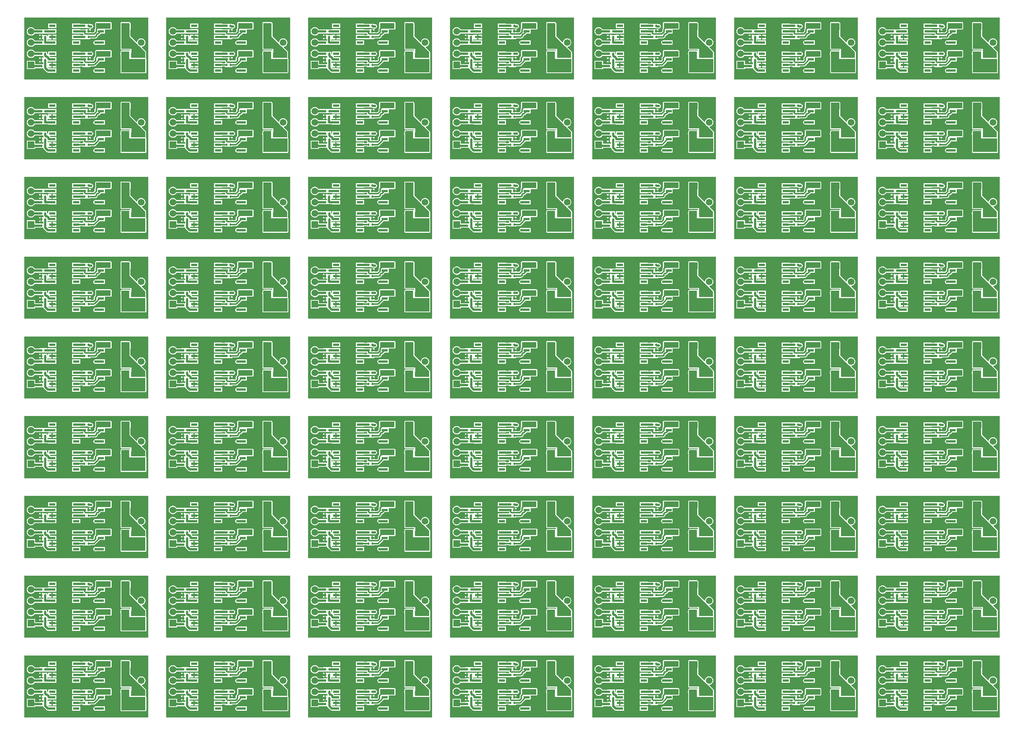
<source format=gtl>
G04 Layer_Physical_Order=1*
G04 Layer_Color=255*
%FSLAX44Y44*%
%MOMM*%
G71*
G01*
G75*
%ADD10R,1.4500X0.6000*%
%ADD11R,0.5200X0.5200*%
%ADD12R,0.4500X0.5500*%
%ADD13C,0.5080*%
%ADD14C,0.3000*%
%ADD15R,1.5000X1.5000*%
%ADD16C,1.5000*%
%ADD17C,0.6000*%
G36*
X403700Y393700D02*
Y252730D01*
X123190Y252730D01*
Y393700D01*
X403700Y393700D01*
D02*
G37*
%LPC*%
G36*
X273300Y303590D02*
X269430D01*
Y299720D01*
X273300D01*
Y303590D01*
D02*
G37*
G36*
X160440Y302470D02*
X156920D01*
Y298450D01*
X160440D01*
Y302470D01*
D02*
G37*
G36*
X138270Y320732D02*
X135790Y320406D01*
X133479Y319448D01*
X131495Y317925D01*
X129972Y315941D01*
X129015Y313630D01*
X128688Y311150D01*
X129015Y308670D01*
X129972Y306359D01*
X131495Y304375D01*
X133479Y302852D01*
X135790Y301895D01*
X138270Y301568D01*
X140750Y301895D01*
X143061Y302852D01*
X145045Y304375D01*
X146568Y306359D01*
X146635Y306521D01*
X157460D01*
Y306400D01*
X164935D01*
X165960Y306400D01*
X166351Y305292D01*
X166433Y304879D01*
X167022Y303999D01*
X166639Y302584D01*
X166537Y302483D01*
X166500Y302470D01*
X166500Y302470D01*
X166500Y302470D01*
X162980D01*
Y297180D01*
Y291890D01*
X166081D01*
Y289180D01*
X165960Y287960D01*
X157460D01*
Y287839D01*
X147770D01*
Y295250D01*
X128770D01*
Y276250D01*
X147770D01*
Y278581D01*
X157460D01*
Y278460D01*
X164966D01*
X165960Y278460D01*
X166381Y277364D01*
X166433Y277099D01*
X167437Y275597D01*
X173257Y269777D01*
X174759Y268773D01*
X175767Y268573D01*
X176860Y268050D01*
X176860Y268050D01*
X176860Y268050D01*
X195360D01*
Y278050D01*
X178076D01*
X177186Y278940D01*
X177712Y280210D01*
X184840D01*
Y285750D01*
Y291290D01*
X176609D01*
X176320Y291290D01*
X175339Y291988D01*
Y292711D01*
X176609Y293555D01*
X176860Y293450D01*
Y293450D01*
X195360D01*
Y303450D01*
X181961D01*
X181063Y304794D01*
X181063Y304794D01*
X180880Y304977D01*
X181366Y306150D01*
X195360D01*
Y316150D01*
X176860D01*
Y311072D01*
X175590Y310268D01*
X175339Y310387D01*
Y311150D01*
X174987Y312922D01*
X174960Y312961D01*
Y315900D01*
X166460D01*
Y315900D01*
X165960D01*
Y315900D01*
X157460D01*
Y315779D01*
X146635D01*
X146568Y315941D01*
X145045Y317925D01*
X143061Y319448D01*
X140750Y320406D01*
X138270Y320732D01*
D02*
G37*
G36*
X343060Y383039D02*
X342280Y382884D01*
X341618Y382442D01*
X341176Y381780D01*
X341021Y381000D01*
X341021Y322680D01*
X341176Y321900D01*
X341618Y321238D01*
X342280Y320796D01*
X343060Y320641D01*
X362300Y320641D01*
X363263Y319625D01*
X363216Y318965D01*
X362007Y318456D01*
X361830Y318574D01*
X361050Y318729D01*
X343870D01*
X343090Y318574D01*
X342280Y318239D01*
X341618Y317796D01*
X341176Y317135D01*
X341021Y316355D01*
Y313501D01*
X340633Y312922D01*
X340281Y311150D01*
X340633Y309379D01*
X341021Y308799D01*
Y269240D01*
X341176Y268460D01*
X341618Y267798D01*
X342280Y267356D01*
X343060Y267201D01*
X397670Y267201D01*
X398450Y267356D01*
X399112Y267798D01*
X399554Y268460D01*
X399709Y269240D01*
X399709Y299720D01*
X399554Y300500D01*
X399112Y301162D01*
X399001Y301236D01*
X399164Y301480D01*
X399319Y302260D01*
Y315033D01*
X399164Y315814D01*
X398722Y316475D01*
X389366Y325831D01*
X389821Y327172D01*
X390750Y327295D01*
X393061Y328252D01*
X395046Y329775D01*
X396568Y331759D01*
X397525Y334070D01*
X397852Y336550D01*
X397525Y339030D01*
X396568Y341341D01*
X395046Y343326D01*
X393061Y344848D01*
X390750Y345806D01*
X388270Y346132D01*
X385790Y345806D01*
X383479Y344848D01*
X381495Y343326D01*
X379972Y341341D01*
X379015Y339030D01*
X378892Y338101D01*
X377551Y337646D01*
X363808Y351389D01*
X364015Y380084D01*
X364014Y380088D01*
X364015Y380091D01*
X363938Y380482D01*
X363865Y380866D01*
X363863Y380869D01*
X363862Y380872D01*
X363643Y381203D01*
X363428Y381530D01*
X363425Y381532D01*
X363423Y381535D01*
X362528Y382437D01*
X362525Y382439D01*
X362523Y382442D01*
X362191Y382663D01*
X361868Y382881D01*
X361864Y382882D01*
X361861Y382884D01*
X361475Y382961D01*
X361088Y383039D01*
X361084Y383038D01*
X361081Y383039D01*
X343060Y383039D01*
D02*
G37*
G36*
X274320Y316248D02*
X272571Y315900D01*
X264410D01*
Y315900D01*
X263910D01*
Y315900D01*
X255410D01*
Y315779D01*
X249860D01*
Y316150D01*
X231360D01*
Y306150D01*
X249860D01*
Y306521D01*
X255410D01*
Y306400D01*
X263910D01*
Y306400D01*
X264410D01*
Y306400D01*
X272571D01*
X274320Y306052D01*
X276271Y306440D01*
X277925Y307545D01*
X279030Y309199D01*
X279418Y311150D01*
X279030Y313101D01*
X277925Y314755D01*
X276271Y315860D01*
X274320Y316248D01*
D02*
G37*
G36*
X318770Y319539D02*
X285910D01*
X285130Y319384D01*
X284468Y318942D01*
X284026Y318280D01*
X283871Y317500D01*
Y306149D01*
X281797Y304074D01*
X281023Y302917D01*
X280751Y301551D01*
Y297059D01*
X279361Y295669D01*
X273300D01*
Y297180D01*
X268160D01*
Y298450D01*
X266890D01*
Y303590D01*
X263020D01*
Y303050D01*
X257956D01*
X257810Y303079D01*
X249860D01*
Y303450D01*
X231360D01*
Y293450D01*
X249860D01*
Y293821D01*
X256591D01*
Y293560D01*
X256863Y292194D01*
X257147Y291770D01*
X256468Y290500D01*
X255410D01*
Y289319D01*
X249860D01*
Y290750D01*
X231360D01*
Y280750D01*
X249860D01*
Y282181D01*
X255410D01*
Y281000D01*
X263910D01*
Y281000D01*
X264410D01*
Y281000D01*
X272910D01*
Y282181D01*
X281560D01*
X282926Y282453D01*
X284084Y283227D01*
X291843Y290986D01*
X292617Y292144D01*
X292708Y292603D01*
X293556Y293450D01*
X306010D01*
Y302761D01*
X318770D01*
X319550Y302916D01*
X320212Y303358D01*
X320654Y304020D01*
X320809Y304800D01*
Y317500D01*
X320654Y318280D01*
X320212Y318942D01*
X319550Y319384D01*
X318770Y319539D01*
D02*
G37*
G36*
X249860Y278050D02*
X231360D01*
Y268050D01*
X249860D01*
Y278050D01*
D02*
G37*
G36*
X284640Y278148D02*
X282689Y277760D01*
X281035Y276655D01*
X279930Y275001D01*
X279542Y273050D01*
X279930Y271099D01*
X281035Y269445D01*
X282689Y268340D01*
X284640Y267952D01*
X286240Y268270D01*
X287510Y268050D01*
Y268050D01*
X306010D01*
Y278050D01*
X287510D01*
X287510Y278050D01*
X286240Y277830D01*
X284640Y278148D01*
D02*
G37*
G36*
X195900Y284480D02*
X187380D01*
Y280210D01*
X195900D01*
Y284480D01*
D02*
G37*
G36*
X160440Y295910D02*
X156920D01*
Y291890D01*
X160440D01*
Y295910D01*
D02*
G37*
G36*
X187380Y291290D02*
Y287020D01*
X195900D01*
Y291290D01*
X187380D01*
D02*
G37*
G36*
X284640Y341648D02*
X282689Y341260D01*
X281035Y340155D01*
X279930Y338501D01*
X279542Y336550D01*
X279930Y334599D01*
X281035Y332945D01*
X282689Y331840D01*
X284640Y331452D01*
X286240Y331770D01*
X287510Y331550D01*
Y331550D01*
X306010D01*
Y341550D01*
X287510D01*
X287510Y341550D01*
X286240Y341330D01*
X284640Y341648D01*
D02*
G37*
G36*
X318770Y383039D02*
X285910D01*
X285130Y382884D01*
X284468Y382442D01*
X284026Y381780D01*
X283871Y381000D01*
Y369307D01*
X283487Y368923D01*
X282713Y367765D01*
X282441Y366400D01*
Y362249D01*
X279571Y359379D01*
X273300D01*
Y360680D01*
X268160D01*
Y361950D01*
X266890D01*
Y367090D01*
X263020D01*
Y366550D01*
X257956D01*
X257810Y366579D01*
X249860D01*
Y366950D01*
X231360D01*
Y356950D01*
X249860D01*
Y357321D01*
X256591D01*
Y357270D01*
X256863Y355904D01*
X257287Y355270D01*
X256642Y354000D01*
X255410D01*
Y353879D01*
X249860D01*
Y354250D01*
X231360D01*
Y344250D01*
X249860D01*
Y344621D01*
X255410D01*
Y344500D01*
X263140D01*
X263910Y344500D01*
Y344500D01*
X264410D01*
Y344500D01*
X272910D01*
Y345681D01*
X284060D01*
X285426Y345953D01*
X286583Y346727D01*
X287368Y347512D01*
X287376Y347513D01*
X288533Y348287D01*
X289307Y349444D01*
X289579Y350810D01*
Y352182D01*
X290560D01*
X291926Y352453D01*
X293083Y353227D01*
X296807Y356950D01*
X306010D01*
Y366261D01*
X318770D01*
X319550Y366416D01*
X320212Y366858D01*
X320654Y367520D01*
X320809Y368300D01*
Y381000D01*
X320654Y381780D01*
X320212Y382442D01*
X319550Y382884D01*
X318770Y383039D01*
D02*
G37*
G36*
X138270Y371532D02*
X135790Y371205D01*
X133479Y370248D01*
X131495Y368726D01*
X129972Y366741D01*
X129015Y364430D01*
X128688Y361950D01*
X129015Y359470D01*
X129972Y357159D01*
X131495Y355175D01*
X133479Y353652D01*
X135790Y352695D01*
X138270Y352368D01*
X140750Y352695D01*
X143061Y353652D01*
X145045Y355175D01*
X146568Y357159D01*
X146635Y357321D01*
X157460D01*
Y357200D01*
X165960D01*
Y357200D01*
X166460D01*
Y357200D01*
X174960D01*
Y357321D01*
X176860D01*
Y356950D01*
X195360D01*
Y366950D01*
X176860D01*
Y366579D01*
X174960D01*
Y366700D01*
X166460D01*
Y366700D01*
X165960D01*
Y366700D01*
X157460D01*
Y366579D01*
X146635D01*
X146568Y366741D01*
X145045Y368726D01*
X143061Y370248D01*
X140750Y371205D01*
X138270Y371532D01*
D02*
G37*
G36*
X184840Y354790D02*
X176320D01*
Y351837D01*
X175050Y351324D01*
X174960Y351417D01*
Y354000D01*
X166500D01*
Y354540D01*
X162980D01*
Y349250D01*
Y343960D01*
X165971D01*
Y342565D01*
X165960Y341300D01*
X157460D01*
Y341179D01*
X146635D01*
X146568Y341341D01*
X145045Y343326D01*
X143061Y344848D01*
X140750Y345806D01*
X138270Y346132D01*
X135790Y345806D01*
X133479Y344848D01*
X131495Y343326D01*
X129972Y341341D01*
X129015Y339030D01*
X128688Y336550D01*
X129015Y334070D01*
X129972Y331759D01*
X131495Y329775D01*
X133479Y328252D01*
X135790Y327295D01*
X138270Y326968D01*
X140750Y327295D01*
X143061Y328252D01*
X145045Y329775D01*
X146568Y331759D01*
X146635Y331921D01*
X157460D01*
Y331800D01*
X165960D01*
X165960Y331800D01*
X166460D01*
Y331800D01*
X167230Y331800D01*
X174960D01*
Y331921D01*
X176860D01*
Y331550D01*
X195360D01*
Y341550D01*
X176860D01*
Y341179D01*
X175229D01*
Y343278D01*
X176320Y343710D01*
X176499Y343710D01*
X184840D01*
Y349250D01*
Y354790D01*
D02*
G37*
G36*
X195360Y379650D02*
X176860D01*
Y369650D01*
X195360D01*
Y379650D01*
D02*
G37*
G36*
X249860D02*
X231360D01*
Y369650D01*
X249860D01*
Y370021D01*
X255410D01*
Y369900D01*
X263910D01*
Y369900D01*
X264410D01*
Y369900D01*
X266966D01*
X268159Y369104D01*
X269930Y368751D01*
X269930Y368751D01*
X272088D01*
X272209Y368670D01*
X274160Y368282D01*
X276111Y368670D01*
X277765Y369775D01*
X278870Y371429D01*
X279258Y373380D01*
X278870Y375331D01*
X277765Y376985D01*
X276111Y378090D01*
X274160Y378478D01*
X273892Y378425D01*
X272910Y379230D01*
Y379400D01*
X264410D01*
Y379400D01*
X263910D01*
Y379400D01*
X255410D01*
Y379279D01*
X249860D01*
Y379650D01*
D02*
G37*
G36*
X273300Y367090D02*
X269430D01*
Y363220D01*
X273300D01*
Y367090D01*
D02*
G37*
G36*
X195900Y354790D02*
X187380D01*
Y350520D01*
X195900D01*
Y354790D01*
D02*
G37*
G36*
X160440Y347980D02*
X156920D01*
Y343960D01*
X160440D01*
Y347980D01*
D02*
G37*
G36*
X195900D02*
X187380D01*
Y343710D01*
X195900D01*
Y347980D01*
D02*
G37*
G36*
X160440Y354540D02*
X156920D01*
Y350520D01*
X160440D01*
Y354540D01*
D02*
G37*
G36*
X249860Y341550D02*
X231360D01*
Y331550D01*
X249860D01*
Y341550D01*
D02*
G37*
%LPD*%
G36*
X361081Y381000D02*
X361976Y380099D01*
X361763Y350550D01*
X379560Y332753D01*
X379972Y331759D01*
X381495Y329775D01*
X383479Y328252D01*
X384473Y327840D01*
X397280Y315033D01*
Y302260D01*
X366289D01*
X365396Y303163D01*
X365615Y322680D01*
X343060Y322680D01*
X343060Y381000D01*
X361081Y381000D01*
D02*
G37*
G36*
X361050Y299720D02*
X397670Y299720D01*
X397670Y269240D01*
X343060Y269240D01*
Y316355D01*
X343870Y316690D01*
X361050D01*
X361050Y299720D01*
D02*
G37*
G36*
X318770Y304800D02*
X285910D01*
Y317500D01*
X318770D01*
Y304800D01*
D02*
G37*
G36*
Y368300D02*
X285910D01*
Y381000D01*
X318770D01*
Y368300D01*
D02*
G37*
G36*
X725480Y393700D02*
Y252730D01*
X444970Y252730D01*
Y393700D01*
X725480Y393700D01*
D02*
G37*
%LPC*%
G36*
X595080Y303590D02*
X591210D01*
Y299720D01*
X595080D01*
Y303590D01*
D02*
G37*
G36*
X482220Y302470D02*
X478700D01*
Y298450D01*
X482220D01*
Y302470D01*
D02*
G37*
G36*
X460050Y320732D02*
X457570Y320406D01*
X455259Y319448D01*
X453275Y317925D01*
X451752Y315941D01*
X450795Y313630D01*
X450468Y311150D01*
X450795Y308670D01*
X451752Y306359D01*
X453275Y304375D01*
X455259Y302852D01*
X457570Y301895D01*
X460050Y301568D01*
X462530Y301895D01*
X464841Y302852D01*
X466825Y304375D01*
X468348Y306359D01*
X468415Y306521D01*
X479240D01*
Y306400D01*
X486715D01*
X487740Y306400D01*
X488131Y305292D01*
X488214Y304879D01*
X488801Y303999D01*
X488419Y302584D01*
X488317Y302483D01*
X488280Y302470D01*
X488280Y302470D01*
X488280Y302470D01*
X484760D01*
Y297180D01*
Y291890D01*
X487861D01*
Y289180D01*
X487740Y287960D01*
X479240D01*
Y287839D01*
X469550D01*
Y295250D01*
X450550D01*
Y276250D01*
X469550D01*
Y278581D01*
X479240D01*
Y278460D01*
X486746D01*
X487740Y278460D01*
X488161Y277364D01*
X488214Y277099D01*
X489217Y275597D01*
X495037Y269777D01*
X496539Y268773D01*
X497547Y268573D01*
X498640Y268050D01*
X498640Y268050D01*
X498640Y268050D01*
X517140D01*
Y278050D01*
X499856D01*
X498966Y278940D01*
X499492Y280210D01*
X506620D01*
Y285750D01*
Y291290D01*
X498389D01*
X498100Y291290D01*
X497119Y291988D01*
Y292711D01*
X498389Y293555D01*
X498640Y293450D01*
Y293450D01*
X517140D01*
Y303450D01*
X503741D01*
X502843Y304794D01*
X502843Y304794D01*
X502660Y304977D01*
X503146Y306150D01*
X517140D01*
Y316150D01*
X498640D01*
Y311072D01*
X497370Y310268D01*
X497119Y310387D01*
Y311150D01*
X496767Y312922D01*
X496740Y312961D01*
Y315900D01*
X488240D01*
Y315900D01*
X487740D01*
Y315900D01*
X479240D01*
Y315779D01*
X468415D01*
X468348Y315941D01*
X466825Y317925D01*
X464841Y319448D01*
X462530Y320406D01*
X460050Y320732D01*
D02*
G37*
G36*
X664840Y383039D02*
X664060Y382884D01*
X663398Y382442D01*
X662956Y381780D01*
X662801Y381000D01*
X662801Y322680D01*
X662956Y321900D01*
X663398Y321238D01*
X664060Y320796D01*
X664840Y320641D01*
X684080Y320641D01*
X685043Y319625D01*
X684996Y318965D01*
X683787Y318456D01*
X683610Y318574D01*
X682830Y318729D01*
X665650D01*
X664870Y318574D01*
X664060Y318239D01*
X663398Y317796D01*
X662956Y317135D01*
X662801Y316355D01*
Y313501D01*
X662413Y312922D01*
X662061Y311150D01*
X662413Y309379D01*
X662801Y308799D01*
Y269240D01*
X662956Y268460D01*
X663398Y267798D01*
X664060Y267356D01*
X664840Y267201D01*
X719450Y267201D01*
X720230Y267356D01*
X720892Y267798D01*
X721334Y268460D01*
X721489Y269240D01*
X721489Y299720D01*
X721334Y300500D01*
X720892Y301162D01*
X720781Y301236D01*
X720944Y301480D01*
X721099Y302260D01*
Y315033D01*
X720944Y315814D01*
X720502Y316475D01*
X711146Y325831D01*
X711601Y327172D01*
X712530Y327295D01*
X714841Y328252D01*
X716825Y329775D01*
X718348Y331759D01*
X719305Y334070D01*
X719632Y336550D01*
X719305Y339030D01*
X718348Y341341D01*
X716825Y343326D01*
X714841Y344848D01*
X712530Y345806D01*
X710050Y346132D01*
X707570Y345806D01*
X705259Y344848D01*
X703275Y343326D01*
X701752Y341341D01*
X700795Y339030D01*
X700672Y338101D01*
X699331Y337646D01*
X685588Y351389D01*
X685795Y380084D01*
X685794Y380088D01*
X685795Y380091D01*
X685719Y380482D01*
X685645Y380866D01*
X685643Y380869D01*
X685642Y380872D01*
X685423Y381203D01*
X685208Y381530D01*
X685205Y381532D01*
X685203Y381535D01*
X684308Y382437D01*
X684305Y382439D01*
X684303Y382442D01*
X683971Y382663D01*
X683648Y382881D01*
X683644Y382882D01*
X683641Y382884D01*
X683255Y382961D01*
X682868Y383039D01*
X682864Y383038D01*
X682861Y383039D01*
X664840Y383039D01*
D02*
G37*
G36*
X596100Y316248D02*
X594351Y315900D01*
X586190D01*
Y315900D01*
X585690D01*
Y315900D01*
X577190D01*
Y315779D01*
X571640D01*
Y316150D01*
X553140D01*
Y306150D01*
X571640D01*
Y306521D01*
X577190D01*
Y306400D01*
X585690D01*
Y306400D01*
X586190D01*
Y306400D01*
X594351D01*
X596100Y306052D01*
X598051Y306440D01*
X599705Y307545D01*
X600810Y309199D01*
X601198Y311150D01*
X600810Y313101D01*
X599705Y314755D01*
X598051Y315860D01*
X596100Y316248D01*
D02*
G37*
G36*
X640550Y319539D02*
X607690D01*
X606910Y319384D01*
X606248Y318942D01*
X605806Y318280D01*
X605651Y317500D01*
Y306149D01*
X603577Y304074D01*
X602803Y302917D01*
X602532Y301551D01*
Y297059D01*
X601141Y295669D01*
X595080D01*
Y297180D01*
X589940D01*
Y298450D01*
X588670D01*
Y303590D01*
X584800D01*
Y303050D01*
X579736D01*
X579590Y303079D01*
X571640D01*
Y303450D01*
X553140D01*
Y293450D01*
X571640D01*
Y293821D01*
X578372D01*
Y293560D01*
X578643Y292194D01*
X578927Y291770D01*
X578248Y290500D01*
X577190D01*
Y289319D01*
X571640D01*
Y290750D01*
X553140D01*
Y280750D01*
X571640D01*
Y282181D01*
X577190D01*
Y281000D01*
X585690D01*
Y281000D01*
X586190D01*
Y281000D01*
X594690D01*
Y282181D01*
X603340D01*
X604706Y282453D01*
X605864Y283227D01*
X613623Y290986D01*
X614397Y292144D01*
X614488Y292603D01*
X615336Y293450D01*
X627790D01*
Y302761D01*
X640550D01*
X641330Y302916D01*
X641992Y303358D01*
X642434Y304020D01*
X642589Y304800D01*
Y317500D01*
X642434Y318280D01*
X641992Y318942D01*
X641330Y319384D01*
X640550Y319539D01*
D02*
G37*
G36*
X571640Y278050D02*
X553140D01*
Y268050D01*
X571640D01*
Y278050D01*
D02*
G37*
G36*
X606420Y278148D02*
X604469Y277760D01*
X602815Y276655D01*
X601710Y275001D01*
X601322Y273050D01*
X601710Y271099D01*
X602815Y269445D01*
X604469Y268340D01*
X606420Y267952D01*
X608020Y268270D01*
X609290Y268050D01*
Y268050D01*
X627790D01*
Y278050D01*
X609290D01*
X609290Y278050D01*
X608020Y277830D01*
X606420Y278148D01*
D02*
G37*
G36*
X517680Y284480D02*
X509160D01*
Y280210D01*
X517680D01*
Y284480D01*
D02*
G37*
G36*
X482220Y295910D02*
X478700D01*
Y291890D01*
X482220D01*
Y295910D01*
D02*
G37*
G36*
X509160Y291290D02*
Y287020D01*
X517680D01*
Y291290D01*
X509160D01*
D02*
G37*
G36*
X606420Y341648D02*
X604469Y341260D01*
X602815Y340155D01*
X601710Y338501D01*
X601322Y336550D01*
X601710Y334599D01*
X602815Y332945D01*
X604469Y331840D01*
X606420Y331452D01*
X608020Y331770D01*
X609290Y331550D01*
Y331550D01*
X627790D01*
Y341550D01*
X609290D01*
X609290Y341550D01*
X608020Y341330D01*
X606420Y341648D01*
D02*
G37*
G36*
X640550Y383039D02*
X607690D01*
X606910Y382884D01*
X606248Y382442D01*
X605806Y381780D01*
X605651Y381000D01*
Y369307D01*
X605267Y368923D01*
X604493Y367765D01*
X604221Y366400D01*
Y362249D01*
X601351Y359379D01*
X595080D01*
Y360680D01*
X589940D01*
Y361950D01*
X588670D01*
Y367090D01*
X584800D01*
Y366550D01*
X579736D01*
X579590Y366579D01*
X571640D01*
Y366950D01*
X553140D01*
Y356950D01*
X571640D01*
Y357321D01*
X578372D01*
Y357270D01*
X578643Y355904D01*
X579067Y355270D01*
X578422Y354000D01*
X577190D01*
Y353879D01*
X571640D01*
Y354250D01*
X553140D01*
Y344250D01*
X571640D01*
Y344621D01*
X577190D01*
Y344500D01*
X584920D01*
X585690Y344500D01*
Y344500D01*
X586190D01*
Y344500D01*
X594690D01*
Y345681D01*
X605840D01*
X607206Y345953D01*
X608363Y346727D01*
X609148Y347512D01*
X609156Y347513D01*
X610313Y348287D01*
X611087Y349444D01*
X611359Y350810D01*
Y352182D01*
X612340D01*
X613706Y352453D01*
X614863Y353227D01*
X618587Y356950D01*
X627790D01*
Y366261D01*
X640550D01*
X641330Y366416D01*
X641992Y366858D01*
X642434Y367520D01*
X642589Y368300D01*
Y381000D01*
X642434Y381780D01*
X641992Y382442D01*
X641330Y382884D01*
X640550Y383039D01*
D02*
G37*
G36*
X460050Y371532D02*
X457570Y371205D01*
X455259Y370248D01*
X453275Y368726D01*
X451752Y366741D01*
X450795Y364430D01*
X450468Y361950D01*
X450795Y359470D01*
X451752Y357159D01*
X453275Y355175D01*
X455259Y353652D01*
X457570Y352695D01*
X460050Y352368D01*
X462530Y352695D01*
X464841Y353652D01*
X466825Y355175D01*
X468348Y357159D01*
X468415Y357321D01*
X479240D01*
Y357200D01*
X487740D01*
Y357200D01*
X488240D01*
Y357200D01*
X496740D01*
Y357321D01*
X498640D01*
Y356950D01*
X517140D01*
Y366950D01*
X498640D01*
Y366579D01*
X496740D01*
Y366700D01*
X488240D01*
Y366700D01*
X487740D01*
Y366700D01*
X479240D01*
Y366579D01*
X468415D01*
X468348Y366741D01*
X466825Y368726D01*
X464841Y370248D01*
X462530Y371205D01*
X460050Y371532D01*
D02*
G37*
G36*
X506620Y354790D02*
X498100D01*
Y351837D01*
X496830Y351324D01*
X496740Y351417D01*
Y354000D01*
X488280D01*
Y354540D01*
X484760D01*
Y349250D01*
Y343960D01*
X487751D01*
Y342565D01*
X487740Y341300D01*
X479240D01*
Y341179D01*
X468415D01*
X468348Y341341D01*
X466825Y343326D01*
X464841Y344848D01*
X462530Y345806D01*
X460050Y346132D01*
X457570Y345806D01*
X455259Y344848D01*
X453275Y343326D01*
X451752Y341341D01*
X450795Y339030D01*
X450468Y336550D01*
X450795Y334070D01*
X451752Y331759D01*
X453275Y329775D01*
X455259Y328252D01*
X457570Y327295D01*
X460050Y326968D01*
X462530Y327295D01*
X464841Y328252D01*
X466825Y329775D01*
X468348Y331759D01*
X468415Y331921D01*
X479240D01*
Y331800D01*
X487740D01*
X487740Y331800D01*
X488240D01*
Y331800D01*
X489010Y331800D01*
X496740D01*
Y331921D01*
X498640D01*
Y331550D01*
X517140D01*
Y341550D01*
X498640D01*
Y341179D01*
X497009D01*
Y343278D01*
X498100Y343710D01*
X498279Y343710D01*
X506620D01*
Y349250D01*
Y354790D01*
D02*
G37*
G36*
X517140Y379650D02*
X498640D01*
Y369650D01*
X517140D01*
Y379650D01*
D02*
G37*
G36*
X571640D02*
X553140D01*
Y369650D01*
X571640D01*
Y370021D01*
X577190D01*
Y369900D01*
X585690D01*
Y369900D01*
X586190D01*
Y369900D01*
X588746D01*
X589939Y369104D01*
X591710Y368751D01*
X591710Y368751D01*
X593868D01*
X593989Y368670D01*
X595940Y368282D01*
X597891Y368670D01*
X599545Y369775D01*
X600650Y371429D01*
X601038Y373380D01*
X600650Y375331D01*
X599545Y376985D01*
X597891Y378090D01*
X595940Y378478D01*
X595672Y378425D01*
X594690Y379230D01*
Y379400D01*
X586190D01*
Y379400D01*
X585690D01*
Y379400D01*
X577190D01*
Y379279D01*
X571640D01*
Y379650D01*
D02*
G37*
G36*
X595080Y367090D02*
X591210D01*
Y363220D01*
X595080D01*
Y367090D01*
D02*
G37*
G36*
X517680Y354790D02*
X509160D01*
Y350520D01*
X517680D01*
Y354790D01*
D02*
G37*
G36*
X482220Y347980D02*
X478700D01*
Y343960D01*
X482220D01*
Y347980D01*
D02*
G37*
G36*
X517680D02*
X509160D01*
Y343710D01*
X517680D01*
Y347980D01*
D02*
G37*
G36*
X482220Y354540D02*
X478700D01*
Y350520D01*
X482220D01*
Y354540D01*
D02*
G37*
G36*
X571640Y341550D02*
X553140D01*
Y331550D01*
X571640D01*
Y341550D01*
D02*
G37*
%LPD*%
G36*
X682861Y381000D02*
X683755Y380099D01*
X683543Y350550D01*
X701340Y332753D01*
X701752Y331759D01*
X703275Y329775D01*
X705259Y328252D01*
X706253Y327840D01*
X719060Y315033D01*
Y302260D01*
X688069D01*
X687176Y303163D01*
X687395Y322680D01*
X664840Y322680D01*
X664840Y381000D01*
X682861Y381000D01*
D02*
G37*
G36*
X682830Y299720D02*
X719450Y299720D01*
X719450Y269240D01*
X664840Y269240D01*
Y316355D01*
X665650Y316690D01*
X682830D01*
X682830Y299720D01*
D02*
G37*
G36*
X640550Y304800D02*
X607690D01*
Y317500D01*
X640550D01*
Y304800D01*
D02*
G37*
G36*
Y368300D02*
X607690D01*
Y381000D01*
X640550D01*
Y368300D01*
D02*
G37*
G36*
X1047260Y393700D02*
Y252730D01*
X766750Y252730D01*
Y393700D01*
X1047260Y393700D01*
D02*
G37*
%LPC*%
G36*
X916860Y303590D02*
X912990D01*
Y299720D01*
X916860D01*
Y303590D01*
D02*
G37*
G36*
X804000Y302470D02*
X800480D01*
Y298450D01*
X804000D01*
Y302470D01*
D02*
G37*
G36*
X781830Y320732D02*
X779350Y320406D01*
X777039Y319448D01*
X775055Y317925D01*
X773532Y315941D01*
X772575Y313630D01*
X772248Y311150D01*
X772575Y308670D01*
X773532Y306359D01*
X775055Y304375D01*
X777039Y302852D01*
X779350Y301895D01*
X781830Y301568D01*
X784310Y301895D01*
X786621Y302852D01*
X788605Y304375D01*
X790128Y306359D01*
X790195Y306521D01*
X801020D01*
Y306400D01*
X808494D01*
X809520Y306400D01*
X809911Y305292D01*
X809994Y304879D01*
X810582Y303999D01*
X810199Y302584D01*
X810097Y302483D01*
X810060Y302470D01*
X810060Y302470D01*
X810060Y302470D01*
X806540D01*
Y297180D01*
Y291890D01*
X809641D01*
Y289180D01*
X809520Y287960D01*
X801020D01*
Y287839D01*
X791330D01*
Y295250D01*
X772330D01*
Y276250D01*
X791330D01*
Y278581D01*
X801020D01*
Y278460D01*
X808526D01*
X809520Y278460D01*
X809941Y277364D01*
X809994Y277099D01*
X810997Y275597D01*
X816817Y269777D01*
X818319Y268773D01*
X819327Y268573D01*
X820420Y268050D01*
X820420Y268050D01*
X820420Y268050D01*
X838920D01*
Y278050D01*
X821636D01*
X820746Y278940D01*
X821272Y280210D01*
X828400D01*
Y285750D01*
Y291290D01*
X820169D01*
X819880Y291290D01*
X818899Y291988D01*
Y292711D01*
X820169Y293555D01*
X820420Y293450D01*
Y293450D01*
X838920D01*
Y303450D01*
X825521D01*
X824623Y304794D01*
X824623Y304794D01*
X824440Y304977D01*
X824926Y306150D01*
X838920D01*
Y316150D01*
X820420D01*
Y311072D01*
X819150Y310268D01*
X818899Y310387D01*
Y311150D01*
X818547Y312922D01*
X818520Y312961D01*
Y315900D01*
X810020D01*
Y315900D01*
X809520D01*
Y315900D01*
X801020D01*
Y315779D01*
X790195D01*
X790128Y315941D01*
X788605Y317925D01*
X786621Y319448D01*
X784310Y320406D01*
X781830Y320732D01*
D02*
G37*
G36*
X986620Y383039D02*
X985840Y382884D01*
X985178Y382442D01*
X984736Y381780D01*
X984581Y381000D01*
X984581Y322680D01*
X984736Y321900D01*
X985178Y321238D01*
X985840Y320796D01*
X986620Y320641D01*
X1005860Y320641D01*
X1006823Y319625D01*
X1006776Y318965D01*
X1005567Y318456D01*
X1005390Y318574D01*
X1004610Y318729D01*
X987430D01*
X986650Y318574D01*
X985840Y318239D01*
X985178Y317796D01*
X984736Y317135D01*
X984581Y316355D01*
Y313501D01*
X984193Y312922D01*
X983841Y311150D01*
X984193Y309379D01*
X984581Y308799D01*
Y269240D01*
X984736Y268460D01*
X985178Y267798D01*
X985840Y267356D01*
X986620Y267201D01*
X1041230Y267201D01*
X1042010Y267356D01*
X1042672Y267798D01*
X1043114Y268460D01*
X1043269Y269240D01*
X1043269Y299720D01*
X1043114Y300500D01*
X1042672Y301162D01*
X1042561Y301236D01*
X1042724Y301480D01*
X1042879Y302260D01*
Y315033D01*
X1042724Y315814D01*
X1042282Y316475D01*
X1032926Y325831D01*
X1033381Y327172D01*
X1034310Y327295D01*
X1036621Y328252D01*
X1038605Y329775D01*
X1040128Y331759D01*
X1041086Y334070D01*
X1041412Y336550D01*
X1041086Y339030D01*
X1040128Y341341D01*
X1038605Y343326D01*
X1036621Y344848D01*
X1034310Y345806D01*
X1031830Y346132D01*
X1029350Y345806D01*
X1027039Y344848D01*
X1025055Y343326D01*
X1023532Y341341D01*
X1022575Y339030D01*
X1022452Y338101D01*
X1021111Y337646D01*
X1007368Y351389D01*
X1007575Y380084D01*
X1007574Y380088D01*
X1007575Y380091D01*
X1007498Y380482D01*
X1007425Y380866D01*
X1007423Y380869D01*
X1007422Y380872D01*
X1007203Y381203D01*
X1006988Y381530D01*
X1006985Y381532D01*
X1006983Y381535D01*
X1006088Y382437D01*
X1006085Y382439D01*
X1006083Y382442D01*
X1005751Y382663D01*
X1005428Y382881D01*
X1005424Y382882D01*
X1005421Y382884D01*
X1005035Y382961D01*
X1004648Y383039D01*
X1004644Y383038D01*
X1004641Y383039D01*
X986620Y383039D01*
D02*
G37*
G36*
X917880Y316248D02*
X916131Y315900D01*
X907970D01*
Y315900D01*
X907470D01*
Y315900D01*
X898970D01*
Y315779D01*
X893420D01*
Y316150D01*
X874920D01*
Y306150D01*
X893420D01*
Y306521D01*
X898970D01*
Y306400D01*
X907470D01*
Y306400D01*
X907970D01*
Y306400D01*
X916131D01*
X917880Y306052D01*
X919831Y306440D01*
X921485Y307545D01*
X922590Y309199D01*
X922978Y311150D01*
X922590Y313101D01*
X921485Y314755D01*
X919831Y315860D01*
X917880Y316248D01*
D02*
G37*
G36*
X962330Y319539D02*
X929470D01*
X928690Y319384D01*
X928028Y318942D01*
X927586Y318280D01*
X927431Y317500D01*
Y306149D01*
X925357Y304074D01*
X924583Y302917D01*
X924312Y301551D01*
Y297059D01*
X922921Y295669D01*
X916860D01*
Y297180D01*
X911720D01*
Y298450D01*
X910450D01*
Y303590D01*
X906580D01*
Y303050D01*
X901516D01*
X901370Y303079D01*
X893420D01*
Y303450D01*
X874920D01*
Y293450D01*
X893420D01*
Y293821D01*
X900152D01*
Y293560D01*
X900423Y292194D01*
X900707Y291770D01*
X900028Y290500D01*
X898970D01*
Y289319D01*
X893420D01*
Y290750D01*
X874920D01*
Y280750D01*
X893420D01*
Y282181D01*
X898970D01*
Y281000D01*
X907470D01*
Y281000D01*
X907970D01*
Y281000D01*
X916470D01*
Y282181D01*
X925120D01*
X926486Y282453D01*
X927644Y283227D01*
X935403Y290986D01*
X936177Y292144D01*
X936268Y292603D01*
X937116Y293450D01*
X949570D01*
Y302761D01*
X962330D01*
X963110Y302916D01*
X963772Y303358D01*
X964214Y304020D01*
X964369Y304800D01*
Y317500D01*
X964214Y318280D01*
X963772Y318942D01*
X963110Y319384D01*
X962330Y319539D01*
D02*
G37*
G36*
X893420Y278050D02*
X874920D01*
Y268050D01*
X893420D01*
Y278050D01*
D02*
G37*
G36*
X928200Y278148D02*
X926249Y277760D01*
X924595Y276655D01*
X923490Y275001D01*
X923102Y273050D01*
X923490Y271099D01*
X924595Y269445D01*
X926249Y268340D01*
X928200Y267952D01*
X929800Y268270D01*
X931070Y268050D01*
Y268050D01*
X949570D01*
Y278050D01*
X931070D01*
X931070Y278050D01*
X929800Y277830D01*
X928200Y278148D01*
D02*
G37*
G36*
X839460Y284480D02*
X830940D01*
Y280210D01*
X839460D01*
Y284480D01*
D02*
G37*
G36*
X804000Y295910D02*
X800480D01*
Y291890D01*
X804000D01*
Y295910D01*
D02*
G37*
G36*
X830940Y291290D02*
Y287020D01*
X839460D01*
Y291290D01*
X830940D01*
D02*
G37*
G36*
X928200Y341648D02*
X926249Y341260D01*
X924595Y340155D01*
X923490Y338501D01*
X923102Y336550D01*
X923490Y334599D01*
X924595Y332945D01*
X926249Y331840D01*
X928200Y331452D01*
X929800Y331770D01*
X931070Y331550D01*
Y331550D01*
X949570D01*
Y341550D01*
X931070D01*
X931070Y341550D01*
X929800Y341330D01*
X928200Y341648D01*
D02*
G37*
G36*
X962330Y383039D02*
X929470D01*
X928690Y382884D01*
X928028Y382442D01*
X927586Y381780D01*
X927431Y381000D01*
Y369307D01*
X927047Y368923D01*
X926273Y367765D01*
X926001Y366400D01*
Y362249D01*
X923131Y359379D01*
X916860D01*
Y360680D01*
X911720D01*
Y361950D01*
X910450D01*
Y367090D01*
X906580D01*
Y366550D01*
X901516D01*
X901370Y366579D01*
X893420D01*
Y366950D01*
X874920D01*
Y356950D01*
X893420D01*
Y357321D01*
X900152D01*
Y357270D01*
X900423Y355904D01*
X900847Y355270D01*
X900202Y354000D01*
X898970D01*
Y353879D01*
X893420D01*
Y354250D01*
X874920D01*
Y344250D01*
X893420D01*
Y344621D01*
X898970D01*
Y344500D01*
X906700D01*
X907470Y344500D01*
Y344500D01*
X907970D01*
Y344500D01*
X916470D01*
Y345681D01*
X927620D01*
X928986Y345953D01*
X930143Y346727D01*
X930928Y347512D01*
X930936Y347513D01*
X932093Y348287D01*
X932867Y349444D01*
X933139Y350810D01*
Y352182D01*
X934120D01*
X935486Y352453D01*
X936643Y353227D01*
X940367Y356950D01*
X949570D01*
Y366261D01*
X962330D01*
X963110Y366416D01*
X963772Y366858D01*
X964214Y367520D01*
X964369Y368300D01*
Y381000D01*
X964214Y381780D01*
X963772Y382442D01*
X963110Y382884D01*
X962330Y383039D01*
D02*
G37*
G36*
X781830Y371532D02*
X779350Y371205D01*
X777039Y370248D01*
X775055Y368726D01*
X773532Y366741D01*
X772575Y364430D01*
X772248Y361950D01*
X772575Y359470D01*
X773532Y357159D01*
X775055Y355175D01*
X777039Y353652D01*
X779350Y352695D01*
X781830Y352368D01*
X784310Y352695D01*
X786621Y353652D01*
X788605Y355175D01*
X790128Y357159D01*
X790195Y357321D01*
X801020D01*
Y357200D01*
X809520D01*
Y357200D01*
X810020D01*
Y357200D01*
X818520D01*
Y357321D01*
X820420D01*
Y356950D01*
X838920D01*
Y366950D01*
X820420D01*
Y366579D01*
X818520D01*
Y366700D01*
X810020D01*
Y366700D01*
X809520D01*
Y366700D01*
X801020D01*
Y366579D01*
X790195D01*
X790128Y366741D01*
X788605Y368726D01*
X786621Y370248D01*
X784310Y371205D01*
X781830Y371532D01*
D02*
G37*
G36*
X828400Y354790D02*
X819880D01*
Y351837D01*
X818610Y351324D01*
X818520Y351417D01*
Y354000D01*
X810060D01*
Y354540D01*
X806540D01*
Y349250D01*
Y343960D01*
X809531D01*
Y342565D01*
X809520Y341300D01*
X801020D01*
Y341179D01*
X790195D01*
X790128Y341341D01*
X788605Y343326D01*
X786621Y344848D01*
X784310Y345806D01*
X781830Y346132D01*
X779350Y345806D01*
X777039Y344848D01*
X775055Y343326D01*
X773532Y341341D01*
X772575Y339030D01*
X772248Y336550D01*
X772575Y334070D01*
X773532Y331759D01*
X775055Y329775D01*
X777039Y328252D01*
X779350Y327295D01*
X781830Y326968D01*
X784310Y327295D01*
X786621Y328252D01*
X788605Y329775D01*
X790128Y331759D01*
X790195Y331921D01*
X801020D01*
Y331800D01*
X809520D01*
X809520Y331800D01*
X810020D01*
Y331800D01*
X810790Y331800D01*
X818520D01*
Y331921D01*
X820420D01*
Y331550D01*
X838920D01*
Y341550D01*
X820420D01*
Y341179D01*
X818789D01*
Y343278D01*
X819880Y343710D01*
X820059Y343710D01*
X828400D01*
Y349250D01*
Y354790D01*
D02*
G37*
G36*
X838920Y379650D02*
X820420D01*
Y369650D01*
X838920D01*
Y379650D01*
D02*
G37*
G36*
X893420D02*
X874920D01*
Y369650D01*
X893420D01*
Y370021D01*
X898970D01*
Y369900D01*
X907470D01*
Y369900D01*
X907970D01*
Y369900D01*
X910526D01*
X911719Y369104D01*
X913490Y368751D01*
X913490Y368751D01*
X915648D01*
X915769Y368670D01*
X917720Y368282D01*
X919671Y368670D01*
X921325Y369775D01*
X922430Y371429D01*
X922818Y373380D01*
X922430Y375331D01*
X921325Y376985D01*
X919671Y378090D01*
X917720Y378478D01*
X917452Y378425D01*
X916470Y379230D01*
Y379400D01*
X907970D01*
Y379400D01*
X907470D01*
Y379400D01*
X898970D01*
Y379279D01*
X893420D01*
Y379650D01*
D02*
G37*
G36*
X916860Y367090D02*
X912990D01*
Y363220D01*
X916860D01*
Y367090D01*
D02*
G37*
G36*
X839460Y354790D02*
X830940D01*
Y350520D01*
X839460D01*
Y354790D01*
D02*
G37*
G36*
X804000Y347980D02*
X800480D01*
Y343960D01*
X804000D01*
Y347980D01*
D02*
G37*
G36*
X839460D02*
X830940D01*
Y343710D01*
X839460D01*
Y347980D01*
D02*
G37*
G36*
X804000Y354540D02*
X800480D01*
Y350520D01*
X804000D01*
Y354540D01*
D02*
G37*
G36*
X893420Y341550D02*
X874920D01*
Y331550D01*
X893420D01*
Y341550D01*
D02*
G37*
%LPD*%
G36*
X1004641Y381000D02*
X1005536Y380099D01*
X1005323Y350550D01*
X1023120Y332753D01*
X1023532Y331759D01*
X1025055Y329775D01*
X1027039Y328252D01*
X1028033Y327840D01*
X1040840Y315033D01*
Y302260D01*
X1009849D01*
X1008956Y303163D01*
X1009175Y322680D01*
X986620Y322680D01*
X986620Y381000D01*
X1004641Y381000D01*
D02*
G37*
G36*
X1004610Y299720D02*
X1041230Y299720D01*
X1041230Y269240D01*
X986620Y269240D01*
Y316355D01*
X987430Y316690D01*
X1004610D01*
X1004610Y299720D01*
D02*
G37*
G36*
X962330Y304800D02*
X929470D01*
Y317500D01*
X962330D01*
Y304800D01*
D02*
G37*
G36*
Y368300D02*
X929470D01*
Y381000D01*
X962330D01*
Y368300D01*
D02*
G37*
G36*
X1369040Y393700D02*
Y252730D01*
X1088530Y252730D01*
Y393700D01*
X1369040Y393700D01*
D02*
G37*
%LPC*%
G36*
X1238640Y303590D02*
X1234770D01*
Y299720D01*
X1238640D01*
Y303590D01*
D02*
G37*
G36*
X1125780Y302470D02*
X1122260D01*
Y298450D01*
X1125780D01*
Y302470D01*
D02*
G37*
G36*
X1103610Y320732D02*
X1101130Y320406D01*
X1098819Y319448D01*
X1096835Y317925D01*
X1095312Y315941D01*
X1094355Y313630D01*
X1094028Y311150D01*
X1094355Y308670D01*
X1095312Y306359D01*
X1096835Y304375D01*
X1098819Y302852D01*
X1101130Y301895D01*
X1103610Y301568D01*
X1106090Y301895D01*
X1108401Y302852D01*
X1110386Y304375D01*
X1111908Y306359D01*
X1111975Y306521D01*
X1122800D01*
Y306400D01*
X1130275D01*
X1131300Y306400D01*
X1131691Y305292D01*
X1131774Y304879D01*
X1132362Y303999D01*
X1131979Y302584D01*
X1131877Y302483D01*
X1131840Y302470D01*
X1131840Y302470D01*
X1131840Y302470D01*
X1128320D01*
Y297180D01*
Y291890D01*
X1131421D01*
Y289180D01*
X1131300Y287960D01*
X1122800D01*
Y287839D01*
X1113110D01*
Y295250D01*
X1094110D01*
Y276250D01*
X1113110D01*
Y278581D01*
X1122800D01*
Y278460D01*
X1130306D01*
X1131300Y278460D01*
X1131721Y277364D01*
X1131774Y277099D01*
X1132777Y275597D01*
X1138597Y269777D01*
X1140099Y268773D01*
X1141107Y268573D01*
X1142200Y268050D01*
X1142200Y268050D01*
X1142200Y268050D01*
X1160700D01*
Y278050D01*
X1143416D01*
X1142526Y278940D01*
X1143052Y280210D01*
X1150180D01*
Y285750D01*
Y291290D01*
X1141949D01*
X1141660Y291290D01*
X1140679Y291988D01*
Y292711D01*
X1141949Y293555D01*
X1142200Y293450D01*
Y293450D01*
X1160700D01*
Y303450D01*
X1147301D01*
X1146403Y304794D01*
X1146403Y304794D01*
X1146220Y304977D01*
X1146706Y306150D01*
X1160700D01*
Y316150D01*
X1142200D01*
Y311072D01*
X1140930Y310268D01*
X1140679Y310387D01*
Y311150D01*
X1140327Y312922D01*
X1140300Y312961D01*
Y315900D01*
X1131800D01*
Y315900D01*
X1131300D01*
Y315900D01*
X1122800D01*
Y315779D01*
X1111975D01*
X1111908Y315941D01*
X1110386Y317925D01*
X1108401Y319448D01*
X1106090Y320406D01*
X1103610Y320732D01*
D02*
G37*
G36*
X1308400Y383039D02*
X1307620Y382884D01*
X1306958Y382442D01*
X1306516Y381780D01*
X1306361Y381000D01*
X1306361Y322680D01*
X1306516Y321900D01*
X1306958Y321238D01*
X1307620Y320796D01*
X1308400Y320641D01*
X1327640Y320641D01*
X1328603Y319625D01*
X1328556Y318965D01*
X1327347Y318456D01*
X1327170Y318574D01*
X1326390Y318729D01*
X1309210D01*
X1308430Y318574D01*
X1307620Y318239D01*
X1306958Y317796D01*
X1306516Y317135D01*
X1306361Y316355D01*
Y313501D01*
X1305973Y312922D01*
X1305621Y311150D01*
X1305973Y309379D01*
X1306361Y308799D01*
Y269240D01*
X1306516Y268460D01*
X1306958Y267798D01*
X1307620Y267356D01*
X1308400Y267201D01*
X1363010Y267201D01*
X1363790Y267356D01*
X1364452Y267798D01*
X1364894Y268460D01*
X1365049Y269240D01*
X1365049Y299720D01*
X1364894Y300500D01*
X1364452Y301162D01*
X1364341Y301236D01*
X1364504Y301480D01*
X1364659Y302260D01*
Y315033D01*
X1364504Y315814D01*
X1364062Y316475D01*
X1354706Y325831D01*
X1355161Y327172D01*
X1356090Y327295D01*
X1358401Y328252D01*
X1360385Y329775D01*
X1361908Y331759D01*
X1362865Y334070D01*
X1363192Y336550D01*
X1362865Y339030D01*
X1361908Y341341D01*
X1360385Y343326D01*
X1358401Y344848D01*
X1356090Y345806D01*
X1353610Y346132D01*
X1351130Y345806D01*
X1348819Y344848D01*
X1346835Y343326D01*
X1345312Y341341D01*
X1344355Y339030D01*
X1344232Y338101D01*
X1342891Y337646D01*
X1329148Y351389D01*
X1329355Y380084D01*
X1329354Y380088D01*
X1329355Y380091D01*
X1329279Y380482D01*
X1329205Y380866D01*
X1329203Y380869D01*
X1329202Y380872D01*
X1328983Y381203D01*
X1328768Y381530D01*
X1328765Y381532D01*
X1328763Y381535D01*
X1327868Y382437D01*
X1327865Y382439D01*
X1327863Y382442D01*
X1327531Y382663D01*
X1327208Y382881D01*
X1327204Y382882D01*
X1327201Y382884D01*
X1326815Y382961D01*
X1326428Y383039D01*
X1326424Y383038D01*
X1326421Y383039D01*
X1308400Y383039D01*
D02*
G37*
G36*
X1239660Y316248D02*
X1237911Y315900D01*
X1229750D01*
Y315900D01*
X1229250D01*
Y315900D01*
X1220750D01*
Y315779D01*
X1215200D01*
Y316150D01*
X1196700D01*
Y306150D01*
X1215200D01*
Y306521D01*
X1220750D01*
Y306400D01*
X1229250D01*
Y306400D01*
X1229750D01*
Y306400D01*
X1237911D01*
X1239660Y306052D01*
X1241611Y306440D01*
X1243265Y307545D01*
X1244370Y309199D01*
X1244758Y311150D01*
X1244370Y313101D01*
X1243265Y314755D01*
X1241611Y315860D01*
X1239660Y316248D01*
D02*
G37*
G36*
X1284110Y319539D02*
X1251250D01*
X1250470Y319384D01*
X1249808Y318942D01*
X1249366Y318280D01*
X1249211Y317500D01*
Y306149D01*
X1247137Y304074D01*
X1246363Y302917D01*
X1246092Y301551D01*
Y297059D01*
X1244701Y295669D01*
X1238640D01*
Y297180D01*
X1233500D01*
Y298450D01*
X1232230D01*
Y303590D01*
X1228360D01*
Y303050D01*
X1223296D01*
X1223150Y303079D01*
X1215200D01*
Y303450D01*
X1196700D01*
Y293450D01*
X1215200D01*
Y293821D01*
X1221932D01*
Y293560D01*
X1222203Y292194D01*
X1222487Y291770D01*
X1221808Y290500D01*
X1220750D01*
Y289319D01*
X1215200D01*
Y290750D01*
X1196700D01*
Y280750D01*
X1215200D01*
Y282181D01*
X1220750D01*
Y281000D01*
X1229250D01*
Y281000D01*
X1229750D01*
Y281000D01*
X1238250D01*
Y282181D01*
X1246900D01*
X1248266Y282453D01*
X1249424Y283227D01*
X1257183Y290986D01*
X1257957Y292144D01*
X1258048Y292603D01*
X1258896Y293450D01*
X1271350D01*
Y302761D01*
X1284110D01*
X1284890Y302916D01*
X1285552Y303358D01*
X1285994Y304020D01*
X1286149Y304800D01*
Y317500D01*
X1285994Y318280D01*
X1285552Y318942D01*
X1284890Y319384D01*
X1284110Y319539D01*
D02*
G37*
G36*
X1215200Y278050D02*
X1196700D01*
Y268050D01*
X1215200D01*
Y278050D01*
D02*
G37*
G36*
X1249980Y278148D02*
X1248029Y277760D01*
X1246375Y276655D01*
X1245270Y275001D01*
X1244882Y273050D01*
X1245270Y271099D01*
X1246375Y269445D01*
X1248029Y268340D01*
X1249980Y267952D01*
X1251580Y268270D01*
X1252850Y268050D01*
Y268050D01*
X1271350D01*
Y278050D01*
X1252850D01*
X1252850Y278050D01*
X1251580Y277830D01*
X1249980Y278148D01*
D02*
G37*
G36*
X1161240Y284480D02*
X1152720D01*
Y280210D01*
X1161240D01*
Y284480D01*
D02*
G37*
G36*
X1125780Y295910D02*
X1122260D01*
Y291890D01*
X1125780D01*
Y295910D01*
D02*
G37*
G36*
X1152720Y291290D02*
Y287020D01*
X1161240D01*
Y291290D01*
X1152720D01*
D02*
G37*
G36*
X1249980Y341648D02*
X1248029Y341260D01*
X1246375Y340155D01*
X1245270Y338501D01*
X1244882Y336550D01*
X1245270Y334599D01*
X1246375Y332945D01*
X1248029Y331840D01*
X1249980Y331452D01*
X1251580Y331770D01*
X1252850Y331550D01*
Y331550D01*
X1271350D01*
Y341550D01*
X1252850D01*
X1252850Y341550D01*
X1251580Y341330D01*
X1249980Y341648D01*
D02*
G37*
G36*
X1284110Y383039D02*
X1251250D01*
X1250470Y382884D01*
X1249808Y382442D01*
X1249366Y381780D01*
X1249211Y381000D01*
Y369307D01*
X1248827Y368923D01*
X1248053Y367765D01*
X1247782Y366400D01*
Y362249D01*
X1244911Y359379D01*
X1238640D01*
Y360680D01*
X1233500D01*
Y361950D01*
X1232230D01*
Y367090D01*
X1228360D01*
Y366550D01*
X1223296D01*
X1223150Y366579D01*
X1215200D01*
Y366950D01*
X1196700D01*
Y356950D01*
X1215200D01*
Y357321D01*
X1221932D01*
Y357270D01*
X1222203Y355904D01*
X1222627Y355270D01*
X1221982Y354000D01*
X1220750D01*
Y353879D01*
X1215200D01*
Y354250D01*
X1196700D01*
Y344250D01*
X1215200D01*
Y344621D01*
X1220750D01*
Y344500D01*
X1228480D01*
X1229250Y344500D01*
Y344500D01*
X1229750D01*
Y344500D01*
X1238250D01*
Y345681D01*
X1249400D01*
X1250766Y345953D01*
X1251923Y346727D01*
X1252708Y347512D01*
X1252716Y347513D01*
X1253873Y348287D01*
X1254647Y349444D01*
X1254919Y350810D01*
Y352182D01*
X1255900D01*
X1257266Y352453D01*
X1258423Y353227D01*
X1262147Y356950D01*
X1271350D01*
Y366261D01*
X1284110D01*
X1284890Y366416D01*
X1285552Y366858D01*
X1285994Y367520D01*
X1286149Y368300D01*
Y381000D01*
X1285994Y381780D01*
X1285552Y382442D01*
X1284890Y382884D01*
X1284110Y383039D01*
D02*
G37*
G36*
X1103610Y371532D02*
X1101130Y371205D01*
X1098819Y370248D01*
X1096835Y368726D01*
X1095312Y366741D01*
X1094355Y364430D01*
X1094028Y361950D01*
X1094355Y359470D01*
X1095312Y357159D01*
X1096835Y355175D01*
X1098819Y353652D01*
X1101130Y352695D01*
X1103610Y352368D01*
X1106090Y352695D01*
X1108401Y353652D01*
X1110386Y355175D01*
X1111908Y357159D01*
X1111975Y357321D01*
X1122800D01*
Y357200D01*
X1131300D01*
Y357200D01*
X1131800D01*
Y357200D01*
X1140300D01*
Y357321D01*
X1142200D01*
Y356950D01*
X1160700D01*
Y366950D01*
X1142200D01*
Y366579D01*
X1140300D01*
Y366700D01*
X1131800D01*
Y366700D01*
X1131300D01*
Y366700D01*
X1122800D01*
Y366579D01*
X1111975D01*
X1111908Y366741D01*
X1110386Y368726D01*
X1108401Y370248D01*
X1106090Y371205D01*
X1103610Y371532D01*
D02*
G37*
G36*
X1150180Y354790D02*
X1141660D01*
Y351837D01*
X1140390Y351324D01*
X1140300Y351417D01*
Y354000D01*
X1131840D01*
Y354540D01*
X1128320D01*
Y349250D01*
Y343960D01*
X1131311D01*
Y342565D01*
X1131300Y341300D01*
X1122800D01*
Y341179D01*
X1111975D01*
X1111908Y341341D01*
X1110386Y343326D01*
X1108401Y344848D01*
X1106090Y345806D01*
X1103610Y346132D01*
X1101130Y345806D01*
X1098819Y344848D01*
X1096835Y343326D01*
X1095312Y341341D01*
X1094355Y339030D01*
X1094028Y336550D01*
X1094355Y334070D01*
X1095312Y331759D01*
X1096835Y329775D01*
X1098819Y328252D01*
X1101130Y327295D01*
X1103610Y326968D01*
X1106090Y327295D01*
X1108401Y328252D01*
X1110386Y329775D01*
X1111908Y331759D01*
X1111975Y331921D01*
X1122800D01*
Y331800D01*
X1131300D01*
X1131300Y331800D01*
X1131800D01*
Y331800D01*
X1132570Y331800D01*
X1140300D01*
Y331921D01*
X1142200D01*
Y331550D01*
X1160700D01*
Y341550D01*
X1142200D01*
Y341179D01*
X1140569D01*
Y343278D01*
X1141660Y343710D01*
X1141839Y343710D01*
X1150180D01*
Y349250D01*
Y354790D01*
D02*
G37*
G36*
X1160700Y379650D02*
X1142200D01*
Y369650D01*
X1160700D01*
Y379650D01*
D02*
G37*
G36*
X1215200D02*
X1196700D01*
Y369650D01*
X1215200D01*
Y370021D01*
X1220750D01*
Y369900D01*
X1229250D01*
Y369900D01*
X1229750D01*
Y369900D01*
X1232306D01*
X1233499Y369104D01*
X1235270Y368751D01*
X1235270Y368751D01*
X1237428D01*
X1237549Y368670D01*
X1239500Y368282D01*
X1241451Y368670D01*
X1243105Y369775D01*
X1244210Y371429D01*
X1244598Y373380D01*
X1244210Y375331D01*
X1243105Y376985D01*
X1241451Y378090D01*
X1239500Y378478D01*
X1239232Y378425D01*
X1238250Y379230D01*
Y379400D01*
X1229750D01*
Y379400D01*
X1229250D01*
Y379400D01*
X1220750D01*
Y379279D01*
X1215200D01*
Y379650D01*
D02*
G37*
G36*
X1238640Y367090D02*
X1234770D01*
Y363220D01*
X1238640D01*
Y367090D01*
D02*
G37*
G36*
X1161240Y354790D02*
X1152720D01*
Y350520D01*
X1161240D01*
Y354790D01*
D02*
G37*
G36*
X1125780Y347980D02*
X1122260D01*
Y343960D01*
X1125780D01*
Y347980D01*
D02*
G37*
G36*
X1161240D02*
X1152720D01*
Y343710D01*
X1161240D01*
Y347980D01*
D02*
G37*
G36*
X1125780Y354540D02*
X1122260D01*
Y350520D01*
X1125780D01*
Y354540D01*
D02*
G37*
G36*
X1215200Y341550D02*
X1196700D01*
Y331550D01*
X1215200D01*
Y341550D01*
D02*
G37*
%LPD*%
G36*
X1326421Y381000D02*
X1327316Y380099D01*
X1327103Y350550D01*
X1344900Y332753D01*
X1345312Y331759D01*
X1346835Y329775D01*
X1348819Y328252D01*
X1349813Y327840D01*
X1362620Y315033D01*
Y302260D01*
X1331629D01*
X1330736Y303163D01*
X1330955Y322680D01*
X1308400Y322680D01*
X1308400Y381000D01*
X1326421Y381000D01*
D02*
G37*
G36*
X1326390Y299720D02*
X1363010Y299720D01*
X1363010Y269240D01*
X1308400Y269240D01*
Y316355D01*
X1309210Y316690D01*
X1326390D01*
X1326390Y299720D01*
D02*
G37*
G36*
X1284110Y304800D02*
X1251250D01*
Y317500D01*
X1284110D01*
Y304800D01*
D02*
G37*
G36*
Y368300D02*
X1251250D01*
Y381000D01*
X1284110D01*
Y368300D01*
D02*
G37*
G36*
X1690820Y393700D02*
Y252730D01*
X1410310Y252730D01*
Y393700D01*
X1690820Y393700D01*
D02*
G37*
%LPC*%
G36*
X1560420Y303590D02*
X1556550D01*
Y299720D01*
X1560420D01*
Y303590D01*
D02*
G37*
G36*
X1447560Y302470D02*
X1444040D01*
Y298450D01*
X1447560D01*
Y302470D01*
D02*
G37*
G36*
X1425390Y320732D02*
X1422910Y320406D01*
X1420599Y319448D01*
X1418615Y317925D01*
X1417092Y315941D01*
X1416135Y313630D01*
X1415808Y311150D01*
X1416135Y308670D01*
X1417092Y306359D01*
X1418615Y304375D01*
X1420599Y302852D01*
X1422910Y301895D01*
X1425390Y301568D01*
X1427870Y301895D01*
X1430181Y302852D01*
X1432166Y304375D01*
X1433688Y306359D01*
X1433755Y306521D01*
X1444580D01*
Y306400D01*
X1452054D01*
X1453080Y306400D01*
X1453471Y305292D01*
X1453553Y304879D01*
X1454142Y303999D01*
X1453759Y302584D01*
X1453657Y302483D01*
X1453620Y302470D01*
X1453620Y302470D01*
X1453620Y302470D01*
X1450100D01*
Y297180D01*
Y291890D01*
X1453201D01*
Y289180D01*
X1453080Y287960D01*
X1444580D01*
Y287839D01*
X1434890D01*
Y295250D01*
X1415890D01*
Y276250D01*
X1434890D01*
Y278581D01*
X1444580D01*
Y278460D01*
X1452086D01*
X1453080Y278460D01*
X1453501Y277364D01*
X1453553Y277099D01*
X1454557Y275597D01*
X1460377Y269777D01*
X1461879Y268773D01*
X1462887Y268573D01*
X1463980Y268050D01*
X1463980Y268050D01*
X1463980Y268050D01*
X1482480D01*
Y278050D01*
X1465196D01*
X1464306Y278940D01*
X1464832Y280210D01*
X1471960D01*
Y285750D01*
Y291290D01*
X1463729D01*
X1463440Y291290D01*
X1462459Y291988D01*
Y292711D01*
X1463729Y293555D01*
X1463980Y293450D01*
Y293450D01*
X1482480D01*
Y303450D01*
X1469081D01*
X1468183Y304794D01*
X1468183Y304794D01*
X1468000Y304977D01*
X1468486Y306150D01*
X1482480D01*
Y316150D01*
X1463980D01*
Y311072D01*
X1462710Y310268D01*
X1462459Y310387D01*
Y311150D01*
X1462107Y312922D01*
X1462080Y312961D01*
Y315900D01*
X1453580D01*
Y315900D01*
X1453080D01*
Y315900D01*
X1444580D01*
Y315779D01*
X1433755D01*
X1433688Y315941D01*
X1432166Y317925D01*
X1430181Y319448D01*
X1427870Y320406D01*
X1425390Y320732D01*
D02*
G37*
G36*
X1630180Y383039D02*
X1629400Y382884D01*
X1628738Y382442D01*
X1628296Y381780D01*
X1628141Y381000D01*
X1628141Y322680D01*
X1628296Y321900D01*
X1628738Y321238D01*
X1629400Y320796D01*
X1630180Y320641D01*
X1649420Y320641D01*
X1650383Y319625D01*
X1650336Y318965D01*
X1649127Y318456D01*
X1648950Y318574D01*
X1648170Y318729D01*
X1630990D01*
X1630210Y318574D01*
X1629400Y318239D01*
X1628738Y317796D01*
X1628296Y317135D01*
X1628141Y316355D01*
Y313501D01*
X1627753Y312922D01*
X1627401Y311150D01*
X1627753Y309379D01*
X1628141Y308799D01*
Y269240D01*
X1628296Y268460D01*
X1628738Y267798D01*
X1629400Y267356D01*
X1630180Y267201D01*
X1684790Y267201D01*
X1685570Y267356D01*
X1686232Y267798D01*
X1686674Y268460D01*
X1686829Y269240D01*
X1686829Y299720D01*
X1686674Y300500D01*
X1686232Y301162D01*
X1686121Y301236D01*
X1686284Y301480D01*
X1686439Y302260D01*
Y315033D01*
X1686284Y315814D01*
X1685842Y316475D01*
X1676486Y325831D01*
X1676941Y327172D01*
X1677870Y327295D01*
X1680181Y328252D01*
X1682166Y329775D01*
X1683688Y331759D01*
X1684646Y334070D01*
X1684972Y336550D01*
X1684646Y339030D01*
X1683688Y341341D01*
X1682166Y343326D01*
X1680181Y344848D01*
X1677870Y345806D01*
X1675390Y346132D01*
X1672910Y345806D01*
X1670599Y344848D01*
X1668615Y343326D01*
X1667092Y341341D01*
X1666135Y339030D01*
X1666012Y338101D01*
X1664671Y337646D01*
X1650928Y351389D01*
X1651135Y380084D01*
X1651134Y380088D01*
X1651135Y380091D01*
X1651059Y380482D01*
X1650985Y380866D01*
X1650983Y380869D01*
X1650982Y380872D01*
X1650763Y381203D01*
X1650548Y381530D01*
X1650545Y381532D01*
X1650543Y381535D01*
X1649648Y382437D01*
X1649645Y382439D01*
X1649643Y382442D01*
X1649311Y382663D01*
X1648988Y382881D01*
X1648984Y382882D01*
X1648981Y382884D01*
X1648595Y382961D01*
X1648208Y383039D01*
X1648204Y383038D01*
X1648201Y383039D01*
X1630180Y383039D01*
D02*
G37*
G36*
X1561440Y316248D02*
X1559691Y315900D01*
X1551530D01*
Y315900D01*
X1551030D01*
Y315900D01*
X1542530D01*
Y315779D01*
X1536980D01*
Y316150D01*
X1518480D01*
Y306150D01*
X1536980D01*
Y306521D01*
X1542530D01*
Y306400D01*
X1551030D01*
Y306400D01*
X1551530D01*
Y306400D01*
X1559691D01*
X1561440Y306052D01*
X1563391Y306440D01*
X1565045Y307545D01*
X1566150Y309199D01*
X1566538Y311150D01*
X1566150Y313101D01*
X1565045Y314755D01*
X1563391Y315860D01*
X1561440Y316248D01*
D02*
G37*
G36*
X1605890Y319539D02*
X1573030D01*
X1572250Y319384D01*
X1571588Y318942D01*
X1571146Y318280D01*
X1570991Y317500D01*
Y306149D01*
X1568917Y304074D01*
X1568143Y302917D01*
X1567872Y301551D01*
Y297059D01*
X1566481Y295669D01*
X1560420D01*
Y297180D01*
X1555280D01*
Y298450D01*
X1554010D01*
Y303590D01*
X1550140D01*
Y303050D01*
X1545076D01*
X1544930Y303079D01*
X1536980D01*
Y303450D01*
X1518480D01*
Y293450D01*
X1536980D01*
Y293821D01*
X1543712D01*
Y293560D01*
X1543983Y292194D01*
X1544267Y291770D01*
X1543588Y290500D01*
X1542530D01*
Y289319D01*
X1536980D01*
Y290750D01*
X1518480D01*
Y280750D01*
X1536980D01*
Y282181D01*
X1542530D01*
Y281000D01*
X1551030D01*
Y281000D01*
X1551530D01*
Y281000D01*
X1560030D01*
Y282181D01*
X1568680D01*
X1570046Y282453D01*
X1571204Y283227D01*
X1578963Y290986D01*
X1579737Y292144D01*
X1579828Y292603D01*
X1580676Y293450D01*
X1593130D01*
Y302761D01*
X1605890D01*
X1606670Y302916D01*
X1607332Y303358D01*
X1607774Y304020D01*
X1607929Y304800D01*
Y317500D01*
X1607774Y318280D01*
X1607332Y318942D01*
X1606670Y319384D01*
X1605890Y319539D01*
D02*
G37*
G36*
X1536980Y278050D02*
X1518480D01*
Y268050D01*
X1536980D01*
Y278050D01*
D02*
G37*
G36*
X1571760Y278148D02*
X1569809Y277760D01*
X1568155Y276655D01*
X1567050Y275001D01*
X1566662Y273050D01*
X1567050Y271099D01*
X1568155Y269445D01*
X1569809Y268340D01*
X1571760Y267952D01*
X1573360Y268270D01*
X1574630Y268050D01*
Y268050D01*
X1593130D01*
Y278050D01*
X1574630D01*
X1574630Y278050D01*
X1573360Y277830D01*
X1571760Y278148D01*
D02*
G37*
G36*
X1483020Y284480D02*
X1474500D01*
Y280210D01*
X1483020D01*
Y284480D01*
D02*
G37*
G36*
X1447560Y295910D02*
X1444040D01*
Y291890D01*
X1447560D01*
Y295910D01*
D02*
G37*
G36*
X1474500Y291290D02*
Y287020D01*
X1483020D01*
Y291290D01*
X1474500D01*
D02*
G37*
G36*
X1571760Y341648D02*
X1569809Y341260D01*
X1568155Y340155D01*
X1567050Y338501D01*
X1566662Y336550D01*
X1567050Y334599D01*
X1568155Y332945D01*
X1569809Y331840D01*
X1571760Y331452D01*
X1573360Y331770D01*
X1574630Y331550D01*
Y331550D01*
X1593130D01*
Y341550D01*
X1574630D01*
X1574630Y341550D01*
X1573360Y341330D01*
X1571760Y341648D01*
D02*
G37*
G36*
X1605890Y383039D02*
X1573030D01*
X1572250Y382884D01*
X1571588Y382442D01*
X1571146Y381780D01*
X1570991Y381000D01*
Y369307D01*
X1570607Y368923D01*
X1569833Y367765D01*
X1569561Y366400D01*
Y362249D01*
X1566691Y359379D01*
X1560420D01*
Y360680D01*
X1555280D01*
Y361950D01*
X1554010D01*
Y367090D01*
X1550140D01*
Y366550D01*
X1545076D01*
X1544930Y366579D01*
X1536980D01*
Y366950D01*
X1518480D01*
Y356950D01*
X1536980D01*
Y357321D01*
X1543712D01*
Y357270D01*
X1543983Y355904D01*
X1544407Y355270D01*
X1543762Y354000D01*
X1542530D01*
Y353879D01*
X1536980D01*
Y354250D01*
X1518480D01*
Y344250D01*
X1536980D01*
Y344621D01*
X1542530D01*
Y344500D01*
X1550260D01*
X1551030Y344500D01*
Y344500D01*
X1551530D01*
Y344500D01*
X1560030D01*
Y345681D01*
X1571180D01*
X1572546Y345953D01*
X1573703Y346727D01*
X1574488Y347512D01*
X1574496Y347513D01*
X1575653Y348287D01*
X1576427Y349444D01*
X1576699Y350810D01*
Y352182D01*
X1577680D01*
X1579046Y352453D01*
X1580203Y353227D01*
X1583927Y356950D01*
X1593130D01*
Y366261D01*
X1605890D01*
X1606670Y366416D01*
X1607332Y366858D01*
X1607774Y367520D01*
X1607929Y368300D01*
Y381000D01*
X1607774Y381780D01*
X1607332Y382442D01*
X1606670Y382884D01*
X1605890Y383039D01*
D02*
G37*
G36*
X1425390Y371532D02*
X1422910Y371205D01*
X1420599Y370248D01*
X1418615Y368726D01*
X1417092Y366741D01*
X1416135Y364430D01*
X1415808Y361950D01*
X1416135Y359470D01*
X1417092Y357159D01*
X1418615Y355175D01*
X1420599Y353652D01*
X1422910Y352695D01*
X1425390Y352368D01*
X1427870Y352695D01*
X1430181Y353652D01*
X1432166Y355175D01*
X1433688Y357159D01*
X1433755Y357321D01*
X1444580D01*
Y357200D01*
X1453080D01*
Y357200D01*
X1453580D01*
Y357200D01*
X1462080D01*
Y357321D01*
X1463980D01*
Y356950D01*
X1482480D01*
Y366950D01*
X1463980D01*
Y366579D01*
X1462080D01*
Y366700D01*
X1453580D01*
Y366700D01*
X1453080D01*
Y366700D01*
X1444580D01*
Y366579D01*
X1433755D01*
X1433688Y366741D01*
X1432166Y368726D01*
X1430181Y370248D01*
X1427870Y371205D01*
X1425390Y371532D01*
D02*
G37*
G36*
X1471960Y354790D02*
X1463440D01*
Y351837D01*
X1462170Y351324D01*
X1462080Y351417D01*
Y354000D01*
X1453620D01*
Y354540D01*
X1450100D01*
Y349250D01*
Y343960D01*
X1453091D01*
Y342565D01*
X1453080Y341300D01*
X1444580D01*
Y341179D01*
X1433755D01*
X1433688Y341341D01*
X1432166Y343326D01*
X1430181Y344848D01*
X1427870Y345806D01*
X1425390Y346132D01*
X1422910Y345806D01*
X1420599Y344848D01*
X1418615Y343326D01*
X1417092Y341341D01*
X1416135Y339030D01*
X1415808Y336550D01*
X1416135Y334070D01*
X1417092Y331759D01*
X1418615Y329775D01*
X1420599Y328252D01*
X1422910Y327295D01*
X1425390Y326968D01*
X1427870Y327295D01*
X1430181Y328252D01*
X1432166Y329775D01*
X1433688Y331759D01*
X1433755Y331921D01*
X1444580D01*
Y331800D01*
X1453080D01*
X1453080Y331800D01*
X1453580D01*
Y331800D01*
X1454350Y331800D01*
X1462080D01*
Y331921D01*
X1463980D01*
Y331550D01*
X1482480D01*
Y341550D01*
X1463980D01*
Y341179D01*
X1462349D01*
Y343278D01*
X1463440Y343710D01*
X1463619Y343710D01*
X1471960D01*
Y349250D01*
Y354790D01*
D02*
G37*
G36*
X1482480Y379650D02*
X1463980D01*
Y369650D01*
X1482480D01*
Y379650D01*
D02*
G37*
G36*
X1536980D02*
X1518480D01*
Y369650D01*
X1536980D01*
Y370021D01*
X1542530D01*
Y369900D01*
X1551030D01*
Y369900D01*
X1551530D01*
Y369900D01*
X1554086D01*
X1555279Y369104D01*
X1557050Y368751D01*
X1557050Y368751D01*
X1559208D01*
X1559329Y368670D01*
X1561280Y368282D01*
X1563231Y368670D01*
X1564885Y369775D01*
X1565990Y371429D01*
X1566378Y373380D01*
X1565990Y375331D01*
X1564885Y376985D01*
X1563231Y378090D01*
X1561280Y378478D01*
X1561012Y378425D01*
X1560030Y379230D01*
Y379400D01*
X1551530D01*
Y379400D01*
X1551030D01*
Y379400D01*
X1542530D01*
Y379279D01*
X1536980D01*
Y379650D01*
D02*
G37*
G36*
X1560420Y367090D02*
X1556550D01*
Y363220D01*
X1560420D01*
Y367090D01*
D02*
G37*
G36*
X1483020Y354790D02*
X1474500D01*
Y350520D01*
X1483020D01*
Y354790D01*
D02*
G37*
G36*
X1447560Y347980D02*
X1444040D01*
Y343960D01*
X1447560D01*
Y347980D01*
D02*
G37*
G36*
X1483020D02*
X1474500D01*
Y343710D01*
X1483020D01*
Y347980D01*
D02*
G37*
G36*
X1447560Y354540D02*
X1444040D01*
Y350520D01*
X1447560D01*
Y354540D01*
D02*
G37*
G36*
X1536980Y341550D02*
X1518480D01*
Y331550D01*
X1536980D01*
Y341550D01*
D02*
G37*
%LPD*%
G36*
X1648201Y381000D02*
X1649095Y380099D01*
X1648883Y350550D01*
X1666680Y332753D01*
X1667092Y331759D01*
X1668615Y329775D01*
X1670599Y328252D01*
X1671593Y327840D01*
X1684400Y315033D01*
Y302260D01*
X1653409D01*
X1652516Y303163D01*
X1652735Y322680D01*
X1630180Y322680D01*
X1630180Y381000D01*
X1648201Y381000D01*
D02*
G37*
G36*
X1648170Y299720D02*
X1684790Y299720D01*
X1684790Y269240D01*
X1630180Y269240D01*
Y316355D01*
X1630990Y316690D01*
X1648170D01*
X1648170Y299720D01*
D02*
G37*
G36*
X1605890Y304800D02*
X1573030D01*
Y317500D01*
X1605890D01*
Y304800D01*
D02*
G37*
G36*
Y368300D02*
X1573030D01*
Y381000D01*
X1605890D01*
Y368300D01*
D02*
G37*
G36*
X2012600Y393700D02*
Y252730D01*
X1732090Y252730D01*
Y393700D01*
X2012600Y393700D01*
D02*
G37*
%LPC*%
G36*
X1882200Y303590D02*
X1878330D01*
Y299720D01*
X1882200D01*
Y303590D01*
D02*
G37*
G36*
X1769340Y302470D02*
X1765820D01*
Y298450D01*
X1769340D01*
Y302470D01*
D02*
G37*
G36*
X1747170Y320732D02*
X1744690Y320406D01*
X1742379Y319448D01*
X1740395Y317925D01*
X1738872Y315941D01*
X1737915Y313630D01*
X1737588Y311150D01*
X1737915Y308670D01*
X1738872Y306359D01*
X1740395Y304375D01*
X1742379Y302852D01*
X1744690Y301895D01*
X1747170Y301568D01*
X1749650Y301895D01*
X1751961Y302852D01*
X1753945Y304375D01*
X1755468Y306359D01*
X1755535Y306521D01*
X1766360D01*
Y306400D01*
X1773835D01*
X1774860Y306400D01*
X1775251Y305292D01*
X1775334Y304879D01*
X1775921Y303999D01*
X1775539Y302584D01*
X1775437Y302483D01*
X1775400Y302470D01*
X1775400Y302470D01*
X1775400Y302470D01*
X1771880D01*
Y297180D01*
Y291890D01*
X1774981D01*
Y289180D01*
X1774860Y287960D01*
X1766360D01*
Y287839D01*
X1756670D01*
Y295250D01*
X1737670D01*
Y276250D01*
X1756670D01*
Y278581D01*
X1766360D01*
Y278460D01*
X1773866D01*
X1774860Y278460D01*
X1775281Y277364D01*
X1775334Y277099D01*
X1776337Y275597D01*
X1782157Y269777D01*
X1783659Y268773D01*
X1784667Y268573D01*
X1785760Y268050D01*
X1785760Y268050D01*
X1785760Y268050D01*
X1804260D01*
Y278050D01*
X1786976D01*
X1786086Y278940D01*
X1786612Y280210D01*
X1793740D01*
Y285750D01*
Y291290D01*
X1785509D01*
X1785220Y291290D01*
X1784239Y291988D01*
Y292711D01*
X1785509Y293555D01*
X1785760Y293450D01*
Y293450D01*
X1804260D01*
Y303450D01*
X1790861D01*
X1789963Y304794D01*
X1789963Y304794D01*
X1789780Y304977D01*
X1790266Y306150D01*
X1804260D01*
Y316150D01*
X1785760D01*
Y311072D01*
X1784490Y310268D01*
X1784239Y310387D01*
Y311150D01*
X1783887Y312922D01*
X1783860Y312961D01*
Y315900D01*
X1775360D01*
Y315900D01*
X1774860D01*
Y315900D01*
X1766360D01*
Y315779D01*
X1755535D01*
X1755468Y315941D01*
X1753945Y317925D01*
X1751961Y319448D01*
X1749650Y320406D01*
X1747170Y320732D01*
D02*
G37*
G36*
X1951960Y383039D02*
X1951180Y382884D01*
X1950518Y382442D01*
X1950076Y381780D01*
X1949921Y381000D01*
X1949921Y322680D01*
X1950076Y321900D01*
X1950518Y321238D01*
X1951180Y320796D01*
X1951960Y320641D01*
X1971200Y320641D01*
X1972163Y319625D01*
X1972116Y318965D01*
X1970907Y318456D01*
X1970730Y318574D01*
X1969950Y318729D01*
X1952770D01*
X1951990Y318574D01*
X1951180Y318239D01*
X1950518Y317796D01*
X1950076Y317135D01*
X1949921Y316355D01*
Y313501D01*
X1949533Y312922D01*
X1949181Y311150D01*
X1949533Y309379D01*
X1949921Y308799D01*
Y269240D01*
X1950076Y268460D01*
X1950518Y267798D01*
X1951180Y267356D01*
X1951960Y267201D01*
X2006570Y267201D01*
X2007350Y267356D01*
X2008012Y267798D01*
X2008454Y268460D01*
X2008609Y269240D01*
X2008609Y299720D01*
X2008454Y300500D01*
X2008012Y301162D01*
X2007901Y301236D01*
X2008064Y301480D01*
X2008219Y302260D01*
Y315033D01*
X2008064Y315814D01*
X2007622Y316475D01*
X1998266Y325831D01*
X1998721Y327172D01*
X1999650Y327295D01*
X2001961Y328252D01*
X2003945Y329775D01*
X2005468Y331759D01*
X2006425Y334070D01*
X2006752Y336550D01*
X2006425Y339030D01*
X2005468Y341341D01*
X2003945Y343326D01*
X2001961Y344848D01*
X1999650Y345806D01*
X1997170Y346132D01*
X1994690Y345806D01*
X1992379Y344848D01*
X1990395Y343326D01*
X1988872Y341341D01*
X1987915Y339030D01*
X1987792Y338101D01*
X1986451Y337646D01*
X1972708Y351389D01*
X1972915Y380084D01*
X1972914Y380088D01*
X1972915Y380091D01*
X1972838Y380482D01*
X1972765Y380866D01*
X1972763Y380869D01*
X1972762Y380872D01*
X1972543Y381203D01*
X1972328Y381530D01*
X1972325Y381532D01*
X1972323Y381535D01*
X1971428Y382437D01*
X1971425Y382439D01*
X1971423Y382442D01*
X1971091Y382663D01*
X1970768Y382881D01*
X1970764Y382882D01*
X1970761Y382884D01*
X1970375Y382961D01*
X1969988Y383039D01*
X1969984Y383038D01*
X1969981Y383039D01*
X1951960Y383039D01*
D02*
G37*
G36*
X1883220Y316248D02*
X1881471Y315900D01*
X1873310D01*
Y315900D01*
X1872810D01*
Y315900D01*
X1864310D01*
Y315779D01*
X1858760D01*
Y316150D01*
X1840260D01*
Y306150D01*
X1858760D01*
Y306521D01*
X1864310D01*
Y306400D01*
X1872810D01*
Y306400D01*
X1873310D01*
Y306400D01*
X1881471D01*
X1883220Y306052D01*
X1885171Y306440D01*
X1886825Y307545D01*
X1887930Y309199D01*
X1888318Y311150D01*
X1887930Y313101D01*
X1886825Y314755D01*
X1885171Y315860D01*
X1883220Y316248D01*
D02*
G37*
G36*
X1927670Y319539D02*
X1894810D01*
X1894030Y319384D01*
X1893368Y318942D01*
X1892926Y318280D01*
X1892771Y317500D01*
Y306149D01*
X1890697Y304074D01*
X1889923Y302917D01*
X1889651Y301551D01*
Y297059D01*
X1888261Y295669D01*
X1882200D01*
Y297180D01*
X1877060D01*
Y298450D01*
X1875790D01*
Y303590D01*
X1871920D01*
Y303050D01*
X1866856D01*
X1866710Y303079D01*
X1858760D01*
Y303450D01*
X1840260D01*
Y293450D01*
X1858760D01*
Y293821D01*
X1865491D01*
Y293560D01*
X1865763Y292194D01*
X1866047Y291770D01*
X1865368Y290500D01*
X1864310D01*
Y289319D01*
X1858760D01*
Y290750D01*
X1840260D01*
Y280750D01*
X1858760D01*
Y282181D01*
X1864310D01*
Y281000D01*
X1872810D01*
Y281000D01*
X1873310D01*
Y281000D01*
X1881810D01*
Y282181D01*
X1890460D01*
X1891826Y282453D01*
X1892984Y283227D01*
X1900743Y290986D01*
X1901517Y292144D01*
X1901608Y292603D01*
X1902456Y293450D01*
X1914910D01*
Y302761D01*
X1927670D01*
X1928450Y302916D01*
X1929112Y303358D01*
X1929554Y304020D01*
X1929709Y304800D01*
Y317500D01*
X1929554Y318280D01*
X1929112Y318942D01*
X1928450Y319384D01*
X1927670Y319539D01*
D02*
G37*
G36*
X1858760Y278050D02*
X1840260D01*
Y268050D01*
X1858760D01*
Y278050D01*
D02*
G37*
G36*
X1893540Y278148D02*
X1891589Y277760D01*
X1889935Y276655D01*
X1888830Y275001D01*
X1888442Y273050D01*
X1888830Y271099D01*
X1889935Y269445D01*
X1891589Y268340D01*
X1893540Y267952D01*
X1895140Y268270D01*
X1896410Y268050D01*
Y268050D01*
X1914910D01*
Y278050D01*
X1896410D01*
X1896410Y278050D01*
X1895140Y277830D01*
X1893540Y278148D01*
D02*
G37*
G36*
X1804800Y284480D02*
X1796280D01*
Y280210D01*
X1804800D01*
Y284480D01*
D02*
G37*
G36*
X1769340Y295910D02*
X1765820D01*
Y291890D01*
X1769340D01*
Y295910D01*
D02*
G37*
G36*
X1796280Y291290D02*
Y287020D01*
X1804800D01*
Y291290D01*
X1796280D01*
D02*
G37*
G36*
X1893540Y341648D02*
X1891589Y341260D01*
X1889935Y340155D01*
X1888830Y338501D01*
X1888442Y336550D01*
X1888830Y334599D01*
X1889935Y332945D01*
X1891589Y331840D01*
X1893540Y331452D01*
X1895140Y331770D01*
X1896410Y331550D01*
Y331550D01*
X1914910D01*
Y341550D01*
X1896410D01*
X1896410Y341550D01*
X1895140Y341330D01*
X1893540Y341648D01*
D02*
G37*
G36*
X1927670Y383039D02*
X1894810D01*
X1894030Y382884D01*
X1893368Y382442D01*
X1892926Y381780D01*
X1892771Y381000D01*
Y369307D01*
X1892387Y368923D01*
X1891613Y367765D01*
X1891342Y366400D01*
Y362249D01*
X1888471Y359379D01*
X1882200D01*
Y360680D01*
X1877060D01*
Y361950D01*
X1875790D01*
Y367090D01*
X1871920D01*
Y366550D01*
X1866856D01*
X1866710Y366579D01*
X1858760D01*
Y366950D01*
X1840260D01*
Y356950D01*
X1858760D01*
Y357321D01*
X1865491D01*
Y357270D01*
X1865763Y355904D01*
X1866187Y355270D01*
X1865542Y354000D01*
X1864310D01*
Y353879D01*
X1858760D01*
Y354250D01*
X1840260D01*
Y344250D01*
X1858760D01*
Y344621D01*
X1864310D01*
Y344500D01*
X1872040D01*
X1872810Y344500D01*
Y344500D01*
X1873310D01*
Y344500D01*
X1881810D01*
Y345681D01*
X1892960D01*
X1894326Y345953D01*
X1895483Y346727D01*
X1896268Y347512D01*
X1896276Y347513D01*
X1897433Y348287D01*
X1898207Y349444D01*
X1898479Y350810D01*
Y352182D01*
X1899460D01*
X1900826Y352453D01*
X1901983Y353227D01*
X1905707Y356950D01*
X1914910D01*
Y366261D01*
X1927670D01*
X1928450Y366416D01*
X1929112Y366858D01*
X1929554Y367520D01*
X1929709Y368300D01*
Y381000D01*
X1929554Y381780D01*
X1929112Y382442D01*
X1928450Y382884D01*
X1927670Y383039D01*
D02*
G37*
G36*
X1747170Y371532D02*
X1744690Y371205D01*
X1742379Y370248D01*
X1740395Y368726D01*
X1738872Y366741D01*
X1737915Y364430D01*
X1737588Y361950D01*
X1737915Y359470D01*
X1738872Y357159D01*
X1740395Y355175D01*
X1742379Y353652D01*
X1744690Y352695D01*
X1747170Y352368D01*
X1749650Y352695D01*
X1751961Y353652D01*
X1753945Y355175D01*
X1755468Y357159D01*
X1755535Y357321D01*
X1766360D01*
Y357200D01*
X1774860D01*
Y357200D01*
X1775360D01*
Y357200D01*
X1783860D01*
Y357321D01*
X1785760D01*
Y356950D01*
X1804260D01*
Y366950D01*
X1785760D01*
Y366579D01*
X1783860D01*
Y366700D01*
X1775360D01*
Y366700D01*
X1774860D01*
Y366700D01*
X1766360D01*
Y366579D01*
X1755535D01*
X1755468Y366741D01*
X1753945Y368726D01*
X1751961Y370248D01*
X1749650Y371205D01*
X1747170Y371532D01*
D02*
G37*
G36*
X1793740Y354790D02*
X1785220D01*
Y351837D01*
X1783950Y351324D01*
X1783860Y351417D01*
Y354000D01*
X1775400D01*
Y354540D01*
X1771880D01*
Y349250D01*
Y343960D01*
X1774871D01*
Y342565D01*
X1774860Y341300D01*
X1766360D01*
Y341179D01*
X1755535D01*
X1755468Y341341D01*
X1753945Y343326D01*
X1751961Y344848D01*
X1749650Y345806D01*
X1747170Y346132D01*
X1744690Y345806D01*
X1742379Y344848D01*
X1740395Y343326D01*
X1738872Y341341D01*
X1737915Y339030D01*
X1737588Y336550D01*
X1737915Y334070D01*
X1738872Y331759D01*
X1740395Y329775D01*
X1742379Y328252D01*
X1744690Y327295D01*
X1747170Y326968D01*
X1749650Y327295D01*
X1751961Y328252D01*
X1753945Y329775D01*
X1755468Y331759D01*
X1755535Y331921D01*
X1766360D01*
Y331800D01*
X1774860D01*
X1774860Y331800D01*
X1775360D01*
Y331800D01*
X1776130Y331800D01*
X1783860D01*
Y331921D01*
X1785760D01*
Y331550D01*
X1804260D01*
Y341550D01*
X1785760D01*
Y341179D01*
X1784129D01*
Y343278D01*
X1785220Y343710D01*
X1785399Y343710D01*
X1793740D01*
Y349250D01*
Y354790D01*
D02*
G37*
G36*
X1804260Y379650D02*
X1785760D01*
Y369650D01*
X1804260D01*
Y379650D01*
D02*
G37*
G36*
X1858760D02*
X1840260D01*
Y369650D01*
X1858760D01*
Y370021D01*
X1864310D01*
Y369900D01*
X1872810D01*
Y369900D01*
X1873310D01*
Y369900D01*
X1875866D01*
X1877059Y369104D01*
X1878830Y368751D01*
X1878830Y368751D01*
X1880988D01*
X1881109Y368670D01*
X1883060Y368282D01*
X1885011Y368670D01*
X1886665Y369775D01*
X1887770Y371429D01*
X1888158Y373380D01*
X1887770Y375331D01*
X1886665Y376985D01*
X1885011Y378090D01*
X1883060Y378478D01*
X1882792Y378425D01*
X1881810Y379230D01*
Y379400D01*
X1873310D01*
Y379400D01*
X1872810D01*
Y379400D01*
X1864310D01*
Y379279D01*
X1858760D01*
Y379650D01*
D02*
G37*
G36*
X1882200Y367090D02*
X1878330D01*
Y363220D01*
X1882200D01*
Y367090D01*
D02*
G37*
G36*
X1804800Y354790D02*
X1796280D01*
Y350520D01*
X1804800D01*
Y354790D01*
D02*
G37*
G36*
X1769340Y347980D02*
X1765820D01*
Y343960D01*
X1769340D01*
Y347980D01*
D02*
G37*
G36*
X1804800D02*
X1796280D01*
Y343710D01*
X1804800D01*
Y347980D01*
D02*
G37*
G36*
X1769340Y354540D02*
X1765820D01*
Y350520D01*
X1769340D01*
Y354540D01*
D02*
G37*
G36*
X1858760Y341550D02*
X1840260D01*
Y331550D01*
X1858760D01*
Y341550D01*
D02*
G37*
%LPD*%
G36*
X1969981Y381000D02*
X1970876Y380099D01*
X1970663Y350550D01*
X1988460Y332753D01*
X1988872Y331759D01*
X1990395Y329775D01*
X1992379Y328252D01*
X1993373Y327840D01*
X2006180Y315033D01*
Y302260D01*
X1975189D01*
X1974296Y303163D01*
X1974515Y322680D01*
X1951960Y322680D01*
X1951960Y381000D01*
X1969981Y381000D01*
D02*
G37*
G36*
X1969950Y299720D02*
X2006570Y299720D01*
X2006570Y269240D01*
X1951960Y269240D01*
Y316355D01*
X1952770Y316690D01*
X1969950D01*
X1969950Y299720D01*
D02*
G37*
G36*
X1927670Y304800D02*
X1894810D01*
Y317500D01*
X1927670D01*
Y304800D01*
D02*
G37*
G36*
Y368300D02*
X1894810D01*
Y381000D01*
X1927670D01*
Y368300D01*
D02*
G37*
G36*
X2334380Y393700D02*
Y252730D01*
X2053870Y252730D01*
Y393700D01*
X2334380Y393700D01*
D02*
G37*
%LPC*%
G36*
X2203980Y303590D02*
X2200110D01*
Y299720D01*
X2203980D01*
Y303590D01*
D02*
G37*
G36*
X2091120Y302470D02*
X2087600D01*
Y298450D01*
X2091120D01*
Y302470D01*
D02*
G37*
G36*
X2068950Y320732D02*
X2066470Y320406D01*
X2064159Y319448D01*
X2062175Y317925D01*
X2060652Y315941D01*
X2059695Y313630D01*
X2059368Y311150D01*
X2059695Y308670D01*
X2060652Y306359D01*
X2062175Y304375D01*
X2064159Y302852D01*
X2066470Y301895D01*
X2068950Y301568D01*
X2071430Y301895D01*
X2073741Y302852D01*
X2075726Y304375D01*
X2077248Y306359D01*
X2077315Y306521D01*
X2088140D01*
Y306400D01*
X2095614D01*
X2096640Y306400D01*
X2097031Y305292D01*
X2097113Y304879D01*
X2097702Y303999D01*
X2097319Y302584D01*
X2097217Y302483D01*
X2097180Y302470D01*
X2097180Y302470D01*
X2097180Y302470D01*
X2093660D01*
Y297180D01*
Y291890D01*
X2096761D01*
Y289180D01*
X2096640Y287960D01*
X2088140D01*
Y287839D01*
X2078450D01*
Y295250D01*
X2059450D01*
Y276250D01*
X2078450D01*
Y278581D01*
X2088140D01*
Y278460D01*
X2095646D01*
X2096640Y278460D01*
X2097061Y277364D01*
X2097113Y277099D01*
X2098117Y275597D01*
X2103937Y269777D01*
X2105439Y268773D01*
X2106447Y268573D01*
X2107540Y268050D01*
X2107540Y268050D01*
X2107540Y268050D01*
X2126040D01*
Y278050D01*
X2108756D01*
X2107866Y278940D01*
X2108392Y280210D01*
X2115520D01*
Y285750D01*
Y291290D01*
X2107289D01*
X2107000Y291290D01*
X2106019Y291988D01*
Y292711D01*
X2107289Y293555D01*
X2107540Y293450D01*
Y293450D01*
X2126040D01*
Y303450D01*
X2112641D01*
X2111743Y304794D01*
X2111743Y304794D01*
X2111560Y304977D01*
X2112046Y306150D01*
X2126040D01*
Y316150D01*
X2107540D01*
Y311072D01*
X2106270Y310268D01*
X2106019Y310387D01*
Y311150D01*
X2105667Y312922D01*
X2105640Y312961D01*
Y315900D01*
X2097140D01*
Y315900D01*
X2096640D01*
Y315900D01*
X2088140D01*
Y315779D01*
X2077315D01*
X2077248Y315941D01*
X2075726Y317925D01*
X2073741Y319448D01*
X2071430Y320406D01*
X2068950Y320732D01*
D02*
G37*
G36*
X2273740Y383039D02*
X2272960Y382884D01*
X2272298Y382442D01*
X2271856Y381780D01*
X2271701Y381000D01*
X2271701Y322680D01*
X2271856Y321900D01*
X2272298Y321238D01*
X2272960Y320796D01*
X2273740Y320641D01*
X2292980Y320641D01*
X2293943Y319625D01*
X2293896Y318965D01*
X2292687Y318456D01*
X2292510Y318574D01*
X2291730Y318729D01*
X2274550D01*
X2273770Y318574D01*
X2272960Y318239D01*
X2272298Y317796D01*
X2271856Y317135D01*
X2271701Y316355D01*
Y313501D01*
X2271313Y312922D01*
X2270961Y311150D01*
X2271313Y309379D01*
X2271701Y308799D01*
Y269240D01*
X2271856Y268460D01*
X2272298Y267798D01*
X2272960Y267356D01*
X2273740Y267201D01*
X2328350Y267201D01*
X2329130Y267356D01*
X2329792Y267798D01*
X2330234Y268460D01*
X2330389Y269240D01*
X2330389Y299720D01*
X2330234Y300500D01*
X2329792Y301162D01*
X2329681Y301236D01*
X2329844Y301480D01*
X2329999Y302260D01*
Y315033D01*
X2329844Y315814D01*
X2329402Y316475D01*
X2320046Y325831D01*
X2320501Y327172D01*
X2321430Y327295D01*
X2323741Y328252D01*
X2325726Y329775D01*
X2327248Y331759D01*
X2328206Y334070D01*
X2328532Y336550D01*
X2328206Y339030D01*
X2327248Y341341D01*
X2325726Y343326D01*
X2323741Y344848D01*
X2321430Y345806D01*
X2318950Y346132D01*
X2316470Y345806D01*
X2314159Y344848D01*
X2312175Y343326D01*
X2310652Y341341D01*
X2309695Y339030D01*
X2309572Y338101D01*
X2308231Y337646D01*
X2294488Y351389D01*
X2294695Y380084D01*
X2294694Y380088D01*
X2294695Y380091D01*
X2294619Y380482D01*
X2294545Y380866D01*
X2294543Y380869D01*
X2294542Y380872D01*
X2294323Y381203D01*
X2294108Y381530D01*
X2294105Y381532D01*
X2294103Y381535D01*
X2293208Y382437D01*
X2293205Y382439D01*
X2293203Y382442D01*
X2292871Y382663D01*
X2292548Y382881D01*
X2292544Y382882D01*
X2292541Y382884D01*
X2292155Y382961D01*
X2291768Y383039D01*
X2291764Y383038D01*
X2291761Y383039D01*
X2273740Y383039D01*
D02*
G37*
G36*
X2205000Y316248D02*
X2203251Y315900D01*
X2195090D01*
Y315900D01*
X2194590D01*
Y315900D01*
X2186090D01*
Y315779D01*
X2180540D01*
Y316150D01*
X2162040D01*
Y306150D01*
X2180540D01*
Y306521D01*
X2186090D01*
Y306400D01*
X2194590D01*
Y306400D01*
X2195090D01*
Y306400D01*
X2203251D01*
X2205000Y306052D01*
X2206951Y306440D01*
X2208605Y307545D01*
X2209710Y309199D01*
X2210098Y311150D01*
X2209710Y313101D01*
X2208605Y314755D01*
X2206951Y315860D01*
X2205000Y316248D01*
D02*
G37*
G36*
X2249450Y319539D02*
X2216590D01*
X2215810Y319384D01*
X2215148Y318942D01*
X2214706Y318280D01*
X2214551Y317500D01*
Y306149D01*
X2212477Y304074D01*
X2211703Y302917D01*
X2211431Y301551D01*
Y297059D01*
X2210041Y295669D01*
X2203980D01*
Y297180D01*
X2198840D01*
Y298450D01*
X2197570D01*
Y303590D01*
X2193700D01*
Y303050D01*
X2188636D01*
X2188490Y303079D01*
X2180540D01*
Y303450D01*
X2162040D01*
Y293450D01*
X2180540D01*
Y293821D01*
X2187272D01*
Y293560D01*
X2187543Y292194D01*
X2187827Y291770D01*
X2187148Y290500D01*
X2186090D01*
Y289319D01*
X2180540D01*
Y290750D01*
X2162040D01*
Y280750D01*
X2180540D01*
Y282181D01*
X2186090D01*
Y281000D01*
X2194590D01*
Y281000D01*
X2195090D01*
Y281000D01*
X2203590D01*
Y282181D01*
X2212240D01*
X2213606Y282453D01*
X2214764Y283227D01*
X2222523Y290986D01*
X2223297Y292144D01*
X2223388Y292603D01*
X2224236Y293450D01*
X2236690D01*
Y302761D01*
X2249450D01*
X2250230Y302916D01*
X2250892Y303358D01*
X2251334Y304020D01*
X2251489Y304800D01*
Y317500D01*
X2251334Y318280D01*
X2250892Y318942D01*
X2250230Y319384D01*
X2249450Y319539D01*
D02*
G37*
G36*
X2180540Y278050D02*
X2162040D01*
Y268050D01*
X2180540D01*
Y278050D01*
D02*
G37*
G36*
X2215320Y278148D02*
X2213369Y277760D01*
X2211715Y276655D01*
X2210610Y275001D01*
X2210222Y273050D01*
X2210610Y271099D01*
X2211715Y269445D01*
X2213369Y268340D01*
X2215320Y267952D01*
X2216920Y268270D01*
X2218190Y268050D01*
Y268050D01*
X2236690D01*
Y278050D01*
X2218190D01*
X2218190Y278050D01*
X2216920Y277830D01*
X2215320Y278148D01*
D02*
G37*
G36*
X2126580Y284480D02*
X2118060D01*
Y280210D01*
X2126580D01*
Y284480D01*
D02*
G37*
G36*
X2091120Y295910D02*
X2087600D01*
Y291890D01*
X2091120D01*
Y295910D01*
D02*
G37*
G36*
X2118060Y291290D02*
Y287020D01*
X2126580D01*
Y291290D01*
X2118060D01*
D02*
G37*
G36*
X2215320Y341648D02*
X2213369Y341260D01*
X2211715Y340155D01*
X2210610Y338501D01*
X2210222Y336550D01*
X2210610Y334599D01*
X2211715Y332945D01*
X2213369Y331840D01*
X2215320Y331452D01*
X2216920Y331770D01*
X2218190Y331550D01*
Y331550D01*
X2236690D01*
Y341550D01*
X2218190D01*
X2218190Y341550D01*
X2216920Y341330D01*
X2215320Y341648D01*
D02*
G37*
G36*
X2249450Y383039D02*
X2216590D01*
X2215810Y382884D01*
X2215148Y382442D01*
X2214706Y381780D01*
X2214551Y381000D01*
Y369307D01*
X2214167Y368923D01*
X2213393Y367765D01*
X2213121Y366400D01*
Y362249D01*
X2210251Y359379D01*
X2203980D01*
Y360680D01*
X2198840D01*
Y361950D01*
X2197570D01*
Y367090D01*
X2193700D01*
Y366550D01*
X2188636D01*
X2188490Y366579D01*
X2180540D01*
Y366950D01*
X2162040D01*
Y356950D01*
X2180540D01*
Y357321D01*
X2187272D01*
Y357270D01*
X2187543Y355904D01*
X2187967Y355270D01*
X2187322Y354000D01*
X2186090D01*
Y353879D01*
X2180540D01*
Y354250D01*
X2162040D01*
Y344250D01*
X2180540D01*
Y344621D01*
X2186090D01*
Y344500D01*
X2193820D01*
X2194590Y344500D01*
Y344500D01*
X2195090D01*
Y344500D01*
X2203590D01*
Y345681D01*
X2214740D01*
X2216106Y345953D01*
X2217263Y346727D01*
X2218048Y347512D01*
X2218056Y347513D01*
X2219213Y348287D01*
X2219987Y349444D01*
X2220259Y350810D01*
Y352182D01*
X2221240D01*
X2222606Y352453D01*
X2223763Y353227D01*
X2227487Y356950D01*
X2236690D01*
Y366261D01*
X2249450D01*
X2250230Y366416D01*
X2250892Y366858D01*
X2251334Y367520D01*
X2251489Y368300D01*
Y381000D01*
X2251334Y381780D01*
X2250892Y382442D01*
X2250230Y382884D01*
X2249450Y383039D01*
D02*
G37*
G36*
X2068950Y371532D02*
X2066470Y371205D01*
X2064159Y370248D01*
X2062175Y368726D01*
X2060652Y366741D01*
X2059695Y364430D01*
X2059368Y361950D01*
X2059695Y359470D01*
X2060652Y357159D01*
X2062175Y355175D01*
X2064159Y353652D01*
X2066470Y352695D01*
X2068950Y352368D01*
X2071430Y352695D01*
X2073741Y353652D01*
X2075726Y355175D01*
X2077248Y357159D01*
X2077315Y357321D01*
X2088140D01*
Y357200D01*
X2096640D01*
Y357200D01*
X2097140D01*
Y357200D01*
X2105640D01*
Y357321D01*
X2107540D01*
Y356950D01*
X2126040D01*
Y366950D01*
X2107540D01*
Y366579D01*
X2105640D01*
Y366700D01*
X2097140D01*
Y366700D01*
X2096640D01*
Y366700D01*
X2088140D01*
Y366579D01*
X2077315D01*
X2077248Y366741D01*
X2075726Y368726D01*
X2073741Y370248D01*
X2071430Y371205D01*
X2068950Y371532D01*
D02*
G37*
G36*
X2115520Y354790D02*
X2107000D01*
Y351837D01*
X2105730Y351324D01*
X2105640Y351417D01*
Y354000D01*
X2097180D01*
Y354540D01*
X2093660D01*
Y349250D01*
Y343960D01*
X2096651D01*
Y342565D01*
X2096640Y341300D01*
X2088140D01*
Y341179D01*
X2077315D01*
X2077248Y341341D01*
X2075726Y343326D01*
X2073741Y344848D01*
X2071430Y345806D01*
X2068950Y346132D01*
X2066470Y345806D01*
X2064159Y344848D01*
X2062175Y343326D01*
X2060652Y341341D01*
X2059695Y339030D01*
X2059368Y336550D01*
X2059695Y334070D01*
X2060652Y331759D01*
X2062175Y329775D01*
X2064159Y328252D01*
X2066470Y327295D01*
X2068950Y326968D01*
X2071430Y327295D01*
X2073741Y328252D01*
X2075726Y329775D01*
X2077248Y331759D01*
X2077315Y331921D01*
X2088140D01*
Y331800D01*
X2096640D01*
X2096640Y331800D01*
X2097140D01*
Y331800D01*
X2097910Y331800D01*
X2105640D01*
Y331921D01*
X2107540D01*
Y331550D01*
X2126040D01*
Y341550D01*
X2107540D01*
Y341179D01*
X2105909D01*
Y343278D01*
X2107000Y343710D01*
X2107179Y343710D01*
X2115520D01*
Y349250D01*
Y354790D01*
D02*
G37*
G36*
X2126040Y379650D02*
X2107540D01*
Y369650D01*
X2126040D01*
Y379650D01*
D02*
G37*
G36*
X2180540D02*
X2162040D01*
Y369650D01*
X2180540D01*
Y370021D01*
X2186090D01*
Y369900D01*
X2194590D01*
Y369900D01*
X2195090D01*
Y369900D01*
X2197646D01*
X2198839Y369104D01*
X2200610Y368751D01*
X2200610Y368751D01*
X2202768D01*
X2202889Y368670D01*
X2204840Y368282D01*
X2206791Y368670D01*
X2208445Y369775D01*
X2209550Y371429D01*
X2209938Y373380D01*
X2209550Y375331D01*
X2208445Y376985D01*
X2206791Y378090D01*
X2204840Y378478D01*
X2204572Y378425D01*
X2203590Y379230D01*
Y379400D01*
X2195090D01*
Y379400D01*
X2194590D01*
Y379400D01*
X2186090D01*
Y379279D01*
X2180540D01*
Y379650D01*
D02*
G37*
G36*
X2203980Y367090D02*
X2200110D01*
Y363220D01*
X2203980D01*
Y367090D01*
D02*
G37*
G36*
X2126580Y354790D02*
X2118060D01*
Y350520D01*
X2126580D01*
Y354790D01*
D02*
G37*
G36*
X2091120Y347980D02*
X2087600D01*
Y343960D01*
X2091120D01*
Y347980D01*
D02*
G37*
G36*
X2126580D02*
X2118060D01*
Y343710D01*
X2126580D01*
Y347980D01*
D02*
G37*
G36*
X2091120Y354540D02*
X2087600D01*
Y350520D01*
X2091120D01*
Y354540D01*
D02*
G37*
G36*
X2180540Y341550D02*
X2162040D01*
Y331550D01*
X2180540D01*
Y341550D01*
D02*
G37*
%LPD*%
G36*
X2291761Y381000D02*
X2292655Y380099D01*
X2292443Y350550D01*
X2310240Y332753D01*
X2310652Y331759D01*
X2312175Y329775D01*
X2314159Y328252D01*
X2315153Y327840D01*
X2327960Y315033D01*
Y302260D01*
X2296969D01*
X2296076Y303163D01*
X2296295Y322680D01*
X2273740Y322680D01*
X2273740Y381000D01*
X2291761Y381000D01*
D02*
G37*
G36*
X2291730Y299720D02*
X2328350Y299720D01*
X2328350Y269240D01*
X2273740Y269240D01*
Y316355D01*
X2274550Y316690D01*
X2291730D01*
X2291730Y299720D01*
D02*
G37*
G36*
X2249450Y304800D02*
X2216590D01*
Y317500D01*
X2249450D01*
Y304800D01*
D02*
G37*
G36*
Y368300D02*
X2216590D01*
Y381000D01*
X2249450D01*
Y368300D01*
D02*
G37*
G36*
X403700Y574670D02*
Y433700D01*
X123190Y433700D01*
Y574670D01*
X403700Y574670D01*
D02*
G37*
%LPC*%
G36*
X273300Y484560D02*
X269430D01*
Y480690D01*
X273300D01*
Y484560D01*
D02*
G37*
G36*
X160440Y483440D02*
X156920D01*
Y479420D01*
X160440D01*
Y483440D01*
D02*
G37*
G36*
X138270Y501702D02*
X135790Y501376D01*
X133479Y500418D01*
X131495Y498895D01*
X129972Y496911D01*
X129015Y494600D01*
X128688Y492120D01*
X129015Y489640D01*
X129972Y487329D01*
X131495Y485345D01*
X133479Y483822D01*
X135790Y482865D01*
X138270Y482538D01*
X140750Y482865D01*
X143061Y483822D01*
X145045Y485345D01*
X146568Y487329D01*
X146635Y487491D01*
X157460D01*
Y487370D01*
X164935D01*
X165960Y487370D01*
X166351Y486262D01*
X166433Y485849D01*
X167022Y484968D01*
X166639Y483554D01*
X166537Y483453D01*
X166500Y483440D01*
X166500Y483440D01*
X166500Y483440D01*
X162980D01*
Y478150D01*
Y472860D01*
X166081D01*
Y470150D01*
X165960Y468930D01*
X157460D01*
Y468809D01*
X147770D01*
Y476220D01*
X128770D01*
Y457220D01*
X147770D01*
Y459551D01*
X157460D01*
Y459430D01*
X164966D01*
X165960Y459430D01*
X166381Y458334D01*
X166433Y458069D01*
X167437Y456567D01*
X173257Y450747D01*
X174759Y449743D01*
X175767Y449543D01*
X176860Y449020D01*
X176860Y449020D01*
X176860Y449020D01*
X195360D01*
Y459020D01*
X178076D01*
X177186Y459910D01*
X177712Y461180D01*
X184840D01*
Y466720D01*
Y472260D01*
X176609D01*
X176320Y472260D01*
X175339Y472958D01*
Y473681D01*
X176609Y474525D01*
X176860Y474420D01*
Y474420D01*
X195360D01*
Y484420D01*
X181961D01*
X181063Y485764D01*
X181063Y485764D01*
X180880Y485947D01*
X181366Y487120D01*
X195360D01*
Y497120D01*
X176860D01*
Y492042D01*
X175590Y491238D01*
X175339Y491357D01*
Y492120D01*
X174987Y493891D01*
X174960Y493931D01*
Y496870D01*
X166460D01*
Y496870D01*
X165960D01*
Y496870D01*
X157460D01*
Y496749D01*
X146635D01*
X146568Y496911D01*
X145045Y498895D01*
X143061Y500418D01*
X140750Y501376D01*
X138270Y501702D01*
D02*
G37*
G36*
X343060Y564009D02*
X342280Y563854D01*
X341618Y563412D01*
X341176Y562750D01*
X341021Y561970D01*
X341021Y503650D01*
X341176Y502870D01*
X341618Y502208D01*
X342280Y501766D01*
X343060Y501611D01*
X362300Y501611D01*
X363263Y500595D01*
X363216Y499935D01*
X362007Y499426D01*
X361830Y499544D01*
X361050Y499699D01*
X343870D01*
X343090Y499544D01*
X342280Y499208D01*
X341618Y498767D01*
X341176Y498105D01*
X341021Y497324D01*
Y494471D01*
X340633Y493891D01*
X340281Y492120D01*
X340633Y490349D01*
X341021Y489769D01*
Y450210D01*
X341176Y449430D01*
X341618Y448768D01*
X342280Y448326D01*
X343060Y448171D01*
X397670Y448171D01*
X398450Y448326D01*
X399112Y448768D01*
X399554Y449430D01*
X399709Y450210D01*
X399709Y480690D01*
X399554Y481470D01*
X399112Y482132D01*
X399001Y482206D01*
X399164Y482450D01*
X399319Y483230D01*
Y496003D01*
X399164Y496784D01*
X398722Y497445D01*
X389366Y506801D01*
X389821Y508142D01*
X390750Y508265D01*
X393061Y509222D01*
X395046Y510745D01*
X396568Y512729D01*
X397525Y515040D01*
X397852Y517520D01*
X397525Y520000D01*
X396568Y522311D01*
X395046Y524296D01*
X393061Y525818D01*
X390750Y526776D01*
X388270Y527102D01*
X385790Y526776D01*
X383479Y525818D01*
X381495Y524296D01*
X379972Y522311D01*
X379015Y520000D01*
X378892Y519071D01*
X377551Y518616D01*
X363808Y532359D01*
X364015Y561054D01*
X364014Y561058D01*
X364015Y561062D01*
X363938Y561452D01*
X363865Y561836D01*
X363863Y561839D01*
X363862Y561842D01*
X363643Y562173D01*
X363428Y562500D01*
X363425Y562502D01*
X363423Y562505D01*
X362528Y563407D01*
X362525Y563409D01*
X362523Y563412D01*
X362191Y563633D01*
X361868Y563851D01*
X361864Y563852D01*
X361861Y563854D01*
X361475Y563931D01*
X361088Y564009D01*
X361084Y564008D01*
X361081Y564009D01*
X343060Y564009D01*
D02*
G37*
G36*
X274320Y497218D02*
X272571Y496870D01*
X264410D01*
Y496870D01*
X263910D01*
Y496870D01*
X255410D01*
Y496749D01*
X249860D01*
Y497120D01*
X231360D01*
Y487120D01*
X249860D01*
Y487491D01*
X255410D01*
Y487370D01*
X263910D01*
Y487370D01*
X264410D01*
Y487370D01*
X272571D01*
X274320Y487022D01*
X276271Y487410D01*
X277925Y488515D01*
X279030Y490169D01*
X279418Y492120D01*
X279030Y494071D01*
X277925Y495725D01*
X276271Y496830D01*
X274320Y497218D01*
D02*
G37*
G36*
X318770Y500509D02*
X285910D01*
X285130Y500354D01*
X284468Y499912D01*
X284026Y499250D01*
X283871Y498470D01*
Y487119D01*
X281797Y485045D01*
X281023Y483887D01*
X280751Y482521D01*
Y478029D01*
X279361Y476639D01*
X273300D01*
Y478150D01*
X268160D01*
Y479420D01*
X266890D01*
Y484560D01*
X263020D01*
Y484020D01*
X257956D01*
X257810Y484049D01*
X249860D01*
Y484420D01*
X231360D01*
Y474420D01*
X249860D01*
Y474791D01*
X256591D01*
Y474530D01*
X256863Y473164D01*
X257147Y472740D01*
X256468Y471470D01*
X255410D01*
Y470289D01*
X249860D01*
Y471720D01*
X231360D01*
Y461720D01*
X249860D01*
Y463152D01*
X255410D01*
Y461970D01*
X263910D01*
Y461970D01*
X264410D01*
Y461970D01*
X272910D01*
Y463152D01*
X281560D01*
X282926Y463423D01*
X284084Y464197D01*
X291843Y471956D01*
X292617Y473114D01*
X292708Y473573D01*
X293556Y474420D01*
X306010D01*
Y483731D01*
X318770D01*
X319550Y483886D01*
X320212Y484328D01*
X320654Y484990D01*
X320809Y485770D01*
Y498470D01*
X320654Y499250D01*
X320212Y499912D01*
X319550Y500354D01*
X318770Y500509D01*
D02*
G37*
G36*
X249860Y459020D02*
X231360D01*
Y449020D01*
X249860D01*
Y459020D01*
D02*
G37*
G36*
X284640Y459118D02*
X282689Y458730D01*
X281035Y457625D01*
X279930Y455971D01*
X279542Y454020D01*
X279930Y452069D01*
X281035Y450415D01*
X282689Y449310D01*
X284640Y448922D01*
X286240Y449240D01*
X287510Y449020D01*
Y449020D01*
X306010D01*
Y459020D01*
X287510D01*
X287510Y459020D01*
X286240Y458800D01*
X284640Y459118D01*
D02*
G37*
G36*
X195900Y465450D02*
X187380D01*
Y461180D01*
X195900D01*
Y465450D01*
D02*
G37*
G36*
X160440Y476880D02*
X156920D01*
Y472860D01*
X160440D01*
Y476880D01*
D02*
G37*
G36*
X187380Y472260D02*
Y467990D01*
X195900D01*
Y472260D01*
X187380D01*
D02*
G37*
G36*
X284640Y522618D02*
X282689Y522230D01*
X281035Y521125D01*
X279930Y519471D01*
X279542Y517520D01*
X279930Y515569D01*
X281035Y513915D01*
X282689Y512810D01*
X284640Y512422D01*
X286240Y512740D01*
X287510Y512520D01*
Y512520D01*
X306010D01*
Y522520D01*
X287510D01*
X287510Y522520D01*
X286240Y522300D01*
X284640Y522618D01*
D02*
G37*
G36*
X318770Y564009D02*
X285910D01*
X285130Y563854D01*
X284468Y563412D01*
X284026Y562750D01*
X283871Y561970D01*
Y550277D01*
X283487Y549893D01*
X282713Y548735D01*
X282441Y547370D01*
Y543219D01*
X279571Y540349D01*
X273300D01*
Y541650D01*
X268160D01*
Y542920D01*
X266890D01*
Y548060D01*
X263020D01*
Y547520D01*
X257956D01*
X257810Y547549D01*
X249860D01*
Y547920D01*
X231360D01*
Y537920D01*
X249860D01*
Y538291D01*
X256591D01*
Y538240D01*
X256863Y536874D01*
X257287Y536240D01*
X256642Y534970D01*
X255410D01*
Y534849D01*
X249860D01*
Y535220D01*
X231360D01*
Y525220D01*
X249860D01*
Y525591D01*
X255410D01*
Y525470D01*
X263140D01*
X263910Y525470D01*
Y525470D01*
X264410D01*
Y525470D01*
X272910D01*
Y526651D01*
X284060D01*
X285426Y526923D01*
X286583Y527697D01*
X287368Y528482D01*
X287376Y528483D01*
X288533Y529257D01*
X289307Y530415D01*
X289579Y531780D01*
Y533152D01*
X290560D01*
X291926Y533423D01*
X293083Y534197D01*
X296807Y537920D01*
X306010D01*
Y547231D01*
X318770D01*
X319550Y547386D01*
X320212Y547828D01*
X320654Y548490D01*
X320809Y549270D01*
Y561970D01*
X320654Y562750D01*
X320212Y563412D01*
X319550Y563854D01*
X318770Y564009D01*
D02*
G37*
G36*
X138270Y552502D02*
X135790Y552175D01*
X133479Y551218D01*
X131495Y549696D01*
X129972Y547711D01*
X129015Y545400D01*
X128688Y542920D01*
X129015Y540440D01*
X129972Y538129D01*
X131495Y536145D01*
X133479Y534622D01*
X135790Y533665D01*
X138270Y533338D01*
X140750Y533665D01*
X143061Y534622D01*
X145045Y536145D01*
X146568Y538129D01*
X146635Y538291D01*
X157460D01*
Y538170D01*
X165960D01*
Y538170D01*
X166460D01*
Y538170D01*
X174960D01*
Y538291D01*
X176860D01*
Y537920D01*
X195360D01*
Y547920D01*
X176860D01*
Y547549D01*
X174960D01*
Y547670D01*
X166460D01*
Y547670D01*
X165960D01*
Y547670D01*
X157460D01*
Y547549D01*
X146635D01*
X146568Y547711D01*
X145045Y549696D01*
X143061Y551218D01*
X140750Y552175D01*
X138270Y552502D01*
D02*
G37*
G36*
X184840Y535760D02*
X176320D01*
Y532807D01*
X175050Y532294D01*
X174960Y532387D01*
Y534970D01*
X166500D01*
Y535510D01*
X162980D01*
Y530220D01*
Y524930D01*
X165971D01*
Y523535D01*
X165960Y522270D01*
X157460D01*
Y522149D01*
X146635D01*
X146568Y522311D01*
X145045Y524296D01*
X143061Y525818D01*
X140750Y526776D01*
X138270Y527102D01*
X135790Y526776D01*
X133479Y525818D01*
X131495Y524296D01*
X129972Y522311D01*
X129015Y520000D01*
X128688Y517520D01*
X129015Y515040D01*
X129972Y512729D01*
X131495Y510745D01*
X133479Y509222D01*
X135790Y508265D01*
X138270Y507938D01*
X140750Y508265D01*
X143061Y509222D01*
X145045Y510745D01*
X146568Y512729D01*
X146635Y512891D01*
X157460D01*
Y512770D01*
X165960D01*
X165960Y512770D01*
X166460D01*
Y512770D01*
X167230Y512770D01*
X174960D01*
Y512891D01*
X176860D01*
Y512520D01*
X195360D01*
Y522520D01*
X176860D01*
Y522149D01*
X175229D01*
Y524248D01*
X176320Y524680D01*
X176499Y524680D01*
X184840D01*
Y530220D01*
Y535760D01*
D02*
G37*
G36*
X195360Y560620D02*
X176860D01*
Y550620D01*
X195360D01*
Y560620D01*
D02*
G37*
G36*
X249860D02*
X231360D01*
Y550620D01*
X249860D01*
Y550991D01*
X255410D01*
Y550870D01*
X263910D01*
Y550870D01*
X264410D01*
Y550870D01*
X266966D01*
X268159Y550074D01*
X269930Y549721D01*
X269930Y549721D01*
X272088D01*
X272209Y549640D01*
X274160Y549252D01*
X276111Y549640D01*
X277765Y550745D01*
X278870Y552399D01*
X279258Y554350D01*
X278870Y556301D01*
X277765Y557955D01*
X276111Y559060D01*
X274160Y559448D01*
X273892Y559395D01*
X272910Y560200D01*
Y560370D01*
X264410D01*
Y560370D01*
X263910D01*
Y560370D01*
X255410D01*
Y560249D01*
X249860D01*
Y560620D01*
D02*
G37*
G36*
X273300Y548060D02*
X269430D01*
Y544190D01*
X273300D01*
Y548060D01*
D02*
G37*
G36*
X195900Y535760D02*
X187380D01*
Y531490D01*
X195900D01*
Y535760D01*
D02*
G37*
G36*
X160440Y528950D02*
X156920D01*
Y524930D01*
X160440D01*
Y528950D01*
D02*
G37*
G36*
X195900D02*
X187380D01*
Y524680D01*
X195900D01*
Y528950D01*
D02*
G37*
G36*
X160440Y535510D02*
X156920D01*
Y531490D01*
X160440D01*
Y535510D01*
D02*
G37*
G36*
X249860Y522520D02*
X231360D01*
Y512520D01*
X249860D01*
Y522520D01*
D02*
G37*
%LPD*%
G36*
X361081Y561970D02*
X361976Y561069D01*
X361763Y531520D01*
X379560Y513723D01*
X379972Y512729D01*
X381495Y510745D01*
X383479Y509222D01*
X384473Y508810D01*
X397280Y496003D01*
Y483230D01*
X366289D01*
X365396Y484133D01*
X365615Y503650D01*
X343060Y503650D01*
X343060Y561970D01*
X361081Y561970D01*
D02*
G37*
G36*
X361050Y480690D02*
X397670Y480690D01*
X397670Y450210D01*
X343060Y450210D01*
Y497324D01*
X343870Y497660D01*
X361050D01*
X361050Y480690D01*
D02*
G37*
G36*
X318770Y485770D02*
X285910D01*
Y498470D01*
X318770D01*
Y485770D01*
D02*
G37*
G36*
Y549270D02*
X285910D01*
Y561970D01*
X318770D01*
Y549270D01*
D02*
G37*
G36*
X725480Y574670D02*
Y433700D01*
X444970Y433700D01*
Y574670D01*
X725480Y574670D01*
D02*
G37*
%LPC*%
G36*
X595080Y484560D02*
X591210D01*
Y480690D01*
X595080D01*
Y484560D01*
D02*
G37*
G36*
X482220Y483440D02*
X478700D01*
Y479420D01*
X482220D01*
Y483440D01*
D02*
G37*
G36*
X460050Y501702D02*
X457570Y501376D01*
X455259Y500418D01*
X453275Y498895D01*
X451752Y496911D01*
X450795Y494600D01*
X450468Y492120D01*
X450795Y489640D01*
X451752Y487329D01*
X453275Y485345D01*
X455259Y483822D01*
X457570Y482865D01*
X460050Y482538D01*
X462530Y482865D01*
X464841Y483822D01*
X466825Y485345D01*
X468348Y487329D01*
X468415Y487491D01*
X479240D01*
Y487370D01*
X486715D01*
X487740Y487370D01*
X488131Y486262D01*
X488214Y485849D01*
X488801Y484968D01*
X488419Y483554D01*
X488317Y483453D01*
X488280Y483440D01*
X488280Y483440D01*
X488280Y483440D01*
X484760D01*
Y478150D01*
Y472860D01*
X487861D01*
Y470150D01*
X487740Y468930D01*
X479240D01*
Y468809D01*
X469550D01*
Y476220D01*
X450550D01*
Y457220D01*
X469550D01*
Y459551D01*
X479240D01*
Y459430D01*
X486746D01*
X487740Y459430D01*
X488161Y458334D01*
X488214Y458069D01*
X489217Y456567D01*
X495037Y450747D01*
X496539Y449743D01*
X497547Y449543D01*
X498640Y449020D01*
X498640Y449020D01*
X498640Y449020D01*
X517140D01*
Y459020D01*
X499856D01*
X498966Y459910D01*
X499492Y461180D01*
X506620D01*
Y466720D01*
Y472260D01*
X498389D01*
X498100Y472260D01*
X497119Y472958D01*
Y473681D01*
X498389Y474525D01*
X498640Y474420D01*
Y474420D01*
X517140D01*
Y484420D01*
X503741D01*
X502843Y485764D01*
X502843Y485764D01*
X502660Y485947D01*
X503146Y487120D01*
X517140D01*
Y497120D01*
X498640D01*
Y492042D01*
X497370Y491238D01*
X497119Y491357D01*
Y492120D01*
X496767Y493891D01*
X496740Y493931D01*
Y496870D01*
X488240D01*
Y496870D01*
X487740D01*
Y496870D01*
X479240D01*
Y496749D01*
X468415D01*
X468348Y496911D01*
X466825Y498895D01*
X464841Y500418D01*
X462530Y501376D01*
X460050Y501702D01*
D02*
G37*
G36*
X664840Y564009D02*
X664060Y563854D01*
X663398Y563412D01*
X662956Y562750D01*
X662801Y561970D01*
X662801Y503650D01*
X662956Y502870D01*
X663398Y502208D01*
X664060Y501766D01*
X664840Y501611D01*
X684080Y501611D01*
X685043Y500595D01*
X684996Y499935D01*
X683787Y499426D01*
X683610Y499544D01*
X682830Y499699D01*
X665650D01*
X664870Y499544D01*
X664060Y499208D01*
X663398Y498767D01*
X662956Y498105D01*
X662801Y497324D01*
Y494471D01*
X662413Y493891D01*
X662061Y492120D01*
X662413Y490349D01*
X662801Y489769D01*
Y450210D01*
X662956Y449430D01*
X663398Y448768D01*
X664060Y448326D01*
X664840Y448171D01*
X719450Y448171D01*
X720230Y448326D01*
X720892Y448768D01*
X721334Y449430D01*
X721489Y450210D01*
X721489Y480690D01*
X721334Y481470D01*
X720892Y482132D01*
X720781Y482206D01*
X720944Y482450D01*
X721099Y483230D01*
Y496003D01*
X720944Y496784D01*
X720502Y497445D01*
X711146Y506801D01*
X711601Y508142D01*
X712530Y508265D01*
X714841Y509222D01*
X716825Y510745D01*
X718348Y512729D01*
X719305Y515040D01*
X719632Y517520D01*
X719305Y520000D01*
X718348Y522311D01*
X716825Y524296D01*
X714841Y525818D01*
X712530Y526776D01*
X710050Y527102D01*
X707570Y526776D01*
X705259Y525818D01*
X703275Y524296D01*
X701752Y522311D01*
X700795Y520000D01*
X700672Y519071D01*
X699331Y518616D01*
X685588Y532359D01*
X685795Y561054D01*
X685794Y561058D01*
X685795Y561062D01*
X685719Y561452D01*
X685645Y561836D01*
X685643Y561839D01*
X685642Y561842D01*
X685423Y562173D01*
X685208Y562500D01*
X685205Y562502D01*
X685203Y562505D01*
X684308Y563407D01*
X684305Y563409D01*
X684303Y563412D01*
X683971Y563633D01*
X683648Y563851D01*
X683644Y563852D01*
X683641Y563854D01*
X683255Y563931D01*
X682868Y564009D01*
X682864Y564008D01*
X682861Y564009D01*
X664840Y564009D01*
D02*
G37*
G36*
X596100Y497218D02*
X594351Y496870D01*
X586190D01*
Y496870D01*
X585690D01*
Y496870D01*
X577190D01*
Y496749D01*
X571640D01*
Y497120D01*
X553140D01*
Y487120D01*
X571640D01*
Y487491D01*
X577190D01*
Y487370D01*
X585690D01*
Y487370D01*
X586190D01*
Y487370D01*
X594351D01*
X596100Y487022D01*
X598051Y487410D01*
X599705Y488515D01*
X600810Y490169D01*
X601198Y492120D01*
X600810Y494071D01*
X599705Y495725D01*
X598051Y496830D01*
X596100Y497218D01*
D02*
G37*
G36*
X640550Y500509D02*
X607690D01*
X606910Y500354D01*
X606248Y499912D01*
X605806Y499250D01*
X605651Y498470D01*
Y487119D01*
X603577Y485045D01*
X602803Y483887D01*
X602532Y482521D01*
Y478029D01*
X601141Y476639D01*
X595080D01*
Y478150D01*
X589940D01*
Y479420D01*
X588670D01*
Y484560D01*
X584800D01*
Y484020D01*
X579736D01*
X579590Y484049D01*
X571640D01*
Y484420D01*
X553140D01*
Y474420D01*
X571640D01*
Y474791D01*
X578372D01*
Y474530D01*
X578643Y473164D01*
X578927Y472740D01*
X578248Y471470D01*
X577190D01*
Y470289D01*
X571640D01*
Y471720D01*
X553140D01*
Y461720D01*
X571640D01*
Y463152D01*
X577190D01*
Y461970D01*
X585690D01*
Y461970D01*
X586190D01*
Y461970D01*
X594690D01*
Y463152D01*
X603340D01*
X604706Y463423D01*
X605864Y464197D01*
X613623Y471956D01*
X614397Y473114D01*
X614488Y473573D01*
X615336Y474420D01*
X627790D01*
Y483731D01*
X640550D01*
X641330Y483886D01*
X641992Y484328D01*
X642434Y484990D01*
X642589Y485770D01*
Y498470D01*
X642434Y499250D01*
X641992Y499912D01*
X641330Y500354D01*
X640550Y500509D01*
D02*
G37*
G36*
X571640Y459020D02*
X553140D01*
Y449020D01*
X571640D01*
Y459020D01*
D02*
G37*
G36*
X606420Y459118D02*
X604469Y458730D01*
X602815Y457625D01*
X601710Y455971D01*
X601322Y454020D01*
X601710Y452069D01*
X602815Y450415D01*
X604469Y449310D01*
X606420Y448922D01*
X608020Y449240D01*
X609290Y449020D01*
Y449020D01*
X627790D01*
Y459020D01*
X609290D01*
X609290Y459020D01*
X608020Y458800D01*
X606420Y459118D01*
D02*
G37*
G36*
X517680Y465450D02*
X509160D01*
Y461180D01*
X517680D01*
Y465450D01*
D02*
G37*
G36*
X482220Y476880D02*
X478700D01*
Y472860D01*
X482220D01*
Y476880D01*
D02*
G37*
G36*
X509160Y472260D02*
Y467990D01*
X517680D01*
Y472260D01*
X509160D01*
D02*
G37*
G36*
X606420Y522618D02*
X604469Y522230D01*
X602815Y521125D01*
X601710Y519471D01*
X601322Y517520D01*
X601710Y515569D01*
X602815Y513915D01*
X604469Y512810D01*
X606420Y512422D01*
X608020Y512740D01*
X609290Y512520D01*
Y512520D01*
X627790D01*
Y522520D01*
X609290D01*
X609290Y522520D01*
X608020Y522300D01*
X606420Y522618D01*
D02*
G37*
G36*
X640550Y564009D02*
X607690D01*
X606910Y563854D01*
X606248Y563412D01*
X605806Y562750D01*
X605651Y561970D01*
Y550277D01*
X605267Y549893D01*
X604493Y548735D01*
X604221Y547370D01*
Y543219D01*
X601351Y540349D01*
X595080D01*
Y541650D01*
X589940D01*
Y542920D01*
X588670D01*
Y548060D01*
X584800D01*
Y547520D01*
X579736D01*
X579590Y547549D01*
X571640D01*
Y547920D01*
X553140D01*
Y537920D01*
X571640D01*
Y538291D01*
X578372D01*
Y538240D01*
X578643Y536874D01*
X579067Y536240D01*
X578422Y534970D01*
X577190D01*
Y534849D01*
X571640D01*
Y535220D01*
X553140D01*
Y525220D01*
X571640D01*
Y525591D01*
X577190D01*
Y525470D01*
X584920D01*
X585690Y525470D01*
Y525470D01*
X586190D01*
Y525470D01*
X594690D01*
Y526651D01*
X605840D01*
X607206Y526923D01*
X608363Y527697D01*
X609148Y528482D01*
X609156Y528483D01*
X610313Y529257D01*
X611087Y530415D01*
X611359Y531780D01*
Y533152D01*
X612340D01*
X613706Y533423D01*
X614863Y534197D01*
X618587Y537920D01*
X627790D01*
Y547231D01*
X640550D01*
X641330Y547386D01*
X641992Y547828D01*
X642434Y548490D01*
X642589Y549270D01*
Y561970D01*
X642434Y562750D01*
X641992Y563412D01*
X641330Y563854D01*
X640550Y564009D01*
D02*
G37*
G36*
X460050Y552502D02*
X457570Y552175D01*
X455259Y551218D01*
X453275Y549696D01*
X451752Y547711D01*
X450795Y545400D01*
X450468Y542920D01*
X450795Y540440D01*
X451752Y538129D01*
X453275Y536145D01*
X455259Y534622D01*
X457570Y533665D01*
X460050Y533338D01*
X462530Y533665D01*
X464841Y534622D01*
X466825Y536145D01*
X468348Y538129D01*
X468415Y538291D01*
X479240D01*
Y538170D01*
X487740D01*
Y538170D01*
X488240D01*
Y538170D01*
X496740D01*
Y538291D01*
X498640D01*
Y537920D01*
X517140D01*
Y547920D01*
X498640D01*
Y547549D01*
X496740D01*
Y547670D01*
X488240D01*
Y547670D01*
X487740D01*
Y547670D01*
X479240D01*
Y547549D01*
X468415D01*
X468348Y547711D01*
X466825Y549696D01*
X464841Y551218D01*
X462530Y552175D01*
X460050Y552502D01*
D02*
G37*
G36*
X506620Y535760D02*
X498100D01*
Y532807D01*
X496830Y532294D01*
X496740Y532387D01*
Y534970D01*
X488280D01*
Y535510D01*
X484760D01*
Y530220D01*
Y524930D01*
X487751D01*
Y523535D01*
X487740Y522270D01*
X479240D01*
Y522149D01*
X468415D01*
X468348Y522311D01*
X466825Y524296D01*
X464841Y525818D01*
X462530Y526776D01*
X460050Y527102D01*
X457570Y526776D01*
X455259Y525818D01*
X453275Y524296D01*
X451752Y522311D01*
X450795Y520000D01*
X450468Y517520D01*
X450795Y515040D01*
X451752Y512729D01*
X453275Y510745D01*
X455259Y509222D01*
X457570Y508265D01*
X460050Y507938D01*
X462530Y508265D01*
X464841Y509222D01*
X466825Y510745D01*
X468348Y512729D01*
X468415Y512891D01*
X479240D01*
Y512770D01*
X487740D01*
X487740Y512770D01*
X488240D01*
Y512770D01*
X489010Y512770D01*
X496740D01*
Y512891D01*
X498640D01*
Y512520D01*
X517140D01*
Y522520D01*
X498640D01*
Y522149D01*
X497009D01*
Y524248D01*
X498100Y524680D01*
X498279Y524680D01*
X506620D01*
Y530220D01*
Y535760D01*
D02*
G37*
G36*
X517140Y560620D02*
X498640D01*
Y550620D01*
X517140D01*
Y560620D01*
D02*
G37*
G36*
X571640D02*
X553140D01*
Y550620D01*
X571640D01*
Y550991D01*
X577190D01*
Y550870D01*
X585690D01*
Y550870D01*
X586190D01*
Y550870D01*
X588746D01*
X589939Y550074D01*
X591710Y549721D01*
X591710Y549721D01*
X593868D01*
X593989Y549640D01*
X595940Y549252D01*
X597891Y549640D01*
X599545Y550745D01*
X600650Y552399D01*
X601038Y554350D01*
X600650Y556301D01*
X599545Y557955D01*
X597891Y559060D01*
X595940Y559448D01*
X595672Y559395D01*
X594690Y560200D01*
Y560370D01*
X586190D01*
Y560370D01*
X585690D01*
Y560370D01*
X577190D01*
Y560249D01*
X571640D01*
Y560620D01*
D02*
G37*
G36*
X595080Y548060D02*
X591210D01*
Y544190D01*
X595080D01*
Y548060D01*
D02*
G37*
G36*
X517680Y535760D02*
X509160D01*
Y531490D01*
X517680D01*
Y535760D01*
D02*
G37*
G36*
X482220Y528950D02*
X478700D01*
Y524930D01*
X482220D01*
Y528950D01*
D02*
G37*
G36*
X517680D02*
X509160D01*
Y524680D01*
X517680D01*
Y528950D01*
D02*
G37*
G36*
X482220Y535510D02*
X478700D01*
Y531490D01*
X482220D01*
Y535510D01*
D02*
G37*
G36*
X571640Y522520D02*
X553140D01*
Y512520D01*
X571640D01*
Y522520D01*
D02*
G37*
%LPD*%
G36*
X682861Y561970D02*
X683755Y561069D01*
X683543Y531520D01*
X701340Y513723D01*
X701752Y512729D01*
X703275Y510745D01*
X705259Y509222D01*
X706253Y508810D01*
X719060Y496003D01*
Y483230D01*
X688069D01*
X687176Y484133D01*
X687395Y503650D01*
X664840Y503650D01*
X664840Y561970D01*
X682861Y561970D01*
D02*
G37*
G36*
X682830Y480690D02*
X719450Y480690D01*
X719450Y450210D01*
X664840Y450210D01*
Y497324D01*
X665650Y497660D01*
X682830D01*
X682830Y480690D01*
D02*
G37*
G36*
X640550Y485770D02*
X607690D01*
Y498470D01*
X640550D01*
Y485770D01*
D02*
G37*
G36*
Y549270D02*
X607690D01*
Y561970D01*
X640550D01*
Y549270D01*
D02*
G37*
G36*
X1047260Y574670D02*
Y433700D01*
X766750Y433700D01*
Y574670D01*
X1047260Y574670D01*
D02*
G37*
%LPC*%
G36*
X916860Y484560D02*
X912990D01*
Y480690D01*
X916860D01*
Y484560D01*
D02*
G37*
G36*
X804000Y483440D02*
X800480D01*
Y479420D01*
X804000D01*
Y483440D01*
D02*
G37*
G36*
X781830Y501702D02*
X779350Y501376D01*
X777039Y500418D01*
X775055Y498895D01*
X773532Y496911D01*
X772575Y494600D01*
X772248Y492120D01*
X772575Y489640D01*
X773532Y487329D01*
X775055Y485345D01*
X777039Y483822D01*
X779350Y482865D01*
X781830Y482538D01*
X784310Y482865D01*
X786621Y483822D01*
X788605Y485345D01*
X790128Y487329D01*
X790195Y487491D01*
X801020D01*
Y487370D01*
X808494D01*
X809520Y487370D01*
X809911Y486262D01*
X809994Y485849D01*
X810582Y484968D01*
X810199Y483554D01*
X810097Y483453D01*
X810060Y483440D01*
X810060Y483440D01*
X810060Y483440D01*
X806540D01*
Y478150D01*
Y472860D01*
X809641D01*
Y470150D01*
X809520Y468930D01*
X801020D01*
Y468809D01*
X791330D01*
Y476220D01*
X772330D01*
Y457220D01*
X791330D01*
Y459551D01*
X801020D01*
Y459430D01*
X808526D01*
X809520Y459430D01*
X809941Y458334D01*
X809994Y458069D01*
X810997Y456567D01*
X816817Y450747D01*
X818319Y449743D01*
X819327Y449543D01*
X820420Y449020D01*
X820420Y449020D01*
X820420Y449020D01*
X838920D01*
Y459020D01*
X821636D01*
X820746Y459910D01*
X821272Y461180D01*
X828400D01*
Y466720D01*
Y472260D01*
X820169D01*
X819880Y472260D01*
X818899Y472958D01*
Y473681D01*
X820169Y474525D01*
X820420Y474420D01*
Y474420D01*
X838920D01*
Y484420D01*
X825521D01*
X824623Y485764D01*
X824623Y485764D01*
X824440Y485947D01*
X824926Y487120D01*
X838920D01*
Y497120D01*
X820420D01*
Y492042D01*
X819150Y491238D01*
X818899Y491357D01*
Y492120D01*
X818547Y493891D01*
X818520Y493931D01*
Y496870D01*
X810020D01*
Y496870D01*
X809520D01*
Y496870D01*
X801020D01*
Y496749D01*
X790195D01*
X790128Y496911D01*
X788605Y498895D01*
X786621Y500418D01*
X784310Y501376D01*
X781830Y501702D01*
D02*
G37*
G36*
X986620Y564009D02*
X985840Y563854D01*
X985178Y563412D01*
X984736Y562750D01*
X984581Y561970D01*
X984581Y503650D01*
X984736Y502870D01*
X985178Y502208D01*
X985840Y501766D01*
X986620Y501611D01*
X1005860Y501611D01*
X1006823Y500595D01*
X1006776Y499935D01*
X1005567Y499426D01*
X1005390Y499544D01*
X1004610Y499699D01*
X987430D01*
X986650Y499544D01*
X985840Y499208D01*
X985178Y498767D01*
X984736Y498105D01*
X984581Y497324D01*
Y494471D01*
X984193Y493891D01*
X983841Y492120D01*
X984193Y490349D01*
X984581Y489769D01*
Y450210D01*
X984736Y449430D01*
X985178Y448768D01*
X985840Y448326D01*
X986620Y448171D01*
X1041230Y448171D01*
X1042010Y448326D01*
X1042672Y448768D01*
X1043114Y449430D01*
X1043269Y450210D01*
X1043269Y480690D01*
X1043114Y481470D01*
X1042672Y482132D01*
X1042561Y482206D01*
X1042724Y482450D01*
X1042879Y483230D01*
Y496003D01*
X1042724Y496784D01*
X1042282Y497445D01*
X1032926Y506801D01*
X1033381Y508142D01*
X1034310Y508265D01*
X1036621Y509222D01*
X1038605Y510745D01*
X1040128Y512729D01*
X1041086Y515040D01*
X1041412Y517520D01*
X1041086Y520000D01*
X1040128Y522311D01*
X1038605Y524296D01*
X1036621Y525818D01*
X1034310Y526776D01*
X1031830Y527102D01*
X1029350Y526776D01*
X1027039Y525818D01*
X1025055Y524296D01*
X1023532Y522311D01*
X1022575Y520000D01*
X1022452Y519071D01*
X1021111Y518616D01*
X1007368Y532359D01*
X1007575Y561054D01*
X1007574Y561058D01*
X1007575Y561062D01*
X1007498Y561452D01*
X1007425Y561836D01*
X1007423Y561839D01*
X1007422Y561842D01*
X1007203Y562173D01*
X1006988Y562500D01*
X1006985Y562502D01*
X1006983Y562505D01*
X1006088Y563407D01*
X1006085Y563409D01*
X1006083Y563412D01*
X1005751Y563633D01*
X1005428Y563851D01*
X1005424Y563852D01*
X1005421Y563854D01*
X1005035Y563931D01*
X1004648Y564009D01*
X1004644Y564008D01*
X1004641Y564009D01*
X986620Y564009D01*
D02*
G37*
G36*
X917880Y497218D02*
X916131Y496870D01*
X907970D01*
Y496870D01*
X907470D01*
Y496870D01*
X898970D01*
Y496749D01*
X893420D01*
Y497120D01*
X874920D01*
Y487120D01*
X893420D01*
Y487491D01*
X898970D01*
Y487370D01*
X907470D01*
Y487370D01*
X907970D01*
Y487370D01*
X916131D01*
X917880Y487022D01*
X919831Y487410D01*
X921485Y488515D01*
X922590Y490169D01*
X922978Y492120D01*
X922590Y494071D01*
X921485Y495725D01*
X919831Y496830D01*
X917880Y497218D01*
D02*
G37*
G36*
X962330Y500509D02*
X929470D01*
X928690Y500354D01*
X928028Y499912D01*
X927586Y499250D01*
X927431Y498470D01*
Y487119D01*
X925357Y485045D01*
X924583Y483887D01*
X924312Y482521D01*
Y478029D01*
X922921Y476639D01*
X916860D01*
Y478150D01*
X911720D01*
Y479420D01*
X910450D01*
Y484560D01*
X906580D01*
Y484020D01*
X901516D01*
X901370Y484049D01*
X893420D01*
Y484420D01*
X874920D01*
Y474420D01*
X893420D01*
Y474791D01*
X900152D01*
Y474530D01*
X900423Y473164D01*
X900707Y472740D01*
X900028Y471470D01*
X898970D01*
Y470289D01*
X893420D01*
Y471720D01*
X874920D01*
Y461720D01*
X893420D01*
Y463152D01*
X898970D01*
Y461970D01*
X907470D01*
Y461970D01*
X907970D01*
Y461970D01*
X916470D01*
Y463152D01*
X925120D01*
X926486Y463423D01*
X927644Y464197D01*
X935403Y471956D01*
X936177Y473114D01*
X936268Y473573D01*
X937116Y474420D01*
X949570D01*
Y483731D01*
X962330D01*
X963110Y483886D01*
X963772Y484328D01*
X964214Y484990D01*
X964369Y485770D01*
Y498470D01*
X964214Y499250D01*
X963772Y499912D01*
X963110Y500354D01*
X962330Y500509D01*
D02*
G37*
G36*
X893420Y459020D02*
X874920D01*
Y449020D01*
X893420D01*
Y459020D01*
D02*
G37*
G36*
X928200Y459118D02*
X926249Y458730D01*
X924595Y457625D01*
X923490Y455971D01*
X923102Y454020D01*
X923490Y452069D01*
X924595Y450415D01*
X926249Y449310D01*
X928200Y448922D01*
X929800Y449240D01*
X931070Y449020D01*
Y449020D01*
X949570D01*
Y459020D01*
X931070D01*
X931070Y459020D01*
X929800Y458800D01*
X928200Y459118D01*
D02*
G37*
G36*
X839460Y465450D02*
X830940D01*
Y461180D01*
X839460D01*
Y465450D01*
D02*
G37*
G36*
X804000Y476880D02*
X800480D01*
Y472860D01*
X804000D01*
Y476880D01*
D02*
G37*
G36*
X830940Y472260D02*
Y467990D01*
X839460D01*
Y472260D01*
X830940D01*
D02*
G37*
G36*
X928200Y522618D02*
X926249Y522230D01*
X924595Y521125D01*
X923490Y519471D01*
X923102Y517520D01*
X923490Y515569D01*
X924595Y513915D01*
X926249Y512810D01*
X928200Y512422D01*
X929800Y512740D01*
X931070Y512520D01*
Y512520D01*
X949570D01*
Y522520D01*
X931070D01*
X931070Y522520D01*
X929800Y522300D01*
X928200Y522618D01*
D02*
G37*
G36*
X962330Y564009D02*
X929470D01*
X928690Y563854D01*
X928028Y563412D01*
X927586Y562750D01*
X927431Y561970D01*
Y550277D01*
X927047Y549893D01*
X926273Y548735D01*
X926001Y547370D01*
Y543219D01*
X923131Y540349D01*
X916860D01*
Y541650D01*
X911720D01*
Y542920D01*
X910450D01*
Y548060D01*
X906580D01*
Y547520D01*
X901516D01*
X901370Y547549D01*
X893420D01*
Y547920D01*
X874920D01*
Y537920D01*
X893420D01*
Y538291D01*
X900152D01*
Y538240D01*
X900423Y536874D01*
X900847Y536240D01*
X900202Y534970D01*
X898970D01*
Y534849D01*
X893420D01*
Y535220D01*
X874920D01*
Y525220D01*
X893420D01*
Y525591D01*
X898970D01*
Y525470D01*
X906700D01*
X907470Y525470D01*
Y525470D01*
X907970D01*
Y525470D01*
X916470D01*
Y526651D01*
X927620D01*
X928986Y526923D01*
X930143Y527697D01*
X930928Y528482D01*
X930936Y528483D01*
X932093Y529257D01*
X932867Y530415D01*
X933139Y531780D01*
Y533152D01*
X934120D01*
X935486Y533423D01*
X936643Y534197D01*
X940367Y537920D01*
X949570D01*
Y547231D01*
X962330D01*
X963110Y547386D01*
X963772Y547828D01*
X964214Y548490D01*
X964369Y549270D01*
Y561970D01*
X964214Y562750D01*
X963772Y563412D01*
X963110Y563854D01*
X962330Y564009D01*
D02*
G37*
G36*
X781830Y552502D02*
X779350Y552175D01*
X777039Y551218D01*
X775055Y549696D01*
X773532Y547711D01*
X772575Y545400D01*
X772248Y542920D01*
X772575Y540440D01*
X773532Y538129D01*
X775055Y536145D01*
X777039Y534622D01*
X779350Y533665D01*
X781830Y533338D01*
X784310Y533665D01*
X786621Y534622D01*
X788605Y536145D01*
X790128Y538129D01*
X790195Y538291D01*
X801020D01*
Y538170D01*
X809520D01*
Y538170D01*
X810020D01*
Y538170D01*
X818520D01*
Y538291D01*
X820420D01*
Y537920D01*
X838920D01*
Y547920D01*
X820420D01*
Y547549D01*
X818520D01*
Y547670D01*
X810020D01*
Y547670D01*
X809520D01*
Y547670D01*
X801020D01*
Y547549D01*
X790195D01*
X790128Y547711D01*
X788605Y549696D01*
X786621Y551218D01*
X784310Y552175D01*
X781830Y552502D01*
D02*
G37*
G36*
X828400Y535760D02*
X819880D01*
Y532807D01*
X818610Y532294D01*
X818520Y532387D01*
Y534970D01*
X810060D01*
Y535510D01*
X806540D01*
Y530220D01*
Y524930D01*
X809531D01*
Y523535D01*
X809520Y522270D01*
X801020D01*
Y522149D01*
X790195D01*
X790128Y522311D01*
X788605Y524296D01*
X786621Y525818D01*
X784310Y526776D01*
X781830Y527102D01*
X779350Y526776D01*
X777039Y525818D01*
X775055Y524296D01*
X773532Y522311D01*
X772575Y520000D01*
X772248Y517520D01*
X772575Y515040D01*
X773532Y512729D01*
X775055Y510745D01*
X777039Y509222D01*
X779350Y508265D01*
X781830Y507938D01*
X784310Y508265D01*
X786621Y509222D01*
X788605Y510745D01*
X790128Y512729D01*
X790195Y512891D01*
X801020D01*
Y512770D01*
X809520D01*
X809520Y512770D01*
X810020D01*
Y512770D01*
X810790Y512770D01*
X818520D01*
Y512891D01*
X820420D01*
Y512520D01*
X838920D01*
Y522520D01*
X820420D01*
Y522149D01*
X818789D01*
Y524248D01*
X819880Y524680D01*
X820059Y524680D01*
X828400D01*
Y530220D01*
Y535760D01*
D02*
G37*
G36*
X838920Y560620D02*
X820420D01*
Y550620D01*
X838920D01*
Y560620D01*
D02*
G37*
G36*
X893420D02*
X874920D01*
Y550620D01*
X893420D01*
Y550991D01*
X898970D01*
Y550870D01*
X907470D01*
Y550870D01*
X907970D01*
Y550870D01*
X910526D01*
X911719Y550074D01*
X913490Y549721D01*
X913490Y549721D01*
X915648D01*
X915769Y549640D01*
X917720Y549252D01*
X919671Y549640D01*
X921325Y550745D01*
X922430Y552399D01*
X922818Y554350D01*
X922430Y556301D01*
X921325Y557955D01*
X919671Y559060D01*
X917720Y559448D01*
X917452Y559395D01*
X916470Y560200D01*
Y560370D01*
X907970D01*
Y560370D01*
X907470D01*
Y560370D01*
X898970D01*
Y560249D01*
X893420D01*
Y560620D01*
D02*
G37*
G36*
X916860Y548060D02*
X912990D01*
Y544190D01*
X916860D01*
Y548060D01*
D02*
G37*
G36*
X839460Y535760D02*
X830940D01*
Y531490D01*
X839460D01*
Y535760D01*
D02*
G37*
G36*
X804000Y528950D02*
X800480D01*
Y524930D01*
X804000D01*
Y528950D01*
D02*
G37*
G36*
X839460D02*
X830940D01*
Y524680D01*
X839460D01*
Y528950D01*
D02*
G37*
G36*
X804000Y535510D02*
X800480D01*
Y531490D01*
X804000D01*
Y535510D01*
D02*
G37*
G36*
X893420Y522520D02*
X874920D01*
Y512520D01*
X893420D01*
Y522520D01*
D02*
G37*
%LPD*%
G36*
X1004641Y561970D02*
X1005536Y561069D01*
X1005323Y531520D01*
X1023120Y513723D01*
X1023532Y512729D01*
X1025055Y510745D01*
X1027039Y509222D01*
X1028033Y508810D01*
X1040840Y496003D01*
Y483230D01*
X1009849D01*
X1008956Y484133D01*
X1009175Y503650D01*
X986620Y503650D01*
X986620Y561970D01*
X1004641Y561970D01*
D02*
G37*
G36*
X1004610Y480690D02*
X1041230Y480690D01*
X1041230Y450210D01*
X986620Y450210D01*
Y497324D01*
X987430Y497660D01*
X1004610D01*
X1004610Y480690D01*
D02*
G37*
G36*
X962330Y485770D02*
X929470D01*
Y498470D01*
X962330D01*
Y485770D01*
D02*
G37*
G36*
Y549270D02*
X929470D01*
Y561970D01*
X962330D01*
Y549270D01*
D02*
G37*
G36*
X1369040Y574670D02*
Y433700D01*
X1088530Y433700D01*
Y574670D01*
X1369040Y574670D01*
D02*
G37*
%LPC*%
G36*
X1238640Y484560D02*
X1234770D01*
Y480690D01*
X1238640D01*
Y484560D01*
D02*
G37*
G36*
X1125780Y483440D02*
X1122260D01*
Y479420D01*
X1125780D01*
Y483440D01*
D02*
G37*
G36*
X1103610Y501702D02*
X1101130Y501376D01*
X1098819Y500418D01*
X1096835Y498895D01*
X1095312Y496911D01*
X1094355Y494600D01*
X1094028Y492120D01*
X1094355Y489640D01*
X1095312Y487329D01*
X1096835Y485345D01*
X1098819Y483822D01*
X1101130Y482865D01*
X1103610Y482538D01*
X1106090Y482865D01*
X1108401Y483822D01*
X1110386Y485345D01*
X1111908Y487329D01*
X1111975Y487491D01*
X1122800D01*
Y487370D01*
X1130275D01*
X1131300Y487370D01*
X1131691Y486262D01*
X1131774Y485849D01*
X1132362Y484968D01*
X1131979Y483554D01*
X1131877Y483453D01*
X1131840Y483440D01*
X1131840Y483440D01*
X1131840Y483440D01*
X1128320D01*
Y478150D01*
Y472860D01*
X1131421D01*
Y470150D01*
X1131300Y468930D01*
X1122800D01*
Y468809D01*
X1113110D01*
Y476220D01*
X1094110D01*
Y457220D01*
X1113110D01*
Y459551D01*
X1122800D01*
Y459430D01*
X1130306D01*
X1131300Y459430D01*
X1131721Y458334D01*
X1131774Y458069D01*
X1132777Y456567D01*
X1138597Y450747D01*
X1140099Y449743D01*
X1141107Y449543D01*
X1142200Y449020D01*
X1142200Y449020D01*
X1142200Y449020D01*
X1160700D01*
Y459020D01*
X1143416D01*
X1142526Y459910D01*
X1143052Y461180D01*
X1150180D01*
Y466720D01*
Y472260D01*
X1141949D01*
X1141660Y472260D01*
X1140679Y472958D01*
Y473681D01*
X1141949Y474525D01*
X1142200Y474420D01*
Y474420D01*
X1160700D01*
Y484420D01*
X1147301D01*
X1146403Y485764D01*
X1146403Y485764D01*
X1146220Y485947D01*
X1146706Y487120D01*
X1160700D01*
Y497120D01*
X1142200D01*
Y492042D01*
X1140930Y491238D01*
X1140679Y491357D01*
Y492120D01*
X1140327Y493891D01*
X1140300Y493931D01*
Y496870D01*
X1131800D01*
Y496870D01*
X1131300D01*
Y496870D01*
X1122800D01*
Y496749D01*
X1111975D01*
X1111908Y496911D01*
X1110386Y498895D01*
X1108401Y500418D01*
X1106090Y501376D01*
X1103610Y501702D01*
D02*
G37*
G36*
X1308400Y564009D02*
X1307620Y563854D01*
X1306958Y563412D01*
X1306516Y562750D01*
X1306361Y561970D01*
X1306361Y503650D01*
X1306516Y502870D01*
X1306958Y502208D01*
X1307620Y501766D01*
X1308400Y501611D01*
X1327640Y501611D01*
X1328603Y500595D01*
X1328556Y499935D01*
X1327347Y499426D01*
X1327170Y499544D01*
X1326390Y499699D01*
X1309210D01*
X1308430Y499544D01*
X1307620Y499208D01*
X1306958Y498767D01*
X1306516Y498105D01*
X1306361Y497324D01*
Y494471D01*
X1305973Y493891D01*
X1305621Y492120D01*
X1305973Y490349D01*
X1306361Y489769D01*
Y450210D01*
X1306516Y449430D01*
X1306958Y448768D01*
X1307620Y448326D01*
X1308400Y448171D01*
X1363010Y448171D01*
X1363790Y448326D01*
X1364452Y448768D01*
X1364894Y449430D01*
X1365049Y450210D01*
X1365049Y480690D01*
X1364894Y481470D01*
X1364452Y482132D01*
X1364341Y482206D01*
X1364504Y482450D01*
X1364659Y483230D01*
Y496003D01*
X1364504Y496784D01*
X1364062Y497445D01*
X1354706Y506801D01*
X1355161Y508142D01*
X1356090Y508265D01*
X1358401Y509222D01*
X1360385Y510745D01*
X1361908Y512729D01*
X1362865Y515040D01*
X1363192Y517520D01*
X1362865Y520000D01*
X1361908Y522311D01*
X1360385Y524296D01*
X1358401Y525818D01*
X1356090Y526776D01*
X1353610Y527102D01*
X1351130Y526776D01*
X1348819Y525818D01*
X1346835Y524296D01*
X1345312Y522311D01*
X1344355Y520000D01*
X1344232Y519071D01*
X1342891Y518616D01*
X1329148Y532359D01*
X1329355Y561054D01*
X1329354Y561058D01*
X1329355Y561062D01*
X1329279Y561452D01*
X1329205Y561836D01*
X1329203Y561839D01*
X1329202Y561842D01*
X1328983Y562173D01*
X1328768Y562500D01*
X1328765Y562502D01*
X1328763Y562505D01*
X1327868Y563407D01*
X1327865Y563409D01*
X1327863Y563412D01*
X1327531Y563633D01*
X1327208Y563851D01*
X1327204Y563852D01*
X1327201Y563854D01*
X1326815Y563931D01*
X1326428Y564009D01*
X1326424Y564008D01*
X1326421Y564009D01*
X1308400Y564009D01*
D02*
G37*
G36*
X1239660Y497218D02*
X1237911Y496870D01*
X1229750D01*
Y496870D01*
X1229250D01*
Y496870D01*
X1220750D01*
Y496749D01*
X1215200D01*
Y497120D01*
X1196700D01*
Y487120D01*
X1215200D01*
Y487491D01*
X1220750D01*
Y487370D01*
X1229250D01*
Y487370D01*
X1229750D01*
Y487370D01*
X1237911D01*
X1239660Y487022D01*
X1241611Y487410D01*
X1243265Y488515D01*
X1244370Y490169D01*
X1244758Y492120D01*
X1244370Y494071D01*
X1243265Y495725D01*
X1241611Y496830D01*
X1239660Y497218D01*
D02*
G37*
G36*
X1284110Y500509D02*
X1251250D01*
X1250470Y500354D01*
X1249808Y499912D01*
X1249366Y499250D01*
X1249211Y498470D01*
Y487119D01*
X1247137Y485045D01*
X1246363Y483887D01*
X1246092Y482521D01*
Y478029D01*
X1244701Y476639D01*
X1238640D01*
Y478150D01*
X1233500D01*
Y479420D01*
X1232230D01*
Y484560D01*
X1228360D01*
Y484020D01*
X1223296D01*
X1223150Y484049D01*
X1215200D01*
Y484420D01*
X1196700D01*
Y474420D01*
X1215200D01*
Y474791D01*
X1221932D01*
Y474530D01*
X1222203Y473164D01*
X1222487Y472740D01*
X1221808Y471470D01*
X1220750D01*
Y470289D01*
X1215200D01*
Y471720D01*
X1196700D01*
Y461720D01*
X1215200D01*
Y463152D01*
X1220750D01*
Y461970D01*
X1229250D01*
Y461970D01*
X1229750D01*
Y461970D01*
X1238250D01*
Y463152D01*
X1246900D01*
X1248266Y463423D01*
X1249424Y464197D01*
X1257183Y471956D01*
X1257957Y473114D01*
X1258048Y473573D01*
X1258896Y474420D01*
X1271350D01*
Y483731D01*
X1284110D01*
X1284890Y483886D01*
X1285552Y484328D01*
X1285994Y484990D01*
X1286149Y485770D01*
Y498470D01*
X1285994Y499250D01*
X1285552Y499912D01*
X1284890Y500354D01*
X1284110Y500509D01*
D02*
G37*
G36*
X1215200Y459020D02*
X1196700D01*
Y449020D01*
X1215200D01*
Y459020D01*
D02*
G37*
G36*
X1249980Y459118D02*
X1248029Y458730D01*
X1246375Y457625D01*
X1245270Y455971D01*
X1244882Y454020D01*
X1245270Y452069D01*
X1246375Y450415D01*
X1248029Y449310D01*
X1249980Y448922D01*
X1251580Y449240D01*
X1252850Y449020D01*
Y449020D01*
X1271350D01*
Y459020D01*
X1252850D01*
X1252850Y459020D01*
X1251580Y458800D01*
X1249980Y459118D01*
D02*
G37*
G36*
X1161240Y465450D02*
X1152720D01*
Y461180D01*
X1161240D01*
Y465450D01*
D02*
G37*
G36*
X1125780Y476880D02*
X1122260D01*
Y472860D01*
X1125780D01*
Y476880D01*
D02*
G37*
G36*
X1152720Y472260D02*
Y467990D01*
X1161240D01*
Y472260D01*
X1152720D01*
D02*
G37*
G36*
X1249980Y522618D02*
X1248029Y522230D01*
X1246375Y521125D01*
X1245270Y519471D01*
X1244882Y517520D01*
X1245270Y515569D01*
X1246375Y513915D01*
X1248029Y512810D01*
X1249980Y512422D01*
X1251580Y512740D01*
X1252850Y512520D01*
Y512520D01*
X1271350D01*
Y522520D01*
X1252850D01*
X1252850Y522520D01*
X1251580Y522300D01*
X1249980Y522618D01*
D02*
G37*
G36*
X1284110Y564009D02*
X1251250D01*
X1250470Y563854D01*
X1249808Y563412D01*
X1249366Y562750D01*
X1249211Y561970D01*
Y550277D01*
X1248827Y549893D01*
X1248053Y548735D01*
X1247782Y547370D01*
Y543219D01*
X1244911Y540349D01*
X1238640D01*
Y541650D01*
X1233500D01*
Y542920D01*
X1232230D01*
Y548060D01*
X1228360D01*
Y547520D01*
X1223296D01*
X1223150Y547549D01*
X1215200D01*
Y547920D01*
X1196700D01*
Y537920D01*
X1215200D01*
Y538291D01*
X1221932D01*
Y538240D01*
X1222203Y536874D01*
X1222627Y536240D01*
X1221982Y534970D01*
X1220750D01*
Y534849D01*
X1215200D01*
Y535220D01*
X1196700D01*
Y525220D01*
X1215200D01*
Y525591D01*
X1220750D01*
Y525470D01*
X1228480D01*
X1229250Y525470D01*
Y525470D01*
X1229750D01*
Y525470D01*
X1238250D01*
Y526651D01*
X1249400D01*
X1250766Y526923D01*
X1251923Y527697D01*
X1252708Y528482D01*
X1252716Y528483D01*
X1253873Y529257D01*
X1254647Y530415D01*
X1254919Y531780D01*
Y533152D01*
X1255900D01*
X1257266Y533423D01*
X1258423Y534197D01*
X1262147Y537920D01*
X1271350D01*
Y547231D01*
X1284110D01*
X1284890Y547386D01*
X1285552Y547828D01*
X1285994Y548490D01*
X1286149Y549270D01*
Y561970D01*
X1285994Y562750D01*
X1285552Y563412D01*
X1284890Y563854D01*
X1284110Y564009D01*
D02*
G37*
G36*
X1103610Y552502D02*
X1101130Y552175D01*
X1098819Y551218D01*
X1096835Y549696D01*
X1095312Y547711D01*
X1094355Y545400D01*
X1094028Y542920D01*
X1094355Y540440D01*
X1095312Y538129D01*
X1096835Y536145D01*
X1098819Y534622D01*
X1101130Y533665D01*
X1103610Y533338D01*
X1106090Y533665D01*
X1108401Y534622D01*
X1110386Y536145D01*
X1111908Y538129D01*
X1111975Y538291D01*
X1122800D01*
Y538170D01*
X1131300D01*
Y538170D01*
X1131800D01*
Y538170D01*
X1140300D01*
Y538291D01*
X1142200D01*
Y537920D01*
X1160700D01*
Y547920D01*
X1142200D01*
Y547549D01*
X1140300D01*
Y547670D01*
X1131800D01*
Y547670D01*
X1131300D01*
Y547670D01*
X1122800D01*
Y547549D01*
X1111975D01*
X1111908Y547711D01*
X1110386Y549696D01*
X1108401Y551218D01*
X1106090Y552175D01*
X1103610Y552502D01*
D02*
G37*
G36*
X1150180Y535760D02*
X1141660D01*
Y532807D01*
X1140390Y532294D01*
X1140300Y532387D01*
Y534970D01*
X1131840D01*
Y535510D01*
X1128320D01*
Y530220D01*
Y524930D01*
X1131311D01*
Y523535D01*
X1131300Y522270D01*
X1122800D01*
Y522149D01*
X1111975D01*
X1111908Y522311D01*
X1110386Y524296D01*
X1108401Y525818D01*
X1106090Y526776D01*
X1103610Y527102D01*
X1101130Y526776D01*
X1098819Y525818D01*
X1096835Y524296D01*
X1095312Y522311D01*
X1094355Y520000D01*
X1094028Y517520D01*
X1094355Y515040D01*
X1095312Y512729D01*
X1096835Y510745D01*
X1098819Y509222D01*
X1101130Y508265D01*
X1103610Y507938D01*
X1106090Y508265D01*
X1108401Y509222D01*
X1110386Y510745D01*
X1111908Y512729D01*
X1111975Y512891D01*
X1122800D01*
Y512770D01*
X1131300D01*
X1131300Y512770D01*
X1131800D01*
Y512770D01*
X1132570Y512770D01*
X1140300D01*
Y512891D01*
X1142200D01*
Y512520D01*
X1160700D01*
Y522520D01*
X1142200D01*
Y522149D01*
X1140569D01*
Y524248D01*
X1141660Y524680D01*
X1141839Y524680D01*
X1150180D01*
Y530220D01*
Y535760D01*
D02*
G37*
G36*
X1160700Y560620D02*
X1142200D01*
Y550620D01*
X1160700D01*
Y560620D01*
D02*
G37*
G36*
X1215200D02*
X1196700D01*
Y550620D01*
X1215200D01*
Y550991D01*
X1220750D01*
Y550870D01*
X1229250D01*
Y550870D01*
X1229750D01*
Y550870D01*
X1232306D01*
X1233499Y550074D01*
X1235270Y549721D01*
X1235270Y549721D01*
X1237428D01*
X1237549Y549640D01*
X1239500Y549252D01*
X1241451Y549640D01*
X1243105Y550745D01*
X1244210Y552399D01*
X1244598Y554350D01*
X1244210Y556301D01*
X1243105Y557955D01*
X1241451Y559060D01*
X1239500Y559448D01*
X1239232Y559395D01*
X1238250Y560200D01*
Y560370D01*
X1229750D01*
Y560370D01*
X1229250D01*
Y560370D01*
X1220750D01*
Y560249D01*
X1215200D01*
Y560620D01*
D02*
G37*
G36*
X1238640Y548060D02*
X1234770D01*
Y544190D01*
X1238640D01*
Y548060D01*
D02*
G37*
G36*
X1161240Y535760D02*
X1152720D01*
Y531490D01*
X1161240D01*
Y535760D01*
D02*
G37*
G36*
X1125780Y528950D02*
X1122260D01*
Y524930D01*
X1125780D01*
Y528950D01*
D02*
G37*
G36*
X1161240D02*
X1152720D01*
Y524680D01*
X1161240D01*
Y528950D01*
D02*
G37*
G36*
X1125780Y535510D02*
X1122260D01*
Y531490D01*
X1125780D01*
Y535510D01*
D02*
G37*
G36*
X1215200Y522520D02*
X1196700D01*
Y512520D01*
X1215200D01*
Y522520D01*
D02*
G37*
%LPD*%
G36*
X1326421Y561970D02*
X1327316Y561069D01*
X1327103Y531520D01*
X1344900Y513723D01*
X1345312Y512729D01*
X1346835Y510745D01*
X1348819Y509222D01*
X1349813Y508810D01*
X1362620Y496003D01*
Y483230D01*
X1331629D01*
X1330736Y484133D01*
X1330955Y503650D01*
X1308400Y503650D01*
X1308400Y561970D01*
X1326421Y561970D01*
D02*
G37*
G36*
X1326390Y480690D02*
X1363010Y480690D01*
X1363010Y450210D01*
X1308400Y450210D01*
Y497324D01*
X1309210Y497660D01*
X1326390D01*
X1326390Y480690D01*
D02*
G37*
G36*
X1284110Y485770D02*
X1251250D01*
Y498470D01*
X1284110D01*
Y485770D01*
D02*
G37*
G36*
Y549270D02*
X1251250D01*
Y561970D01*
X1284110D01*
Y549270D01*
D02*
G37*
G36*
X1690820Y574670D02*
Y433700D01*
X1410310Y433700D01*
Y574670D01*
X1690820Y574670D01*
D02*
G37*
%LPC*%
G36*
X1560420Y484560D02*
X1556550D01*
Y480690D01*
X1560420D01*
Y484560D01*
D02*
G37*
G36*
X1447560Y483440D02*
X1444040D01*
Y479420D01*
X1447560D01*
Y483440D01*
D02*
G37*
G36*
X1425390Y501702D02*
X1422910Y501376D01*
X1420599Y500418D01*
X1418615Y498895D01*
X1417092Y496911D01*
X1416135Y494600D01*
X1415808Y492120D01*
X1416135Y489640D01*
X1417092Y487329D01*
X1418615Y485345D01*
X1420599Y483822D01*
X1422910Y482865D01*
X1425390Y482538D01*
X1427870Y482865D01*
X1430181Y483822D01*
X1432166Y485345D01*
X1433688Y487329D01*
X1433755Y487491D01*
X1444580D01*
Y487370D01*
X1452054D01*
X1453080Y487370D01*
X1453471Y486262D01*
X1453553Y485849D01*
X1454142Y484968D01*
X1453759Y483554D01*
X1453657Y483453D01*
X1453620Y483440D01*
X1453620Y483440D01*
X1453620Y483440D01*
X1450100D01*
Y478150D01*
Y472860D01*
X1453201D01*
Y470150D01*
X1453080Y468930D01*
X1444580D01*
Y468809D01*
X1434890D01*
Y476220D01*
X1415890D01*
Y457220D01*
X1434890D01*
Y459551D01*
X1444580D01*
Y459430D01*
X1452086D01*
X1453080Y459430D01*
X1453501Y458334D01*
X1453553Y458069D01*
X1454557Y456567D01*
X1460377Y450747D01*
X1461879Y449743D01*
X1462887Y449543D01*
X1463980Y449020D01*
X1463980Y449020D01*
X1463980Y449020D01*
X1482480D01*
Y459020D01*
X1465196D01*
X1464306Y459910D01*
X1464832Y461180D01*
X1471960D01*
Y466720D01*
Y472260D01*
X1463729D01*
X1463440Y472260D01*
X1462459Y472958D01*
Y473681D01*
X1463729Y474525D01*
X1463980Y474420D01*
Y474420D01*
X1482480D01*
Y484420D01*
X1469081D01*
X1468183Y485764D01*
X1468183Y485764D01*
X1468000Y485947D01*
X1468486Y487120D01*
X1482480D01*
Y497120D01*
X1463980D01*
Y492042D01*
X1462710Y491238D01*
X1462459Y491357D01*
Y492120D01*
X1462107Y493891D01*
X1462080Y493931D01*
Y496870D01*
X1453580D01*
Y496870D01*
X1453080D01*
Y496870D01*
X1444580D01*
Y496749D01*
X1433755D01*
X1433688Y496911D01*
X1432166Y498895D01*
X1430181Y500418D01*
X1427870Y501376D01*
X1425390Y501702D01*
D02*
G37*
G36*
X1630180Y564009D02*
X1629400Y563854D01*
X1628738Y563412D01*
X1628296Y562750D01*
X1628141Y561970D01*
X1628141Y503650D01*
X1628296Y502870D01*
X1628738Y502208D01*
X1629400Y501766D01*
X1630180Y501611D01*
X1649420Y501611D01*
X1650383Y500595D01*
X1650336Y499935D01*
X1649127Y499426D01*
X1648950Y499544D01*
X1648170Y499699D01*
X1630990D01*
X1630210Y499544D01*
X1629400Y499208D01*
X1628738Y498767D01*
X1628296Y498105D01*
X1628141Y497324D01*
Y494471D01*
X1627753Y493891D01*
X1627401Y492120D01*
X1627753Y490349D01*
X1628141Y489769D01*
Y450210D01*
X1628296Y449430D01*
X1628738Y448768D01*
X1629400Y448326D01*
X1630180Y448171D01*
X1684790Y448171D01*
X1685570Y448326D01*
X1686232Y448768D01*
X1686674Y449430D01*
X1686829Y450210D01*
X1686829Y480690D01*
X1686674Y481470D01*
X1686232Y482132D01*
X1686121Y482206D01*
X1686284Y482450D01*
X1686439Y483230D01*
Y496003D01*
X1686284Y496784D01*
X1685842Y497445D01*
X1676486Y506801D01*
X1676941Y508142D01*
X1677870Y508265D01*
X1680181Y509222D01*
X1682166Y510745D01*
X1683688Y512729D01*
X1684646Y515040D01*
X1684972Y517520D01*
X1684646Y520000D01*
X1683688Y522311D01*
X1682166Y524296D01*
X1680181Y525818D01*
X1677870Y526776D01*
X1675390Y527102D01*
X1672910Y526776D01*
X1670599Y525818D01*
X1668615Y524296D01*
X1667092Y522311D01*
X1666135Y520000D01*
X1666012Y519071D01*
X1664671Y518616D01*
X1650928Y532359D01*
X1651135Y561054D01*
X1651134Y561058D01*
X1651135Y561062D01*
X1651059Y561452D01*
X1650985Y561836D01*
X1650983Y561839D01*
X1650982Y561842D01*
X1650763Y562173D01*
X1650548Y562500D01*
X1650545Y562502D01*
X1650543Y562505D01*
X1649648Y563407D01*
X1649645Y563409D01*
X1649643Y563412D01*
X1649311Y563633D01*
X1648988Y563851D01*
X1648984Y563852D01*
X1648981Y563854D01*
X1648595Y563931D01*
X1648208Y564009D01*
X1648204Y564008D01*
X1648201Y564009D01*
X1630180Y564009D01*
D02*
G37*
G36*
X1561440Y497218D02*
X1559691Y496870D01*
X1551530D01*
Y496870D01*
X1551030D01*
Y496870D01*
X1542530D01*
Y496749D01*
X1536980D01*
Y497120D01*
X1518480D01*
Y487120D01*
X1536980D01*
Y487491D01*
X1542530D01*
Y487370D01*
X1551030D01*
Y487370D01*
X1551530D01*
Y487370D01*
X1559691D01*
X1561440Y487022D01*
X1563391Y487410D01*
X1565045Y488515D01*
X1566150Y490169D01*
X1566538Y492120D01*
X1566150Y494071D01*
X1565045Y495725D01*
X1563391Y496830D01*
X1561440Y497218D01*
D02*
G37*
G36*
X1605890Y500509D02*
X1573030D01*
X1572250Y500354D01*
X1571588Y499912D01*
X1571146Y499250D01*
X1570991Y498470D01*
Y487119D01*
X1568917Y485045D01*
X1568143Y483887D01*
X1567872Y482521D01*
Y478029D01*
X1566481Y476639D01*
X1560420D01*
Y478150D01*
X1555280D01*
Y479420D01*
X1554010D01*
Y484560D01*
X1550140D01*
Y484020D01*
X1545076D01*
X1544930Y484049D01*
X1536980D01*
Y484420D01*
X1518480D01*
Y474420D01*
X1536980D01*
Y474791D01*
X1543712D01*
Y474530D01*
X1543983Y473164D01*
X1544267Y472740D01*
X1543588Y471470D01*
X1542530D01*
Y470289D01*
X1536980D01*
Y471720D01*
X1518480D01*
Y461720D01*
X1536980D01*
Y463152D01*
X1542530D01*
Y461970D01*
X1551030D01*
Y461970D01*
X1551530D01*
Y461970D01*
X1560030D01*
Y463152D01*
X1568680D01*
X1570046Y463423D01*
X1571204Y464197D01*
X1578963Y471956D01*
X1579737Y473114D01*
X1579828Y473573D01*
X1580676Y474420D01*
X1593130D01*
Y483731D01*
X1605890D01*
X1606670Y483886D01*
X1607332Y484328D01*
X1607774Y484990D01*
X1607929Y485770D01*
Y498470D01*
X1607774Y499250D01*
X1607332Y499912D01*
X1606670Y500354D01*
X1605890Y500509D01*
D02*
G37*
G36*
X1536980Y459020D02*
X1518480D01*
Y449020D01*
X1536980D01*
Y459020D01*
D02*
G37*
G36*
X1571760Y459118D02*
X1569809Y458730D01*
X1568155Y457625D01*
X1567050Y455971D01*
X1566662Y454020D01*
X1567050Y452069D01*
X1568155Y450415D01*
X1569809Y449310D01*
X1571760Y448922D01*
X1573360Y449240D01*
X1574630Y449020D01*
Y449020D01*
X1593130D01*
Y459020D01*
X1574630D01*
X1574630Y459020D01*
X1573360Y458800D01*
X1571760Y459118D01*
D02*
G37*
G36*
X1483020Y465450D02*
X1474500D01*
Y461180D01*
X1483020D01*
Y465450D01*
D02*
G37*
G36*
X1447560Y476880D02*
X1444040D01*
Y472860D01*
X1447560D01*
Y476880D01*
D02*
G37*
G36*
X1474500Y472260D02*
Y467990D01*
X1483020D01*
Y472260D01*
X1474500D01*
D02*
G37*
G36*
X1571760Y522618D02*
X1569809Y522230D01*
X1568155Y521125D01*
X1567050Y519471D01*
X1566662Y517520D01*
X1567050Y515569D01*
X1568155Y513915D01*
X1569809Y512810D01*
X1571760Y512422D01*
X1573360Y512740D01*
X1574630Y512520D01*
Y512520D01*
X1593130D01*
Y522520D01*
X1574630D01*
X1574630Y522520D01*
X1573360Y522300D01*
X1571760Y522618D01*
D02*
G37*
G36*
X1605890Y564009D02*
X1573030D01*
X1572250Y563854D01*
X1571588Y563412D01*
X1571146Y562750D01*
X1570991Y561970D01*
Y550277D01*
X1570607Y549893D01*
X1569833Y548735D01*
X1569561Y547370D01*
Y543219D01*
X1566691Y540349D01*
X1560420D01*
Y541650D01*
X1555280D01*
Y542920D01*
X1554010D01*
Y548060D01*
X1550140D01*
Y547520D01*
X1545076D01*
X1544930Y547549D01*
X1536980D01*
Y547920D01*
X1518480D01*
Y537920D01*
X1536980D01*
Y538291D01*
X1543712D01*
Y538240D01*
X1543983Y536874D01*
X1544407Y536240D01*
X1543762Y534970D01*
X1542530D01*
Y534849D01*
X1536980D01*
Y535220D01*
X1518480D01*
Y525220D01*
X1536980D01*
Y525591D01*
X1542530D01*
Y525470D01*
X1550260D01*
X1551030Y525470D01*
Y525470D01*
X1551530D01*
Y525470D01*
X1560030D01*
Y526651D01*
X1571180D01*
X1572546Y526923D01*
X1573703Y527697D01*
X1574488Y528482D01*
X1574496Y528483D01*
X1575653Y529257D01*
X1576427Y530415D01*
X1576699Y531780D01*
Y533152D01*
X1577680D01*
X1579046Y533423D01*
X1580203Y534197D01*
X1583927Y537920D01*
X1593130D01*
Y547231D01*
X1605890D01*
X1606670Y547386D01*
X1607332Y547828D01*
X1607774Y548490D01*
X1607929Y549270D01*
Y561970D01*
X1607774Y562750D01*
X1607332Y563412D01*
X1606670Y563854D01*
X1605890Y564009D01*
D02*
G37*
G36*
X1425390Y552502D02*
X1422910Y552175D01*
X1420599Y551218D01*
X1418615Y549696D01*
X1417092Y547711D01*
X1416135Y545400D01*
X1415808Y542920D01*
X1416135Y540440D01*
X1417092Y538129D01*
X1418615Y536145D01*
X1420599Y534622D01*
X1422910Y533665D01*
X1425390Y533338D01*
X1427870Y533665D01*
X1430181Y534622D01*
X1432166Y536145D01*
X1433688Y538129D01*
X1433755Y538291D01*
X1444580D01*
Y538170D01*
X1453080D01*
Y538170D01*
X1453580D01*
Y538170D01*
X1462080D01*
Y538291D01*
X1463980D01*
Y537920D01*
X1482480D01*
Y547920D01*
X1463980D01*
Y547549D01*
X1462080D01*
Y547670D01*
X1453580D01*
Y547670D01*
X1453080D01*
Y547670D01*
X1444580D01*
Y547549D01*
X1433755D01*
X1433688Y547711D01*
X1432166Y549696D01*
X1430181Y551218D01*
X1427870Y552175D01*
X1425390Y552502D01*
D02*
G37*
G36*
X1471960Y535760D02*
X1463440D01*
Y532807D01*
X1462170Y532294D01*
X1462080Y532387D01*
Y534970D01*
X1453620D01*
Y535510D01*
X1450100D01*
Y530220D01*
Y524930D01*
X1453091D01*
Y523535D01*
X1453080Y522270D01*
X1444580D01*
Y522149D01*
X1433755D01*
X1433688Y522311D01*
X1432166Y524296D01*
X1430181Y525818D01*
X1427870Y526776D01*
X1425390Y527102D01*
X1422910Y526776D01*
X1420599Y525818D01*
X1418615Y524296D01*
X1417092Y522311D01*
X1416135Y520000D01*
X1415808Y517520D01*
X1416135Y515040D01*
X1417092Y512729D01*
X1418615Y510745D01*
X1420599Y509222D01*
X1422910Y508265D01*
X1425390Y507938D01*
X1427870Y508265D01*
X1430181Y509222D01*
X1432166Y510745D01*
X1433688Y512729D01*
X1433755Y512891D01*
X1444580D01*
Y512770D01*
X1453080D01*
X1453080Y512770D01*
X1453580D01*
Y512770D01*
X1454350Y512770D01*
X1462080D01*
Y512891D01*
X1463980D01*
Y512520D01*
X1482480D01*
Y522520D01*
X1463980D01*
Y522149D01*
X1462349D01*
Y524248D01*
X1463440Y524680D01*
X1463619Y524680D01*
X1471960D01*
Y530220D01*
Y535760D01*
D02*
G37*
G36*
X1482480Y560620D02*
X1463980D01*
Y550620D01*
X1482480D01*
Y560620D01*
D02*
G37*
G36*
X1536980D02*
X1518480D01*
Y550620D01*
X1536980D01*
Y550991D01*
X1542530D01*
Y550870D01*
X1551030D01*
Y550870D01*
X1551530D01*
Y550870D01*
X1554086D01*
X1555279Y550074D01*
X1557050Y549721D01*
X1557050Y549721D01*
X1559208D01*
X1559329Y549640D01*
X1561280Y549252D01*
X1563231Y549640D01*
X1564885Y550745D01*
X1565990Y552399D01*
X1566378Y554350D01*
X1565990Y556301D01*
X1564885Y557955D01*
X1563231Y559060D01*
X1561280Y559448D01*
X1561012Y559395D01*
X1560030Y560200D01*
Y560370D01*
X1551530D01*
Y560370D01*
X1551030D01*
Y560370D01*
X1542530D01*
Y560249D01*
X1536980D01*
Y560620D01*
D02*
G37*
G36*
X1560420Y548060D02*
X1556550D01*
Y544190D01*
X1560420D01*
Y548060D01*
D02*
G37*
G36*
X1483020Y535760D02*
X1474500D01*
Y531490D01*
X1483020D01*
Y535760D01*
D02*
G37*
G36*
X1447560Y528950D02*
X1444040D01*
Y524930D01*
X1447560D01*
Y528950D01*
D02*
G37*
G36*
X1483020D02*
X1474500D01*
Y524680D01*
X1483020D01*
Y528950D01*
D02*
G37*
G36*
X1447560Y535510D02*
X1444040D01*
Y531490D01*
X1447560D01*
Y535510D01*
D02*
G37*
G36*
X1536980Y522520D02*
X1518480D01*
Y512520D01*
X1536980D01*
Y522520D01*
D02*
G37*
%LPD*%
G36*
X1648201Y561970D02*
X1649095Y561069D01*
X1648883Y531520D01*
X1666680Y513723D01*
X1667092Y512729D01*
X1668615Y510745D01*
X1670599Y509222D01*
X1671593Y508810D01*
X1684400Y496003D01*
Y483230D01*
X1653409D01*
X1652516Y484133D01*
X1652735Y503650D01*
X1630180Y503650D01*
X1630180Y561970D01*
X1648201Y561970D01*
D02*
G37*
G36*
X1648170Y480690D02*
X1684790Y480690D01*
X1684790Y450210D01*
X1630180Y450210D01*
Y497324D01*
X1630990Y497660D01*
X1648170D01*
X1648170Y480690D01*
D02*
G37*
G36*
X1605890Y485770D02*
X1573030D01*
Y498470D01*
X1605890D01*
Y485770D01*
D02*
G37*
G36*
Y549270D02*
X1573030D01*
Y561970D01*
X1605890D01*
Y549270D01*
D02*
G37*
G36*
X2012600Y574670D02*
Y433700D01*
X1732090Y433700D01*
Y574670D01*
X2012600Y574670D01*
D02*
G37*
%LPC*%
G36*
X1882200Y484560D02*
X1878330D01*
Y480690D01*
X1882200D01*
Y484560D01*
D02*
G37*
G36*
X1769340Y483440D02*
X1765820D01*
Y479420D01*
X1769340D01*
Y483440D01*
D02*
G37*
G36*
X1747170Y501702D02*
X1744690Y501376D01*
X1742379Y500418D01*
X1740395Y498895D01*
X1738872Y496911D01*
X1737915Y494600D01*
X1737588Y492120D01*
X1737915Y489640D01*
X1738872Y487329D01*
X1740395Y485345D01*
X1742379Y483822D01*
X1744690Y482865D01*
X1747170Y482538D01*
X1749650Y482865D01*
X1751961Y483822D01*
X1753945Y485345D01*
X1755468Y487329D01*
X1755535Y487491D01*
X1766360D01*
Y487370D01*
X1773835D01*
X1774860Y487370D01*
X1775251Y486262D01*
X1775334Y485849D01*
X1775921Y484968D01*
X1775539Y483554D01*
X1775437Y483453D01*
X1775400Y483440D01*
X1775400Y483440D01*
X1775400Y483440D01*
X1771880D01*
Y478150D01*
Y472860D01*
X1774981D01*
Y470150D01*
X1774860Y468930D01*
X1766360D01*
Y468809D01*
X1756670D01*
Y476220D01*
X1737670D01*
Y457220D01*
X1756670D01*
Y459551D01*
X1766360D01*
Y459430D01*
X1773866D01*
X1774860Y459430D01*
X1775281Y458334D01*
X1775334Y458069D01*
X1776337Y456567D01*
X1782157Y450747D01*
X1783659Y449743D01*
X1784667Y449543D01*
X1785760Y449020D01*
X1785760Y449020D01*
X1785760Y449020D01*
X1804260D01*
Y459020D01*
X1786976D01*
X1786086Y459910D01*
X1786612Y461180D01*
X1793740D01*
Y466720D01*
Y472260D01*
X1785509D01*
X1785220Y472260D01*
X1784239Y472958D01*
Y473681D01*
X1785509Y474525D01*
X1785760Y474420D01*
Y474420D01*
X1804260D01*
Y484420D01*
X1790861D01*
X1789963Y485764D01*
X1789963Y485764D01*
X1789780Y485947D01*
X1790266Y487120D01*
X1804260D01*
Y497120D01*
X1785760D01*
Y492042D01*
X1784490Y491238D01*
X1784239Y491357D01*
Y492120D01*
X1783887Y493891D01*
X1783860Y493931D01*
Y496870D01*
X1775360D01*
Y496870D01*
X1774860D01*
Y496870D01*
X1766360D01*
Y496749D01*
X1755535D01*
X1755468Y496911D01*
X1753945Y498895D01*
X1751961Y500418D01*
X1749650Y501376D01*
X1747170Y501702D01*
D02*
G37*
G36*
X1951960Y564009D02*
X1951180Y563854D01*
X1950518Y563412D01*
X1950076Y562750D01*
X1949921Y561970D01*
X1949921Y503650D01*
X1950076Y502870D01*
X1950518Y502208D01*
X1951180Y501766D01*
X1951960Y501611D01*
X1971200Y501611D01*
X1972163Y500595D01*
X1972116Y499935D01*
X1970907Y499426D01*
X1970730Y499544D01*
X1969950Y499699D01*
X1952770D01*
X1951990Y499544D01*
X1951180Y499208D01*
X1950518Y498767D01*
X1950076Y498105D01*
X1949921Y497324D01*
Y494471D01*
X1949533Y493891D01*
X1949181Y492120D01*
X1949533Y490349D01*
X1949921Y489769D01*
Y450210D01*
X1950076Y449430D01*
X1950518Y448768D01*
X1951180Y448326D01*
X1951960Y448171D01*
X2006570Y448171D01*
X2007350Y448326D01*
X2008012Y448768D01*
X2008454Y449430D01*
X2008609Y450210D01*
X2008609Y480690D01*
X2008454Y481470D01*
X2008012Y482132D01*
X2007901Y482206D01*
X2008064Y482450D01*
X2008219Y483230D01*
Y496003D01*
X2008064Y496784D01*
X2007622Y497445D01*
X1998266Y506801D01*
X1998721Y508142D01*
X1999650Y508265D01*
X2001961Y509222D01*
X2003945Y510745D01*
X2005468Y512729D01*
X2006425Y515040D01*
X2006752Y517520D01*
X2006425Y520000D01*
X2005468Y522311D01*
X2003945Y524296D01*
X2001961Y525818D01*
X1999650Y526776D01*
X1997170Y527102D01*
X1994690Y526776D01*
X1992379Y525818D01*
X1990395Y524296D01*
X1988872Y522311D01*
X1987915Y520000D01*
X1987792Y519071D01*
X1986451Y518616D01*
X1972708Y532359D01*
X1972915Y561054D01*
X1972914Y561058D01*
X1972915Y561062D01*
X1972838Y561452D01*
X1972765Y561836D01*
X1972763Y561839D01*
X1972762Y561842D01*
X1972543Y562173D01*
X1972328Y562500D01*
X1972325Y562502D01*
X1972323Y562505D01*
X1971428Y563407D01*
X1971425Y563409D01*
X1971423Y563412D01*
X1971091Y563633D01*
X1970768Y563851D01*
X1970764Y563852D01*
X1970761Y563854D01*
X1970375Y563931D01*
X1969988Y564009D01*
X1969984Y564008D01*
X1969981Y564009D01*
X1951960Y564009D01*
D02*
G37*
G36*
X1883220Y497218D02*
X1881471Y496870D01*
X1873310D01*
Y496870D01*
X1872810D01*
Y496870D01*
X1864310D01*
Y496749D01*
X1858760D01*
Y497120D01*
X1840260D01*
Y487120D01*
X1858760D01*
Y487491D01*
X1864310D01*
Y487370D01*
X1872810D01*
Y487370D01*
X1873310D01*
Y487370D01*
X1881471D01*
X1883220Y487022D01*
X1885171Y487410D01*
X1886825Y488515D01*
X1887930Y490169D01*
X1888318Y492120D01*
X1887930Y494071D01*
X1886825Y495725D01*
X1885171Y496830D01*
X1883220Y497218D01*
D02*
G37*
G36*
X1927670Y500509D02*
X1894810D01*
X1894030Y500354D01*
X1893368Y499912D01*
X1892926Y499250D01*
X1892771Y498470D01*
Y487119D01*
X1890697Y485045D01*
X1889923Y483887D01*
X1889651Y482521D01*
Y478029D01*
X1888261Y476639D01*
X1882200D01*
Y478150D01*
X1877060D01*
Y479420D01*
X1875790D01*
Y484560D01*
X1871920D01*
Y484020D01*
X1866856D01*
X1866710Y484049D01*
X1858760D01*
Y484420D01*
X1840260D01*
Y474420D01*
X1858760D01*
Y474791D01*
X1865491D01*
Y474530D01*
X1865763Y473164D01*
X1866047Y472740D01*
X1865368Y471470D01*
X1864310D01*
Y470289D01*
X1858760D01*
Y471720D01*
X1840260D01*
Y461720D01*
X1858760D01*
Y463152D01*
X1864310D01*
Y461970D01*
X1872810D01*
Y461970D01*
X1873310D01*
Y461970D01*
X1881810D01*
Y463152D01*
X1890460D01*
X1891826Y463423D01*
X1892984Y464197D01*
X1900743Y471956D01*
X1901517Y473114D01*
X1901608Y473573D01*
X1902456Y474420D01*
X1914910D01*
Y483731D01*
X1927670D01*
X1928450Y483886D01*
X1929112Y484328D01*
X1929554Y484990D01*
X1929709Y485770D01*
Y498470D01*
X1929554Y499250D01*
X1929112Y499912D01*
X1928450Y500354D01*
X1927670Y500509D01*
D02*
G37*
G36*
X1858760Y459020D02*
X1840260D01*
Y449020D01*
X1858760D01*
Y459020D01*
D02*
G37*
G36*
X1893540Y459118D02*
X1891589Y458730D01*
X1889935Y457625D01*
X1888830Y455971D01*
X1888442Y454020D01*
X1888830Y452069D01*
X1889935Y450415D01*
X1891589Y449310D01*
X1893540Y448922D01*
X1895140Y449240D01*
X1896410Y449020D01*
Y449020D01*
X1914910D01*
Y459020D01*
X1896410D01*
X1896410Y459020D01*
X1895140Y458800D01*
X1893540Y459118D01*
D02*
G37*
G36*
X1804800Y465450D02*
X1796280D01*
Y461180D01*
X1804800D01*
Y465450D01*
D02*
G37*
G36*
X1769340Y476880D02*
X1765820D01*
Y472860D01*
X1769340D01*
Y476880D01*
D02*
G37*
G36*
X1796280Y472260D02*
Y467990D01*
X1804800D01*
Y472260D01*
X1796280D01*
D02*
G37*
G36*
X1893540Y522618D02*
X1891589Y522230D01*
X1889935Y521125D01*
X1888830Y519471D01*
X1888442Y517520D01*
X1888830Y515569D01*
X1889935Y513915D01*
X1891589Y512810D01*
X1893540Y512422D01*
X1895140Y512740D01*
X1896410Y512520D01*
Y512520D01*
X1914910D01*
Y522520D01*
X1896410D01*
X1896410Y522520D01*
X1895140Y522300D01*
X1893540Y522618D01*
D02*
G37*
G36*
X1927670Y564009D02*
X1894810D01*
X1894030Y563854D01*
X1893368Y563412D01*
X1892926Y562750D01*
X1892771Y561970D01*
Y550277D01*
X1892387Y549893D01*
X1891613Y548735D01*
X1891342Y547370D01*
Y543219D01*
X1888471Y540349D01*
X1882200D01*
Y541650D01*
X1877060D01*
Y542920D01*
X1875790D01*
Y548060D01*
X1871920D01*
Y547520D01*
X1866856D01*
X1866710Y547549D01*
X1858760D01*
Y547920D01*
X1840260D01*
Y537920D01*
X1858760D01*
Y538291D01*
X1865491D01*
Y538240D01*
X1865763Y536874D01*
X1866187Y536240D01*
X1865542Y534970D01*
X1864310D01*
Y534849D01*
X1858760D01*
Y535220D01*
X1840260D01*
Y525220D01*
X1858760D01*
Y525591D01*
X1864310D01*
Y525470D01*
X1872040D01*
X1872810Y525470D01*
Y525470D01*
X1873310D01*
Y525470D01*
X1881810D01*
Y526651D01*
X1892960D01*
X1894326Y526923D01*
X1895483Y527697D01*
X1896268Y528482D01*
X1896276Y528483D01*
X1897433Y529257D01*
X1898207Y530415D01*
X1898479Y531780D01*
Y533152D01*
X1899460D01*
X1900826Y533423D01*
X1901983Y534197D01*
X1905707Y537920D01*
X1914910D01*
Y547231D01*
X1927670D01*
X1928450Y547386D01*
X1929112Y547828D01*
X1929554Y548490D01*
X1929709Y549270D01*
Y561970D01*
X1929554Y562750D01*
X1929112Y563412D01*
X1928450Y563854D01*
X1927670Y564009D01*
D02*
G37*
G36*
X1747170Y552502D02*
X1744690Y552175D01*
X1742379Y551218D01*
X1740395Y549696D01*
X1738872Y547711D01*
X1737915Y545400D01*
X1737588Y542920D01*
X1737915Y540440D01*
X1738872Y538129D01*
X1740395Y536145D01*
X1742379Y534622D01*
X1744690Y533665D01*
X1747170Y533338D01*
X1749650Y533665D01*
X1751961Y534622D01*
X1753945Y536145D01*
X1755468Y538129D01*
X1755535Y538291D01*
X1766360D01*
Y538170D01*
X1774860D01*
Y538170D01*
X1775360D01*
Y538170D01*
X1783860D01*
Y538291D01*
X1785760D01*
Y537920D01*
X1804260D01*
Y547920D01*
X1785760D01*
Y547549D01*
X1783860D01*
Y547670D01*
X1775360D01*
Y547670D01*
X1774860D01*
Y547670D01*
X1766360D01*
Y547549D01*
X1755535D01*
X1755468Y547711D01*
X1753945Y549696D01*
X1751961Y551218D01*
X1749650Y552175D01*
X1747170Y552502D01*
D02*
G37*
G36*
X1793740Y535760D02*
X1785220D01*
Y532807D01*
X1783950Y532294D01*
X1783860Y532387D01*
Y534970D01*
X1775400D01*
Y535510D01*
X1771880D01*
Y530220D01*
Y524930D01*
X1774871D01*
Y523535D01*
X1774860Y522270D01*
X1766360D01*
Y522149D01*
X1755535D01*
X1755468Y522311D01*
X1753945Y524296D01*
X1751961Y525818D01*
X1749650Y526776D01*
X1747170Y527102D01*
X1744690Y526776D01*
X1742379Y525818D01*
X1740395Y524296D01*
X1738872Y522311D01*
X1737915Y520000D01*
X1737588Y517520D01*
X1737915Y515040D01*
X1738872Y512729D01*
X1740395Y510745D01*
X1742379Y509222D01*
X1744690Y508265D01*
X1747170Y507938D01*
X1749650Y508265D01*
X1751961Y509222D01*
X1753945Y510745D01*
X1755468Y512729D01*
X1755535Y512891D01*
X1766360D01*
Y512770D01*
X1774860D01*
X1774860Y512770D01*
X1775360D01*
Y512770D01*
X1776130Y512770D01*
X1783860D01*
Y512891D01*
X1785760D01*
Y512520D01*
X1804260D01*
Y522520D01*
X1785760D01*
Y522149D01*
X1784129D01*
Y524248D01*
X1785220Y524680D01*
X1785399Y524680D01*
X1793740D01*
Y530220D01*
Y535760D01*
D02*
G37*
G36*
X1804260Y560620D02*
X1785760D01*
Y550620D01*
X1804260D01*
Y560620D01*
D02*
G37*
G36*
X1858760D02*
X1840260D01*
Y550620D01*
X1858760D01*
Y550991D01*
X1864310D01*
Y550870D01*
X1872810D01*
Y550870D01*
X1873310D01*
Y550870D01*
X1875866D01*
X1877059Y550074D01*
X1878830Y549721D01*
X1878830Y549721D01*
X1880988D01*
X1881109Y549640D01*
X1883060Y549252D01*
X1885011Y549640D01*
X1886665Y550745D01*
X1887770Y552399D01*
X1888158Y554350D01*
X1887770Y556301D01*
X1886665Y557955D01*
X1885011Y559060D01*
X1883060Y559448D01*
X1882792Y559395D01*
X1881810Y560200D01*
Y560370D01*
X1873310D01*
Y560370D01*
X1872810D01*
Y560370D01*
X1864310D01*
Y560249D01*
X1858760D01*
Y560620D01*
D02*
G37*
G36*
X1882200Y548060D02*
X1878330D01*
Y544190D01*
X1882200D01*
Y548060D01*
D02*
G37*
G36*
X1804800Y535760D02*
X1796280D01*
Y531490D01*
X1804800D01*
Y535760D01*
D02*
G37*
G36*
X1769340Y528950D02*
X1765820D01*
Y524930D01*
X1769340D01*
Y528950D01*
D02*
G37*
G36*
X1804800D02*
X1796280D01*
Y524680D01*
X1804800D01*
Y528950D01*
D02*
G37*
G36*
X1769340Y535510D02*
X1765820D01*
Y531490D01*
X1769340D01*
Y535510D01*
D02*
G37*
G36*
X1858760Y522520D02*
X1840260D01*
Y512520D01*
X1858760D01*
Y522520D01*
D02*
G37*
%LPD*%
G36*
X1969981Y561970D02*
X1970876Y561069D01*
X1970663Y531520D01*
X1988460Y513723D01*
X1988872Y512729D01*
X1990395Y510745D01*
X1992379Y509222D01*
X1993373Y508810D01*
X2006180Y496003D01*
Y483230D01*
X1975189D01*
X1974296Y484133D01*
X1974515Y503650D01*
X1951960Y503650D01*
X1951960Y561970D01*
X1969981Y561970D01*
D02*
G37*
G36*
X1969950Y480690D02*
X2006570Y480690D01*
X2006570Y450210D01*
X1951960Y450210D01*
Y497324D01*
X1952770Y497660D01*
X1969950D01*
X1969950Y480690D01*
D02*
G37*
G36*
X1927670Y485770D02*
X1894810D01*
Y498470D01*
X1927670D01*
Y485770D01*
D02*
G37*
G36*
Y549270D02*
X1894810D01*
Y561970D01*
X1927670D01*
Y549270D01*
D02*
G37*
G36*
X2334380Y574670D02*
Y433700D01*
X2053870Y433700D01*
Y574670D01*
X2334380Y574670D01*
D02*
G37*
%LPC*%
G36*
X2203980Y484560D02*
X2200110D01*
Y480690D01*
X2203980D01*
Y484560D01*
D02*
G37*
G36*
X2091120Y483440D02*
X2087600D01*
Y479420D01*
X2091120D01*
Y483440D01*
D02*
G37*
G36*
X2068950Y501702D02*
X2066470Y501376D01*
X2064159Y500418D01*
X2062175Y498895D01*
X2060652Y496911D01*
X2059695Y494600D01*
X2059368Y492120D01*
X2059695Y489640D01*
X2060652Y487329D01*
X2062175Y485345D01*
X2064159Y483822D01*
X2066470Y482865D01*
X2068950Y482538D01*
X2071430Y482865D01*
X2073741Y483822D01*
X2075726Y485345D01*
X2077248Y487329D01*
X2077315Y487491D01*
X2088140D01*
Y487370D01*
X2095614D01*
X2096640Y487370D01*
X2097031Y486262D01*
X2097113Y485849D01*
X2097702Y484968D01*
X2097319Y483554D01*
X2097217Y483453D01*
X2097180Y483440D01*
X2097180Y483440D01*
X2097180Y483440D01*
X2093660D01*
Y478150D01*
Y472860D01*
X2096761D01*
Y470150D01*
X2096640Y468930D01*
X2088140D01*
Y468809D01*
X2078450D01*
Y476220D01*
X2059450D01*
Y457220D01*
X2078450D01*
Y459551D01*
X2088140D01*
Y459430D01*
X2095646D01*
X2096640Y459430D01*
X2097061Y458334D01*
X2097113Y458069D01*
X2098117Y456567D01*
X2103937Y450747D01*
X2105439Y449743D01*
X2106447Y449543D01*
X2107540Y449020D01*
X2107540Y449020D01*
X2107540Y449020D01*
X2126040D01*
Y459020D01*
X2108756D01*
X2107866Y459910D01*
X2108392Y461180D01*
X2115520D01*
Y466720D01*
Y472260D01*
X2107289D01*
X2107000Y472260D01*
X2106019Y472958D01*
Y473681D01*
X2107289Y474525D01*
X2107540Y474420D01*
Y474420D01*
X2126040D01*
Y484420D01*
X2112641D01*
X2111743Y485764D01*
X2111743Y485764D01*
X2111560Y485947D01*
X2112046Y487120D01*
X2126040D01*
Y497120D01*
X2107540D01*
Y492042D01*
X2106270Y491238D01*
X2106019Y491357D01*
Y492120D01*
X2105667Y493891D01*
X2105640Y493931D01*
Y496870D01*
X2097140D01*
Y496870D01*
X2096640D01*
Y496870D01*
X2088140D01*
Y496749D01*
X2077315D01*
X2077248Y496911D01*
X2075726Y498895D01*
X2073741Y500418D01*
X2071430Y501376D01*
X2068950Y501702D01*
D02*
G37*
G36*
X2273740Y564009D02*
X2272960Y563854D01*
X2272298Y563412D01*
X2271856Y562750D01*
X2271701Y561970D01*
X2271701Y503650D01*
X2271856Y502870D01*
X2272298Y502208D01*
X2272960Y501766D01*
X2273740Y501611D01*
X2292980Y501611D01*
X2293943Y500595D01*
X2293896Y499935D01*
X2292687Y499426D01*
X2292510Y499544D01*
X2291730Y499699D01*
X2274550D01*
X2273770Y499544D01*
X2272960Y499208D01*
X2272298Y498767D01*
X2271856Y498105D01*
X2271701Y497324D01*
Y494471D01*
X2271313Y493891D01*
X2270961Y492120D01*
X2271313Y490349D01*
X2271701Y489769D01*
Y450210D01*
X2271856Y449430D01*
X2272298Y448768D01*
X2272960Y448326D01*
X2273740Y448171D01*
X2328350Y448171D01*
X2329130Y448326D01*
X2329792Y448768D01*
X2330234Y449430D01*
X2330389Y450210D01*
X2330389Y480690D01*
X2330234Y481470D01*
X2329792Y482132D01*
X2329681Y482206D01*
X2329844Y482450D01*
X2329999Y483230D01*
Y496003D01*
X2329844Y496784D01*
X2329402Y497445D01*
X2320046Y506801D01*
X2320501Y508142D01*
X2321430Y508265D01*
X2323741Y509222D01*
X2325726Y510745D01*
X2327248Y512729D01*
X2328206Y515040D01*
X2328532Y517520D01*
X2328206Y520000D01*
X2327248Y522311D01*
X2325726Y524296D01*
X2323741Y525818D01*
X2321430Y526776D01*
X2318950Y527102D01*
X2316470Y526776D01*
X2314159Y525818D01*
X2312175Y524296D01*
X2310652Y522311D01*
X2309695Y520000D01*
X2309572Y519071D01*
X2308231Y518616D01*
X2294488Y532359D01*
X2294695Y561054D01*
X2294694Y561058D01*
X2294695Y561062D01*
X2294619Y561452D01*
X2294545Y561836D01*
X2294543Y561839D01*
X2294542Y561842D01*
X2294323Y562173D01*
X2294108Y562500D01*
X2294105Y562502D01*
X2294103Y562505D01*
X2293208Y563407D01*
X2293205Y563409D01*
X2293203Y563412D01*
X2292871Y563633D01*
X2292548Y563851D01*
X2292544Y563852D01*
X2292541Y563854D01*
X2292155Y563931D01*
X2291768Y564009D01*
X2291764Y564008D01*
X2291761Y564009D01*
X2273740Y564009D01*
D02*
G37*
G36*
X2205000Y497218D02*
X2203251Y496870D01*
X2195090D01*
Y496870D01*
X2194590D01*
Y496870D01*
X2186090D01*
Y496749D01*
X2180540D01*
Y497120D01*
X2162040D01*
Y487120D01*
X2180540D01*
Y487491D01*
X2186090D01*
Y487370D01*
X2194590D01*
Y487370D01*
X2195090D01*
Y487370D01*
X2203251D01*
X2205000Y487022D01*
X2206951Y487410D01*
X2208605Y488515D01*
X2209710Y490169D01*
X2210098Y492120D01*
X2209710Y494071D01*
X2208605Y495725D01*
X2206951Y496830D01*
X2205000Y497218D01*
D02*
G37*
G36*
X2249450Y500509D02*
X2216590D01*
X2215810Y500354D01*
X2215148Y499912D01*
X2214706Y499250D01*
X2214551Y498470D01*
Y487119D01*
X2212477Y485045D01*
X2211703Y483887D01*
X2211431Y482521D01*
Y478029D01*
X2210041Y476639D01*
X2203980D01*
Y478150D01*
X2198840D01*
Y479420D01*
X2197570D01*
Y484560D01*
X2193700D01*
Y484020D01*
X2188636D01*
X2188490Y484049D01*
X2180540D01*
Y484420D01*
X2162040D01*
Y474420D01*
X2180540D01*
Y474791D01*
X2187272D01*
Y474530D01*
X2187543Y473164D01*
X2187827Y472740D01*
X2187148Y471470D01*
X2186090D01*
Y470289D01*
X2180540D01*
Y471720D01*
X2162040D01*
Y461720D01*
X2180540D01*
Y463152D01*
X2186090D01*
Y461970D01*
X2194590D01*
Y461970D01*
X2195090D01*
Y461970D01*
X2203590D01*
Y463152D01*
X2212240D01*
X2213606Y463423D01*
X2214764Y464197D01*
X2222523Y471956D01*
X2223297Y473114D01*
X2223388Y473573D01*
X2224236Y474420D01*
X2236690D01*
Y483731D01*
X2249450D01*
X2250230Y483886D01*
X2250892Y484328D01*
X2251334Y484990D01*
X2251489Y485770D01*
Y498470D01*
X2251334Y499250D01*
X2250892Y499912D01*
X2250230Y500354D01*
X2249450Y500509D01*
D02*
G37*
G36*
X2180540Y459020D02*
X2162040D01*
Y449020D01*
X2180540D01*
Y459020D01*
D02*
G37*
G36*
X2215320Y459118D02*
X2213369Y458730D01*
X2211715Y457625D01*
X2210610Y455971D01*
X2210222Y454020D01*
X2210610Y452069D01*
X2211715Y450415D01*
X2213369Y449310D01*
X2215320Y448922D01*
X2216920Y449240D01*
X2218190Y449020D01*
Y449020D01*
X2236690D01*
Y459020D01*
X2218190D01*
X2218190Y459020D01*
X2216920Y458800D01*
X2215320Y459118D01*
D02*
G37*
G36*
X2126580Y465450D02*
X2118060D01*
Y461180D01*
X2126580D01*
Y465450D01*
D02*
G37*
G36*
X2091120Y476880D02*
X2087600D01*
Y472860D01*
X2091120D01*
Y476880D01*
D02*
G37*
G36*
X2118060Y472260D02*
Y467990D01*
X2126580D01*
Y472260D01*
X2118060D01*
D02*
G37*
G36*
X2215320Y522618D02*
X2213369Y522230D01*
X2211715Y521125D01*
X2210610Y519471D01*
X2210222Y517520D01*
X2210610Y515569D01*
X2211715Y513915D01*
X2213369Y512810D01*
X2215320Y512422D01*
X2216920Y512740D01*
X2218190Y512520D01*
Y512520D01*
X2236690D01*
Y522520D01*
X2218190D01*
X2218190Y522520D01*
X2216920Y522300D01*
X2215320Y522618D01*
D02*
G37*
G36*
X2249450Y564009D02*
X2216590D01*
X2215810Y563854D01*
X2215148Y563412D01*
X2214706Y562750D01*
X2214551Y561970D01*
Y550277D01*
X2214167Y549893D01*
X2213393Y548735D01*
X2213121Y547370D01*
Y543219D01*
X2210251Y540349D01*
X2203980D01*
Y541650D01*
X2198840D01*
Y542920D01*
X2197570D01*
Y548060D01*
X2193700D01*
Y547520D01*
X2188636D01*
X2188490Y547549D01*
X2180540D01*
Y547920D01*
X2162040D01*
Y537920D01*
X2180540D01*
Y538291D01*
X2187272D01*
Y538240D01*
X2187543Y536874D01*
X2187967Y536240D01*
X2187322Y534970D01*
X2186090D01*
Y534849D01*
X2180540D01*
Y535220D01*
X2162040D01*
Y525220D01*
X2180540D01*
Y525591D01*
X2186090D01*
Y525470D01*
X2193820D01*
X2194590Y525470D01*
Y525470D01*
X2195090D01*
Y525470D01*
X2203590D01*
Y526651D01*
X2214740D01*
X2216106Y526923D01*
X2217263Y527697D01*
X2218048Y528482D01*
X2218056Y528483D01*
X2219213Y529257D01*
X2219987Y530415D01*
X2220259Y531780D01*
Y533152D01*
X2221240D01*
X2222606Y533423D01*
X2223763Y534197D01*
X2227487Y537920D01*
X2236690D01*
Y547231D01*
X2249450D01*
X2250230Y547386D01*
X2250892Y547828D01*
X2251334Y548490D01*
X2251489Y549270D01*
Y561970D01*
X2251334Y562750D01*
X2250892Y563412D01*
X2250230Y563854D01*
X2249450Y564009D01*
D02*
G37*
G36*
X2068950Y552502D02*
X2066470Y552175D01*
X2064159Y551218D01*
X2062175Y549696D01*
X2060652Y547711D01*
X2059695Y545400D01*
X2059368Y542920D01*
X2059695Y540440D01*
X2060652Y538129D01*
X2062175Y536145D01*
X2064159Y534622D01*
X2066470Y533665D01*
X2068950Y533338D01*
X2071430Y533665D01*
X2073741Y534622D01*
X2075726Y536145D01*
X2077248Y538129D01*
X2077315Y538291D01*
X2088140D01*
Y538170D01*
X2096640D01*
Y538170D01*
X2097140D01*
Y538170D01*
X2105640D01*
Y538291D01*
X2107540D01*
Y537920D01*
X2126040D01*
Y547920D01*
X2107540D01*
Y547549D01*
X2105640D01*
Y547670D01*
X2097140D01*
Y547670D01*
X2096640D01*
Y547670D01*
X2088140D01*
Y547549D01*
X2077315D01*
X2077248Y547711D01*
X2075726Y549696D01*
X2073741Y551218D01*
X2071430Y552175D01*
X2068950Y552502D01*
D02*
G37*
G36*
X2115520Y535760D02*
X2107000D01*
Y532807D01*
X2105730Y532294D01*
X2105640Y532387D01*
Y534970D01*
X2097180D01*
Y535510D01*
X2093660D01*
Y530220D01*
Y524930D01*
X2096651D01*
Y523535D01*
X2096640Y522270D01*
X2088140D01*
Y522149D01*
X2077315D01*
X2077248Y522311D01*
X2075726Y524296D01*
X2073741Y525818D01*
X2071430Y526776D01*
X2068950Y527102D01*
X2066470Y526776D01*
X2064159Y525818D01*
X2062175Y524296D01*
X2060652Y522311D01*
X2059695Y520000D01*
X2059368Y517520D01*
X2059695Y515040D01*
X2060652Y512729D01*
X2062175Y510745D01*
X2064159Y509222D01*
X2066470Y508265D01*
X2068950Y507938D01*
X2071430Y508265D01*
X2073741Y509222D01*
X2075726Y510745D01*
X2077248Y512729D01*
X2077315Y512891D01*
X2088140D01*
Y512770D01*
X2096640D01*
X2096640Y512770D01*
X2097140D01*
Y512770D01*
X2097910Y512770D01*
X2105640D01*
Y512891D01*
X2107540D01*
Y512520D01*
X2126040D01*
Y522520D01*
X2107540D01*
Y522149D01*
X2105909D01*
Y524248D01*
X2107000Y524680D01*
X2107179Y524680D01*
X2115520D01*
Y530220D01*
Y535760D01*
D02*
G37*
G36*
X2126040Y560620D02*
X2107540D01*
Y550620D01*
X2126040D01*
Y560620D01*
D02*
G37*
G36*
X2180540D02*
X2162040D01*
Y550620D01*
X2180540D01*
Y550991D01*
X2186090D01*
Y550870D01*
X2194590D01*
Y550870D01*
X2195090D01*
Y550870D01*
X2197646D01*
X2198839Y550074D01*
X2200610Y549721D01*
X2200610Y549721D01*
X2202768D01*
X2202889Y549640D01*
X2204840Y549252D01*
X2206791Y549640D01*
X2208445Y550745D01*
X2209550Y552399D01*
X2209938Y554350D01*
X2209550Y556301D01*
X2208445Y557955D01*
X2206791Y559060D01*
X2204840Y559448D01*
X2204572Y559395D01*
X2203590Y560200D01*
Y560370D01*
X2195090D01*
Y560370D01*
X2194590D01*
Y560370D01*
X2186090D01*
Y560249D01*
X2180540D01*
Y560620D01*
D02*
G37*
G36*
X2203980Y548060D02*
X2200110D01*
Y544190D01*
X2203980D01*
Y548060D01*
D02*
G37*
G36*
X2126580Y535760D02*
X2118060D01*
Y531490D01*
X2126580D01*
Y535760D01*
D02*
G37*
G36*
X2091120Y528950D02*
X2087600D01*
Y524930D01*
X2091120D01*
Y528950D01*
D02*
G37*
G36*
X2126580D02*
X2118060D01*
Y524680D01*
X2126580D01*
Y528950D01*
D02*
G37*
G36*
X2091120Y535510D02*
X2087600D01*
Y531490D01*
X2091120D01*
Y535510D01*
D02*
G37*
G36*
X2180540Y522520D02*
X2162040D01*
Y512520D01*
X2180540D01*
Y522520D01*
D02*
G37*
%LPD*%
G36*
X2291761Y561970D02*
X2292655Y561069D01*
X2292443Y531520D01*
X2310240Y513723D01*
X2310652Y512729D01*
X2312175Y510745D01*
X2314159Y509222D01*
X2315153Y508810D01*
X2327960Y496003D01*
Y483230D01*
X2296969D01*
X2296076Y484133D01*
X2296295Y503650D01*
X2273740Y503650D01*
X2273740Y561970D01*
X2291761Y561970D01*
D02*
G37*
G36*
X2291730Y480690D02*
X2328350Y480690D01*
X2328350Y450210D01*
X2273740Y450210D01*
Y497324D01*
X2274550Y497660D01*
X2291730D01*
X2291730Y480690D01*
D02*
G37*
G36*
X2249450Y485770D02*
X2216590D01*
Y498470D01*
X2249450D01*
Y485770D01*
D02*
G37*
G36*
Y549270D02*
X2216590D01*
Y561970D01*
X2249450D01*
Y549270D01*
D02*
G37*
G36*
X403700Y755640D02*
Y614670D01*
X123190Y614670D01*
Y755640D01*
X403700Y755640D01*
D02*
G37*
%LPC*%
G36*
X273300Y665530D02*
X269430D01*
Y661660D01*
X273300D01*
Y665530D01*
D02*
G37*
G36*
X160440Y664410D02*
X156920D01*
Y660390D01*
X160440D01*
Y664410D01*
D02*
G37*
G36*
X138270Y682672D02*
X135790Y682346D01*
X133479Y681388D01*
X131495Y679865D01*
X129972Y677881D01*
X129015Y675570D01*
X128688Y673090D01*
X129015Y670610D01*
X129972Y668299D01*
X131495Y666315D01*
X133479Y664792D01*
X135790Y663835D01*
X138270Y663508D01*
X140750Y663835D01*
X143061Y664792D01*
X145045Y666315D01*
X146568Y668299D01*
X146635Y668461D01*
X157460D01*
Y668340D01*
X164935D01*
X165960Y668340D01*
X166351Y667232D01*
X166433Y666819D01*
X167022Y665939D01*
X166639Y664524D01*
X166537Y664423D01*
X166500Y664410D01*
X166500Y664410D01*
X166500Y664410D01*
X162980D01*
Y659120D01*
Y653830D01*
X166081D01*
Y651120D01*
X165960Y649900D01*
X157460D01*
Y649779D01*
X147770D01*
Y657190D01*
X128770D01*
Y638190D01*
X147770D01*
Y640521D01*
X157460D01*
Y640400D01*
X164966D01*
X165960Y640400D01*
X166381Y639304D01*
X166433Y639039D01*
X167437Y637537D01*
X173257Y631717D01*
X174759Y630714D01*
X175767Y630513D01*
X176860Y629990D01*
X176860Y629990D01*
X176860Y629990D01*
X195360D01*
Y639990D01*
X178076D01*
X177186Y640880D01*
X177712Y642150D01*
X184840D01*
Y647690D01*
Y653230D01*
X176609D01*
X176320Y653230D01*
X175339Y653928D01*
Y654651D01*
X176609Y655495D01*
X176860Y655390D01*
Y655390D01*
X195360D01*
Y665390D01*
X181961D01*
X181063Y666734D01*
X181063Y666734D01*
X180880Y666917D01*
X181366Y668090D01*
X195360D01*
Y678090D01*
X176860D01*
Y673012D01*
X175590Y672208D01*
X175339Y672327D01*
Y673090D01*
X174987Y674862D01*
X174960Y674901D01*
Y677840D01*
X166460D01*
Y677840D01*
X165960D01*
Y677840D01*
X157460D01*
Y677719D01*
X146635D01*
X146568Y677881D01*
X145045Y679865D01*
X143061Y681388D01*
X140750Y682346D01*
X138270Y682672D01*
D02*
G37*
G36*
X343060Y744979D02*
X342280Y744824D01*
X341618Y744382D01*
X341176Y743720D01*
X341021Y742940D01*
X341021Y684620D01*
X341176Y683840D01*
X341618Y683178D01*
X342280Y682736D01*
X343060Y682581D01*
X362300Y682581D01*
X363263Y681565D01*
X363216Y680905D01*
X362007Y680396D01*
X361830Y680514D01*
X361050Y680669D01*
X343870D01*
X343090Y680514D01*
X342280Y680179D01*
X341618Y679736D01*
X341176Y679075D01*
X341021Y678295D01*
Y675441D01*
X340633Y674862D01*
X340281Y673090D01*
X340633Y671319D01*
X341021Y670739D01*
Y631180D01*
X341176Y630400D01*
X341618Y629738D01*
X342280Y629296D01*
X343060Y629141D01*
X397670Y629141D01*
X398450Y629296D01*
X399112Y629738D01*
X399554Y630400D01*
X399709Y631180D01*
X399709Y661660D01*
X399554Y662440D01*
X399112Y663102D01*
X399001Y663176D01*
X399164Y663420D01*
X399319Y664200D01*
Y676973D01*
X399164Y677754D01*
X398722Y678415D01*
X389366Y687771D01*
X389821Y689112D01*
X390750Y689235D01*
X393061Y690192D01*
X395046Y691715D01*
X396568Y693699D01*
X397525Y696010D01*
X397852Y698490D01*
X397525Y700970D01*
X396568Y703281D01*
X395046Y705266D01*
X393061Y706788D01*
X390750Y707746D01*
X388270Y708072D01*
X385790Y707746D01*
X383479Y706788D01*
X381495Y705266D01*
X379972Y703281D01*
X379015Y700970D01*
X378892Y700041D01*
X377551Y699586D01*
X363808Y713329D01*
X364015Y742024D01*
X364014Y742028D01*
X364015Y742031D01*
X363938Y742422D01*
X363865Y742806D01*
X363863Y742809D01*
X363862Y742812D01*
X363643Y743143D01*
X363428Y743470D01*
X363425Y743472D01*
X363423Y743476D01*
X362528Y744377D01*
X362525Y744379D01*
X362523Y744382D01*
X362191Y744603D01*
X361868Y744821D01*
X361864Y744822D01*
X361861Y744824D01*
X361475Y744901D01*
X361088Y744979D01*
X361084Y744978D01*
X361081Y744979D01*
X343060Y744979D01*
D02*
G37*
G36*
X274320Y678188D02*
X272571Y677840D01*
X264410D01*
Y677840D01*
X263910D01*
Y677840D01*
X255410D01*
Y677719D01*
X249860D01*
Y678090D01*
X231360D01*
Y668090D01*
X249860D01*
Y668461D01*
X255410D01*
Y668340D01*
X263910D01*
Y668340D01*
X264410D01*
Y668340D01*
X272571D01*
X274320Y667992D01*
X276271Y668380D01*
X277925Y669485D01*
X279030Y671139D01*
X279418Y673090D01*
X279030Y675041D01*
X277925Y676695D01*
X276271Y677800D01*
X274320Y678188D01*
D02*
G37*
G36*
X318770Y681479D02*
X285910D01*
X285130Y681324D01*
X284468Y680882D01*
X284026Y680220D01*
X283871Y679440D01*
Y668089D01*
X281797Y666014D01*
X281023Y664857D01*
X280751Y663491D01*
Y658999D01*
X279361Y657609D01*
X273300D01*
Y659120D01*
X268160D01*
Y660390D01*
X266890D01*
Y665530D01*
X263020D01*
Y664990D01*
X257956D01*
X257810Y665019D01*
X249860D01*
Y665390D01*
X231360D01*
Y655390D01*
X249860D01*
Y655761D01*
X256591D01*
Y655500D01*
X256863Y654135D01*
X257147Y653710D01*
X256468Y652440D01*
X255410D01*
Y651259D01*
X249860D01*
Y652690D01*
X231360D01*
Y642690D01*
X249860D01*
Y644121D01*
X255410D01*
Y642940D01*
X263910D01*
Y642940D01*
X264410D01*
Y642940D01*
X272910D01*
Y644121D01*
X281560D01*
X282926Y644393D01*
X284084Y645167D01*
X291843Y652926D01*
X292617Y654084D01*
X292708Y654543D01*
X293556Y655390D01*
X306010D01*
Y664701D01*
X318770D01*
X319550Y664856D01*
X320212Y665298D01*
X320654Y665960D01*
X320809Y666740D01*
Y679440D01*
X320654Y680220D01*
X320212Y680882D01*
X319550Y681324D01*
X318770Y681479D01*
D02*
G37*
G36*
X249860Y639990D02*
X231360D01*
Y629990D01*
X249860D01*
Y639990D01*
D02*
G37*
G36*
X284640Y640088D02*
X282689Y639700D01*
X281035Y638595D01*
X279930Y636941D01*
X279542Y634990D01*
X279930Y633039D01*
X281035Y631385D01*
X282689Y630280D01*
X284640Y629892D01*
X286240Y630210D01*
X287510Y629990D01*
Y629990D01*
X306010D01*
Y639990D01*
X287510D01*
X287510Y639990D01*
X286240Y639770D01*
X284640Y640088D01*
D02*
G37*
G36*
X195900Y646420D02*
X187380D01*
Y642150D01*
X195900D01*
Y646420D01*
D02*
G37*
G36*
X160440Y657850D02*
X156920D01*
Y653830D01*
X160440D01*
Y657850D01*
D02*
G37*
G36*
X187380Y653230D02*
Y648960D01*
X195900D01*
Y653230D01*
X187380D01*
D02*
G37*
G36*
X284640Y703588D02*
X282689Y703200D01*
X281035Y702095D01*
X279930Y700441D01*
X279542Y698490D01*
X279930Y696539D01*
X281035Y694885D01*
X282689Y693780D01*
X284640Y693392D01*
X286240Y693710D01*
X287510Y693490D01*
Y693490D01*
X306010D01*
Y703490D01*
X287510D01*
X287510Y703490D01*
X286240Y703270D01*
X284640Y703588D01*
D02*
G37*
G36*
X318770Y744979D02*
X285910D01*
X285130Y744824D01*
X284468Y744382D01*
X284026Y743720D01*
X283871Y742940D01*
Y731247D01*
X283487Y730863D01*
X282713Y729705D01*
X282441Y728340D01*
Y724189D01*
X279571Y721319D01*
X273300D01*
Y722620D01*
X268160D01*
Y723890D01*
X266890D01*
Y729030D01*
X263020D01*
Y728490D01*
X257956D01*
X257810Y728519D01*
X249860D01*
Y728890D01*
X231360D01*
Y718890D01*
X249860D01*
Y719261D01*
X256591D01*
Y719210D01*
X256863Y717844D01*
X257287Y717210D01*
X256642Y715940D01*
X255410D01*
Y715819D01*
X249860D01*
Y716190D01*
X231360D01*
Y706190D01*
X249860D01*
Y706561D01*
X255410D01*
Y706440D01*
X263140D01*
X263910Y706440D01*
Y706440D01*
X264410D01*
Y706440D01*
X272910D01*
Y707622D01*
X284060D01*
X285426Y707893D01*
X286583Y708667D01*
X287368Y709452D01*
X287376Y709453D01*
X288533Y710227D01*
X289307Y711385D01*
X289579Y712750D01*
Y714121D01*
X290560D01*
X291926Y714393D01*
X293083Y715167D01*
X296807Y718890D01*
X306010D01*
Y728201D01*
X318770D01*
X319550Y728356D01*
X320212Y728798D01*
X320654Y729460D01*
X320809Y730240D01*
Y742940D01*
X320654Y743720D01*
X320212Y744382D01*
X319550Y744824D01*
X318770Y744979D01*
D02*
G37*
G36*
X138270Y733472D02*
X135790Y733146D01*
X133479Y732188D01*
X131495Y730666D01*
X129972Y728681D01*
X129015Y726370D01*
X128688Y723890D01*
X129015Y721410D01*
X129972Y719099D01*
X131495Y717115D01*
X133479Y715592D01*
X135790Y714635D01*
X138270Y714308D01*
X140750Y714635D01*
X143061Y715592D01*
X145045Y717115D01*
X146568Y719099D01*
X146635Y719261D01*
X157460D01*
Y719140D01*
X165960D01*
Y719140D01*
X166460D01*
Y719140D01*
X174960D01*
Y719261D01*
X176860D01*
Y718890D01*
X195360D01*
Y728890D01*
X176860D01*
Y728519D01*
X174960D01*
Y728640D01*
X166460D01*
Y728640D01*
X165960D01*
Y728640D01*
X157460D01*
Y728519D01*
X146635D01*
X146568Y728681D01*
X145045Y730666D01*
X143061Y732188D01*
X140750Y733146D01*
X138270Y733472D01*
D02*
G37*
G36*
X184840Y716730D02*
X176320D01*
Y713777D01*
X175050Y713264D01*
X174960Y713357D01*
Y715940D01*
X166500D01*
Y716480D01*
X162980D01*
Y711190D01*
Y705900D01*
X165971D01*
Y704505D01*
X165960Y703240D01*
X157460D01*
Y703119D01*
X146635D01*
X146568Y703281D01*
X145045Y705266D01*
X143061Y706788D01*
X140750Y707746D01*
X138270Y708072D01*
X135790Y707746D01*
X133479Y706788D01*
X131495Y705266D01*
X129972Y703281D01*
X129015Y700970D01*
X128688Y698490D01*
X129015Y696010D01*
X129972Y693699D01*
X131495Y691715D01*
X133479Y690192D01*
X135790Y689235D01*
X138270Y688908D01*
X140750Y689235D01*
X143061Y690192D01*
X145045Y691715D01*
X146568Y693699D01*
X146635Y693861D01*
X157460D01*
Y693740D01*
X165960D01*
X165960Y693740D01*
X166460D01*
Y693740D01*
X167230Y693740D01*
X174960D01*
Y693861D01*
X176860D01*
Y693490D01*
X195360D01*
Y703490D01*
X176860D01*
Y703119D01*
X175229D01*
Y705218D01*
X176320Y705650D01*
X176499Y705650D01*
X184840D01*
Y711190D01*
Y716730D01*
D02*
G37*
G36*
X195360Y741590D02*
X176860D01*
Y731590D01*
X195360D01*
Y741590D01*
D02*
G37*
G36*
X249860D02*
X231360D01*
Y731590D01*
X249860D01*
Y731961D01*
X255410D01*
Y731840D01*
X263910D01*
Y731840D01*
X264410D01*
Y731840D01*
X266966D01*
X268159Y731043D01*
X269930Y730691D01*
X269930Y730691D01*
X272088D01*
X272209Y730610D01*
X274160Y730222D01*
X276111Y730610D01*
X277765Y731715D01*
X278870Y733369D01*
X279258Y735320D01*
X278870Y737271D01*
X277765Y738925D01*
X276111Y740030D01*
X274160Y740418D01*
X273892Y740365D01*
X272910Y741170D01*
Y741340D01*
X264410D01*
Y741340D01*
X263910D01*
Y741340D01*
X255410D01*
Y741219D01*
X249860D01*
Y741590D01*
D02*
G37*
G36*
X273300Y729030D02*
X269430D01*
Y725160D01*
X273300D01*
Y729030D01*
D02*
G37*
G36*
X195900Y716730D02*
X187380D01*
Y712460D01*
X195900D01*
Y716730D01*
D02*
G37*
G36*
X160440Y709920D02*
X156920D01*
Y705900D01*
X160440D01*
Y709920D01*
D02*
G37*
G36*
X195900D02*
X187380D01*
Y705650D01*
X195900D01*
Y709920D01*
D02*
G37*
G36*
X160440Y716480D02*
X156920D01*
Y712460D01*
X160440D01*
Y716480D01*
D02*
G37*
G36*
X249860Y703490D02*
X231360D01*
Y693490D01*
X249860D01*
Y703490D01*
D02*
G37*
%LPD*%
G36*
X361081Y742940D02*
X361976Y742039D01*
X361763Y712490D01*
X379560Y694693D01*
X379972Y693699D01*
X381495Y691715D01*
X383479Y690192D01*
X384473Y689780D01*
X397280Y676973D01*
Y664200D01*
X366289D01*
X365396Y665103D01*
X365615Y684620D01*
X343060Y684620D01*
X343060Y742940D01*
X361081Y742940D01*
D02*
G37*
G36*
X361050Y661660D02*
X397670Y661660D01*
X397670Y631180D01*
X343060Y631180D01*
Y678295D01*
X343870Y678630D01*
X361050D01*
X361050Y661660D01*
D02*
G37*
G36*
X318770Y666740D02*
X285910D01*
Y679440D01*
X318770D01*
Y666740D01*
D02*
G37*
G36*
Y730240D02*
X285910D01*
Y742940D01*
X318770D01*
Y730240D01*
D02*
G37*
G36*
X725480Y755640D02*
Y614670D01*
X444970Y614670D01*
Y755640D01*
X725480Y755640D01*
D02*
G37*
%LPC*%
G36*
X595080Y665530D02*
X591210D01*
Y661660D01*
X595080D01*
Y665530D01*
D02*
G37*
G36*
X482220Y664410D02*
X478700D01*
Y660390D01*
X482220D01*
Y664410D01*
D02*
G37*
G36*
X460050Y682672D02*
X457570Y682346D01*
X455259Y681388D01*
X453275Y679865D01*
X451752Y677881D01*
X450795Y675570D01*
X450468Y673090D01*
X450795Y670610D01*
X451752Y668299D01*
X453275Y666315D01*
X455259Y664792D01*
X457570Y663835D01*
X460050Y663508D01*
X462530Y663835D01*
X464841Y664792D01*
X466825Y666315D01*
X468348Y668299D01*
X468415Y668461D01*
X479240D01*
Y668340D01*
X486715D01*
X487740Y668340D01*
X488131Y667232D01*
X488214Y666819D01*
X488801Y665939D01*
X488419Y664524D01*
X488317Y664423D01*
X488280Y664410D01*
X488280Y664410D01*
X488280Y664410D01*
X484760D01*
Y659120D01*
Y653830D01*
X487861D01*
Y651120D01*
X487740Y649900D01*
X479240D01*
Y649779D01*
X469550D01*
Y657190D01*
X450550D01*
Y638190D01*
X469550D01*
Y640521D01*
X479240D01*
Y640400D01*
X486746D01*
X487740Y640400D01*
X488161Y639304D01*
X488214Y639039D01*
X489217Y637537D01*
X495037Y631717D01*
X496539Y630714D01*
X497547Y630513D01*
X498640Y629990D01*
X498640Y629990D01*
X498640Y629990D01*
X517140D01*
Y639990D01*
X499856D01*
X498966Y640880D01*
X499492Y642150D01*
X506620D01*
Y647690D01*
Y653230D01*
X498389D01*
X498100Y653230D01*
X497119Y653928D01*
Y654651D01*
X498389Y655495D01*
X498640Y655390D01*
Y655390D01*
X517140D01*
Y665390D01*
X503741D01*
X502843Y666734D01*
X502843Y666734D01*
X502660Y666917D01*
X503146Y668090D01*
X517140D01*
Y678090D01*
X498640D01*
Y673012D01*
X497370Y672208D01*
X497119Y672327D01*
Y673090D01*
X496767Y674862D01*
X496740Y674901D01*
Y677840D01*
X488240D01*
Y677840D01*
X487740D01*
Y677840D01*
X479240D01*
Y677719D01*
X468415D01*
X468348Y677881D01*
X466825Y679865D01*
X464841Y681388D01*
X462530Y682346D01*
X460050Y682672D01*
D02*
G37*
G36*
X664840Y744979D02*
X664060Y744824D01*
X663398Y744382D01*
X662956Y743720D01*
X662801Y742940D01*
X662801Y684620D01*
X662956Y683840D01*
X663398Y683178D01*
X664060Y682736D01*
X664840Y682581D01*
X684080Y682581D01*
X685043Y681565D01*
X684996Y680905D01*
X683787Y680396D01*
X683610Y680514D01*
X682830Y680669D01*
X665650D01*
X664870Y680514D01*
X664060Y680179D01*
X663398Y679736D01*
X662956Y679075D01*
X662801Y678295D01*
Y675441D01*
X662413Y674862D01*
X662061Y673090D01*
X662413Y671319D01*
X662801Y670739D01*
Y631180D01*
X662956Y630400D01*
X663398Y629738D01*
X664060Y629296D01*
X664840Y629141D01*
X719450Y629141D01*
X720230Y629296D01*
X720892Y629738D01*
X721334Y630400D01*
X721489Y631180D01*
X721489Y661660D01*
X721334Y662440D01*
X720892Y663102D01*
X720781Y663176D01*
X720944Y663420D01*
X721099Y664200D01*
Y676973D01*
X720944Y677754D01*
X720502Y678415D01*
X711146Y687771D01*
X711601Y689112D01*
X712530Y689235D01*
X714841Y690192D01*
X716825Y691715D01*
X718348Y693699D01*
X719305Y696010D01*
X719632Y698490D01*
X719305Y700970D01*
X718348Y703281D01*
X716825Y705266D01*
X714841Y706788D01*
X712530Y707746D01*
X710050Y708072D01*
X707570Y707746D01*
X705259Y706788D01*
X703275Y705266D01*
X701752Y703281D01*
X700795Y700970D01*
X700672Y700041D01*
X699331Y699586D01*
X685588Y713329D01*
X685795Y742024D01*
X685794Y742028D01*
X685795Y742031D01*
X685719Y742422D01*
X685645Y742806D01*
X685643Y742809D01*
X685642Y742812D01*
X685423Y743143D01*
X685208Y743470D01*
X685205Y743472D01*
X685203Y743476D01*
X684308Y744377D01*
X684305Y744379D01*
X684303Y744382D01*
X683971Y744603D01*
X683648Y744821D01*
X683644Y744822D01*
X683641Y744824D01*
X683255Y744901D01*
X682868Y744979D01*
X682864Y744978D01*
X682861Y744979D01*
X664840Y744979D01*
D02*
G37*
G36*
X596100Y678188D02*
X594351Y677840D01*
X586190D01*
Y677840D01*
X585690D01*
Y677840D01*
X577190D01*
Y677719D01*
X571640D01*
Y678090D01*
X553140D01*
Y668090D01*
X571640D01*
Y668461D01*
X577190D01*
Y668340D01*
X585690D01*
Y668340D01*
X586190D01*
Y668340D01*
X594351D01*
X596100Y667992D01*
X598051Y668380D01*
X599705Y669485D01*
X600810Y671139D01*
X601198Y673090D01*
X600810Y675041D01*
X599705Y676695D01*
X598051Y677800D01*
X596100Y678188D01*
D02*
G37*
G36*
X640550Y681479D02*
X607690D01*
X606910Y681324D01*
X606248Y680882D01*
X605806Y680220D01*
X605651Y679440D01*
Y668089D01*
X603577Y666014D01*
X602803Y664857D01*
X602532Y663491D01*
Y658999D01*
X601141Y657609D01*
X595080D01*
Y659120D01*
X589940D01*
Y660390D01*
X588670D01*
Y665530D01*
X584800D01*
Y664990D01*
X579736D01*
X579590Y665019D01*
X571640D01*
Y665390D01*
X553140D01*
Y655390D01*
X571640D01*
Y655761D01*
X578372D01*
Y655500D01*
X578643Y654135D01*
X578927Y653710D01*
X578248Y652440D01*
X577190D01*
Y651259D01*
X571640D01*
Y652690D01*
X553140D01*
Y642690D01*
X571640D01*
Y644121D01*
X577190D01*
Y642940D01*
X585690D01*
Y642940D01*
X586190D01*
Y642940D01*
X594690D01*
Y644121D01*
X603340D01*
X604706Y644393D01*
X605864Y645167D01*
X613623Y652926D01*
X614397Y654084D01*
X614488Y654543D01*
X615336Y655390D01*
X627790D01*
Y664701D01*
X640550D01*
X641330Y664856D01*
X641992Y665298D01*
X642434Y665960D01*
X642589Y666740D01*
Y679440D01*
X642434Y680220D01*
X641992Y680882D01*
X641330Y681324D01*
X640550Y681479D01*
D02*
G37*
G36*
X571640Y639990D02*
X553140D01*
Y629990D01*
X571640D01*
Y639990D01*
D02*
G37*
G36*
X606420Y640088D02*
X604469Y639700D01*
X602815Y638595D01*
X601710Y636941D01*
X601322Y634990D01*
X601710Y633039D01*
X602815Y631385D01*
X604469Y630280D01*
X606420Y629892D01*
X608020Y630210D01*
X609290Y629990D01*
Y629990D01*
X627790D01*
Y639990D01*
X609290D01*
X609290Y639990D01*
X608020Y639770D01*
X606420Y640088D01*
D02*
G37*
G36*
X517680Y646420D02*
X509160D01*
Y642150D01*
X517680D01*
Y646420D01*
D02*
G37*
G36*
X482220Y657850D02*
X478700D01*
Y653830D01*
X482220D01*
Y657850D01*
D02*
G37*
G36*
X509160Y653230D02*
Y648960D01*
X517680D01*
Y653230D01*
X509160D01*
D02*
G37*
G36*
X606420Y703588D02*
X604469Y703200D01*
X602815Y702095D01*
X601710Y700441D01*
X601322Y698490D01*
X601710Y696539D01*
X602815Y694885D01*
X604469Y693780D01*
X606420Y693392D01*
X608020Y693710D01*
X609290Y693490D01*
Y693490D01*
X627790D01*
Y703490D01*
X609290D01*
X609290Y703490D01*
X608020Y703270D01*
X606420Y703588D01*
D02*
G37*
G36*
X640550Y744979D02*
X607690D01*
X606910Y744824D01*
X606248Y744382D01*
X605806Y743720D01*
X605651Y742940D01*
Y731247D01*
X605267Y730863D01*
X604493Y729705D01*
X604221Y728340D01*
Y724189D01*
X601351Y721319D01*
X595080D01*
Y722620D01*
X589940D01*
Y723890D01*
X588670D01*
Y729030D01*
X584800D01*
Y728490D01*
X579736D01*
X579590Y728519D01*
X571640D01*
Y728890D01*
X553140D01*
Y718890D01*
X571640D01*
Y719261D01*
X578372D01*
Y719210D01*
X578643Y717844D01*
X579067Y717210D01*
X578422Y715940D01*
X577190D01*
Y715819D01*
X571640D01*
Y716190D01*
X553140D01*
Y706190D01*
X571640D01*
Y706561D01*
X577190D01*
Y706440D01*
X584920D01*
X585690Y706440D01*
Y706440D01*
X586190D01*
Y706440D01*
X594690D01*
Y707622D01*
X605840D01*
X607206Y707893D01*
X608363Y708667D01*
X609148Y709452D01*
X609156Y709453D01*
X610313Y710227D01*
X611087Y711385D01*
X611359Y712750D01*
Y714121D01*
X612340D01*
X613706Y714393D01*
X614863Y715167D01*
X618587Y718890D01*
X627790D01*
Y728201D01*
X640550D01*
X641330Y728356D01*
X641992Y728798D01*
X642434Y729460D01*
X642589Y730240D01*
Y742940D01*
X642434Y743720D01*
X641992Y744382D01*
X641330Y744824D01*
X640550Y744979D01*
D02*
G37*
G36*
X460050Y733472D02*
X457570Y733146D01*
X455259Y732188D01*
X453275Y730666D01*
X451752Y728681D01*
X450795Y726370D01*
X450468Y723890D01*
X450795Y721410D01*
X451752Y719099D01*
X453275Y717115D01*
X455259Y715592D01*
X457570Y714635D01*
X460050Y714308D01*
X462530Y714635D01*
X464841Y715592D01*
X466825Y717115D01*
X468348Y719099D01*
X468415Y719261D01*
X479240D01*
Y719140D01*
X487740D01*
Y719140D01*
X488240D01*
Y719140D01*
X496740D01*
Y719261D01*
X498640D01*
Y718890D01*
X517140D01*
Y728890D01*
X498640D01*
Y728519D01*
X496740D01*
Y728640D01*
X488240D01*
Y728640D01*
X487740D01*
Y728640D01*
X479240D01*
Y728519D01*
X468415D01*
X468348Y728681D01*
X466825Y730666D01*
X464841Y732188D01*
X462530Y733146D01*
X460050Y733472D01*
D02*
G37*
G36*
X506620Y716730D02*
X498100D01*
Y713777D01*
X496830Y713264D01*
X496740Y713357D01*
Y715940D01*
X488280D01*
Y716480D01*
X484760D01*
Y711190D01*
Y705900D01*
X487751D01*
Y704505D01*
X487740Y703240D01*
X479240D01*
Y703119D01*
X468415D01*
X468348Y703281D01*
X466825Y705266D01*
X464841Y706788D01*
X462530Y707746D01*
X460050Y708072D01*
X457570Y707746D01*
X455259Y706788D01*
X453275Y705266D01*
X451752Y703281D01*
X450795Y700970D01*
X450468Y698490D01*
X450795Y696010D01*
X451752Y693699D01*
X453275Y691715D01*
X455259Y690192D01*
X457570Y689235D01*
X460050Y688908D01*
X462530Y689235D01*
X464841Y690192D01*
X466825Y691715D01*
X468348Y693699D01*
X468415Y693861D01*
X479240D01*
Y693740D01*
X487740D01*
X487740Y693740D01*
X488240D01*
Y693740D01*
X489010Y693740D01*
X496740D01*
Y693861D01*
X498640D01*
Y693490D01*
X517140D01*
Y703490D01*
X498640D01*
Y703119D01*
X497009D01*
Y705218D01*
X498100Y705650D01*
X498279Y705650D01*
X506620D01*
Y711190D01*
Y716730D01*
D02*
G37*
G36*
X517140Y741590D02*
X498640D01*
Y731590D01*
X517140D01*
Y741590D01*
D02*
G37*
G36*
X571640D02*
X553140D01*
Y731590D01*
X571640D01*
Y731961D01*
X577190D01*
Y731840D01*
X585690D01*
Y731840D01*
X586190D01*
Y731840D01*
X588746D01*
X589939Y731043D01*
X591710Y730691D01*
X591710Y730691D01*
X593868D01*
X593989Y730610D01*
X595940Y730222D01*
X597891Y730610D01*
X599545Y731715D01*
X600650Y733369D01*
X601038Y735320D01*
X600650Y737271D01*
X599545Y738925D01*
X597891Y740030D01*
X595940Y740418D01*
X595672Y740365D01*
X594690Y741170D01*
Y741340D01*
X586190D01*
Y741340D01*
X585690D01*
Y741340D01*
X577190D01*
Y741219D01*
X571640D01*
Y741590D01*
D02*
G37*
G36*
X595080Y729030D02*
X591210D01*
Y725160D01*
X595080D01*
Y729030D01*
D02*
G37*
G36*
X517680Y716730D02*
X509160D01*
Y712460D01*
X517680D01*
Y716730D01*
D02*
G37*
G36*
X482220Y709920D02*
X478700D01*
Y705900D01*
X482220D01*
Y709920D01*
D02*
G37*
G36*
X517680D02*
X509160D01*
Y705650D01*
X517680D01*
Y709920D01*
D02*
G37*
G36*
X482220Y716480D02*
X478700D01*
Y712460D01*
X482220D01*
Y716480D01*
D02*
G37*
G36*
X571640Y703490D02*
X553140D01*
Y693490D01*
X571640D01*
Y703490D01*
D02*
G37*
%LPD*%
G36*
X682861Y742940D02*
X683755Y742039D01*
X683543Y712490D01*
X701340Y694693D01*
X701752Y693699D01*
X703275Y691715D01*
X705259Y690192D01*
X706253Y689780D01*
X719060Y676973D01*
Y664200D01*
X688069D01*
X687176Y665103D01*
X687395Y684620D01*
X664840Y684620D01*
X664840Y742940D01*
X682861Y742940D01*
D02*
G37*
G36*
X682830Y661660D02*
X719450Y661660D01*
X719450Y631180D01*
X664840Y631180D01*
Y678295D01*
X665650Y678630D01*
X682830D01*
X682830Y661660D01*
D02*
G37*
G36*
X640550Y666740D02*
X607690D01*
Y679440D01*
X640550D01*
Y666740D01*
D02*
G37*
G36*
Y730240D02*
X607690D01*
Y742940D01*
X640550D01*
Y730240D01*
D02*
G37*
G36*
X1047260Y755640D02*
Y614670D01*
X766750Y614670D01*
Y755640D01*
X1047260Y755640D01*
D02*
G37*
%LPC*%
G36*
X916860Y665530D02*
X912990D01*
Y661660D01*
X916860D01*
Y665530D01*
D02*
G37*
G36*
X804000Y664410D02*
X800480D01*
Y660390D01*
X804000D01*
Y664410D01*
D02*
G37*
G36*
X781830Y682672D02*
X779350Y682346D01*
X777039Y681388D01*
X775055Y679865D01*
X773532Y677881D01*
X772575Y675570D01*
X772248Y673090D01*
X772575Y670610D01*
X773532Y668299D01*
X775055Y666315D01*
X777039Y664792D01*
X779350Y663835D01*
X781830Y663508D01*
X784310Y663835D01*
X786621Y664792D01*
X788605Y666315D01*
X790128Y668299D01*
X790195Y668461D01*
X801020D01*
Y668340D01*
X808494D01*
X809520Y668340D01*
X809911Y667232D01*
X809994Y666819D01*
X810582Y665939D01*
X810199Y664524D01*
X810097Y664423D01*
X810060Y664410D01*
X810060Y664410D01*
X810060Y664410D01*
X806540D01*
Y659120D01*
Y653830D01*
X809641D01*
Y651120D01*
X809520Y649900D01*
X801020D01*
Y649779D01*
X791330D01*
Y657190D01*
X772330D01*
Y638190D01*
X791330D01*
Y640521D01*
X801020D01*
Y640400D01*
X808526D01*
X809520Y640400D01*
X809941Y639304D01*
X809994Y639039D01*
X810997Y637537D01*
X816817Y631717D01*
X818319Y630714D01*
X819327Y630513D01*
X820420Y629990D01*
X820420Y629990D01*
X820420Y629990D01*
X838920D01*
Y639990D01*
X821636D01*
X820746Y640880D01*
X821272Y642150D01*
X828400D01*
Y647690D01*
Y653230D01*
X820169D01*
X819880Y653230D01*
X818899Y653928D01*
Y654651D01*
X820169Y655495D01*
X820420Y655390D01*
Y655390D01*
X838920D01*
Y665390D01*
X825521D01*
X824623Y666734D01*
X824623Y666734D01*
X824440Y666917D01*
X824926Y668090D01*
X838920D01*
Y678090D01*
X820420D01*
Y673012D01*
X819150Y672208D01*
X818899Y672327D01*
Y673090D01*
X818547Y674862D01*
X818520Y674901D01*
Y677840D01*
X810020D01*
Y677840D01*
X809520D01*
Y677840D01*
X801020D01*
Y677719D01*
X790195D01*
X790128Y677881D01*
X788605Y679865D01*
X786621Y681388D01*
X784310Y682346D01*
X781830Y682672D01*
D02*
G37*
G36*
X986620Y744979D02*
X985840Y744824D01*
X985178Y744382D01*
X984736Y743720D01*
X984581Y742940D01*
X984581Y684620D01*
X984736Y683840D01*
X985178Y683178D01*
X985840Y682736D01*
X986620Y682581D01*
X1005860Y682581D01*
X1006823Y681565D01*
X1006776Y680905D01*
X1005567Y680396D01*
X1005390Y680514D01*
X1004610Y680669D01*
X987430D01*
X986650Y680514D01*
X985840Y680179D01*
X985178Y679736D01*
X984736Y679075D01*
X984581Y678295D01*
Y675441D01*
X984193Y674862D01*
X983841Y673090D01*
X984193Y671319D01*
X984581Y670739D01*
Y631180D01*
X984736Y630400D01*
X985178Y629738D01*
X985840Y629296D01*
X986620Y629141D01*
X1041230Y629141D01*
X1042010Y629296D01*
X1042672Y629738D01*
X1043114Y630400D01*
X1043269Y631180D01*
X1043269Y661660D01*
X1043114Y662440D01*
X1042672Y663102D01*
X1042561Y663176D01*
X1042724Y663420D01*
X1042879Y664200D01*
Y676973D01*
X1042724Y677754D01*
X1042282Y678415D01*
X1032926Y687771D01*
X1033381Y689112D01*
X1034310Y689235D01*
X1036621Y690192D01*
X1038605Y691715D01*
X1040128Y693699D01*
X1041086Y696010D01*
X1041412Y698490D01*
X1041086Y700970D01*
X1040128Y703281D01*
X1038605Y705266D01*
X1036621Y706788D01*
X1034310Y707746D01*
X1031830Y708072D01*
X1029350Y707746D01*
X1027039Y706788D01*
X1025055Y705266D01*
X1023532Y703281D01*
X1022575Y700970D01*
X1022452Y700041D01*
X1021111Y699586D01*
X1007368Y713329D01*
X1007575Y742024D01*
X1007574Y742028D01*
X1007575Y742031D01*
X1007498Y742422D01*
X1007425Y742806D01*
X1007423Y742809D01*
X1007422Y742812D01*
X1007203Y743143D01*
X1006988Y743470D01*
X1006985Y743472D01*
X1006983Y743476D01*
X1006088Y744377D01*
X1006085Y744379D01*
X1006083Y744382D01*
X1005751Y744603D01*
X1005428Y744821D01*
X1005424Y744822D01*
X1005421Y744824D01*
X1005035Y744901D01*
X1004648Y744979D01*
X1004644Y744978D01*
X1004641Y744979D01*
X986620Y744979D01*
D02*
G37*
G36*
X917880Y678188D02*
X916131Y677840D01*
X907970D01*
Y677840D01*
X907470D01*
Y677840D01*
X898970D01*
Y677719D01*
X893420D01*
Y678090D01*
X874920D01*
Y668090D01*
X893420D01*
Y668461D01*
X898970D01*
Y668340D01*
X907470D01*
Y668340D01*
X907970D01*
Y668340D01*
X916131D01*
X917880Y667992D01*
X919831Y668380D01*
X921485Y669485D01*
X922590Y671139D01*
X922978Y673090D01*
X922590Y675041D01*
X921485Y676695D01*
X919831Y677800D01*
X917880Y678188D01*
D02*
G37*
G36*
X962330Y681479D02*
X929470D01*
X928690Y681324D01*
X928028Y680882D01*
X927586Y680220D01*
X927431Y679440D01*
Y668089D01*
X925357Y666014D01*
X924583Y664857D01*
X924312Y663491D01*
Y658999D01*
X922921Y657609D01*
X916860D01*
Y659120D01*
X911720D01*
Y660390D01*
X910450D01*
Y665530D01*
X906580D01*
Y664990D01*
X901516D01*
X901370Y665019D01*
X893420D01*
Y665390D01*
X874920D01*
Y655390D01*
X893420D01*
Y655761D01*
X900152D01*
Y655500D01*
X900423Y654135D01*
X900707Y653710D01*
X900028Y652440D01*
X898970D01*
Y651259D01*
X893420D01*
Y652690D01*
X874920D01*
Y642690D01*
X893420D01*
Y644121D01*
X898970D01*
Y642940D01*
X907470D01*
Y642940D01*
X907970D01*
Y642940D01*
X916470D01*
Y644121D01*
X925120D01*
X926486Y644393D01*
X927644Y645167D01*
X935403Y652926D01*
X936177Y654084D01*
X936268Y654543D01*
X937116Y655390D01*
X949570D01*
Y664701D01*
X962330D01*
X963110Y664856D01*
X963772Y665298D01*
X964214Y665960D01*
X964369Y666740D01*
Y679440D01*
X964214Y680220D01*
X963772Y680882D01*
X963110Y681324D01*
X962330Y681479D01*
D02*
G37*
G36*
X893420Y639990D02*
X874920D01*
Y629990D01*
X893420D01*
Y639990D01*
D02*
G37*
G36*
X928200Y640088D02*
X926249Y639700D01*
X924595Y638595D01*
X923490Y636941D01*
X923102Y634990D01*
X923490Y633039D01*
X924595Y631385D01*
X926249Y630280D01*
X928200Y629892D01*
X929800Y630210D01*
X931070Y629990D01*
Y629990D01*
X949570D01*
Y639990D01*
X931070D01*
X931070Y639990D01*
X929800Y639770D01*
X928200Y640088D01*
D02*
G37*
G36*
X839460Y646420D02*
X830940D01*
Y642150D01*
X839460D01*
Y646420D01*
D02*
G37*
G36*
X804000Y657850D02*
X800480D01*
Y653830D01*
X804000D01*
Y657850D01*
D02*
G37*
G36*
X830940Y653230D02*
Y648960D01*
X839460D01*
Y653230D01*
X830940D01*
D02*
G37*
G36*
X928200Y703588D02*
X926249Y703200D01*
X924595Y702095D01*
X923490Y700441D01*
X923102Y698490D01*
X923490Y696539D01*
X924595Y694885D01*
X926249Y693780D01*
X928200Y693392D01*
X929800Y693710D01*
X931070Y693490D01*
Y693490D01*
X949570D01*
Y703490D01*
X931070D01*
X931070Y703490D01*
X929800Y703270D01*
X928200Y703588D01*
D02*
G37*
G36*
X962330Y744979D02*
X929470D01*
X928690Y744824D01*
X928028Y744382D01*
X927586Y743720D01*
X927431Y742940D01*
Y731247D01*
X927047Y730863D01*
X926273Y729705D01*
X926001Y728340D01*
Y724189D01*
X923131Y721319D01*
X916860D01*
Y722620D01*
X911720D01*
Y723890D01*
X910450D01*
Y729030D01*
X906580D01*
Y728490D01*
X901516D01*
X901370Y728519D01*
X893420D01*
Y728890D01*
X874920D01*
Y718890D01*
X893420D01*
Y719261D01*
X900152D01*
Y719210D01*
X900423Y717844D01*
X900847Y717210D01*
X900202Y715940D01*
X898970D01*
Y715819D01*
X893420D01*
Y716190D01*
X874920D01*
Y706190D01*
X893420D01*
Y706561D01*
X898970D01*
Y706440D01*
X906700D01*
X907470Y706440D01*
Y706440D01*
X907970D01*
Y706440D01*
X916470D01*
Y707622D01*
X927620D01*
X928986Y707893D01*
X930143Y708667D01*
X930928Y709452D01*
X930936Y709453D01*
X932093Y710227D01*
X932867Y711385D01*
X933139Y712750D01*
Y714121D01*
X934120D01*
X935486Y714393D01*
X936643Y715167D01*
X940367Y718890D01*
X949570D01*
Y728201D01*
X962330D01*
X963110Y728356D01*
X963772Y728798D01*
X964214Y729460D01*
X964369Y730240D01*
Y742940D01*
X964214Y743720D01*
X963772Y744382D01*
X963110Y744824D01*
X962330Y744979D01*
D02*
G37*
G36*
X781830Y733472D02*
X779350Y733146D01*
X777039Y732188D01*
X775055Y730666D01*
X773532Y728681D01*
X772575Y726370D01*
X772248Y723890D01*
X772575Y721410D01*
X773532Y719099D01*
X775055Y717115D01*
X777039Y715592D01*
X779350Y714635D01*
X781830Y714308D01*
X784310Y714635D01*
X786621Y715592D01*
X788605Y717115D01*
X790128Y719099D01*
X790195Y719261D01*
X801020D01*
Y719140D01*
X809520D01*
Y719140D01*
X810020D01*
Y719140D01*
X818520D01*
Y719261D01*
X820420D01*
Y718890D01*
X838920D01*
Y728890D01*
X820420D01*
Y728519D01*
X818520D01*
Y728640D01*
X810020D01*
Y728640D01*
X809520D01*
Y728640D01*
X801020D01*
Y728519D01*
X790195D01*
X790128Y728681D01*
X788605Y730666D01*
X786621Y732188D01*
X784310Y733146D01*
X781830Y733472D01*
D02*
G37*
G36*
X828400Y716730D02*
X819880D01*
Y713777D01*
X818610Y713264D01*
X818520Y713357D01*
Y715940D01*
X810060D01*
Y716480D01*
X806540D01*
Y711190D01*
Y705900D01*
X809531D01*
Y704505D01*
X809520Y703240D01*
X801020D01*
Y703119D01*
X790195D01*
X790128Y703281D01*
X788605Y705266D01*
X786621Y706788D01*
X784310Y707746D01*
X781830Y708072D01*
X779350Y707746D01*
X777039Y706788D01*
X775055Y705266D01*
X773532Y703281D01*
X772575Y700970D01*
X772248Y698490D01*
X772575Y696010D01*
X773532Y693699D01*
X775055Y691715D01*
X777039Y690192D01*
X779350Y689235D01*
X781830Y688908D01*
X784310Y689235D01*
X786621Y690192D01*
X788605Y691715D01*
X790128Y693699D01*
X790195Y693861D01*
X801020D01*
Y693740D01*
X809520D01*
X809520Y693740D01*
X810020D01*
Y693740D01*
X810790Y693740D01*
X818520D01*
Y693861D01*
X820420D01*
Y693490D01*
X838920D01*
Y703490D01*
X820420D01*
Y703119D01*
X818789D01*
Y705218D01*
X819880Y705650D01*
X820059Y705650D01*
X828400D01*
Y711190D01*
Y716730D01*
D02*
G37*
G36*
X838920Y741590D02*
X820420D01*
Y731590D01*
X838920D01*
Y741590D01*
D02*
G37*
G36*
X893420D02*
X874920D01*
Y731590D01*
X893420D01*
Y731961D01*
X898970D01*
Y731840D01*
X907470D01*
Y731840D01*
X907970D01*
Y731840D01*
X910526D01*
X911719Y731043D01*
X913490Y730691D01*
X913490Y730691D01*
X915648D01*
X915769Y730610D01*
X917720Y730222D01*
X919671Y730610D01*
X921325Y731715D01*
X922430Y733369D01*
X922818Y735320D01*
X922430Y737271D01*
X921325Y738925D01*
X919671Y740030D01*
X917720Y740418D01*
X917452Y740365D01*
X916470Y741170D01*
Y741340D01*
X907970D01*
Y741340D01*
X907470D01*
Y741340D01*
X898970D01*
Y741219D01*
X893420D01*
Y741590D01*
D02*
G37*
G36*
X916860Y729030D02*
X912990D01*
Y725160D01*
X916860D01*
Y729030D01*
D02*
G37*
G36*
X839460Y716730D02*
X830940D01*
Y712460D01*
X839460D01*
Y716730D01*
D02*
G37*
G36*
X804000Y709920D02*
X800480D01*
Y705900D01*
X804000D01*
Y709920D01*
D02*
G37*
G36*
X839460D02*
X830940D01*
Y705650D01*
X839460D01*
Y709920D01*
D02*
G37*
G36*
X804000Y716480D02*
X800480D01*
Y712460D01*
X804000D01*
Y716480D01*
D02*
G37*
G36*
X893420Y703490D02*
X874920D01*
Y693490D01*
X893420D01*
Y703490D01*
D02*
G37*
%LPD*%
G36*
X1004641Y742940D02*
X1005536Y742039D01*
X1005323Y712490D01*
X1023120Y694693D01*
X1023532Y693699D01*
X1025055Y691715D01*
X1027039Y690192D01*
X1028033Y689780D01*
X1040840Y676973D01*
Y664200D01*
X1009849D01*
X1008956Y665103D01*
X1009175Y684620D01*
X986620Y684620D01*
X986620Y742940D01*
X1004641Y742940D01*
D02*
G37*
G36*
X1004610Y661660D02*
X1041230Y661660D01*
X1041230Y631180D01*
X986620Y631180D01*
Y678295D01*
X987430Y678630D01*
X1004610D01*
X1004610Y661660D01*
D02*
G37*
G36*
X962330Y666740D02*
X929470D01*
Y679440D01*
X962330D01*
Y666740D01*
D02*
G37*
G36*
Y730240D02*
X929470D01*
Y742940D01*
X962330D01*
Y730240D01*
D02*
G37*
G36*
X1369040Y755640D02*
Y614670D01*
X1088530Y614670D01*
Y755640D01*
X1369040Y755640D01*
D02*
G37*
%LPC*%
G36*
X1238640Y665530D02*
X1234770D01*
Y661660D01*
X1238640D01*
Y665530D01*
D02*
G37*
G36*
X1125780Y664410D02*
X1122260D01*
Y660390D01*
X1125780D01*
Y664410D01*
D02*
G37*
G36*
X1103610Y682672D02*
X1101130Y682346D01*
X1098819Y681388D01*
X1096835Y679865D01*
X1095312Y677881D01*
X1094355Y675570D01*
X1094028Y673090D01*
X1094355Y670610D01*
X1095312Y668299D01*
X1096835Y666315D01*
X1098819Y664792D01*
X1101130Y663835D01*
X1103610Y663508D01*
X1106090Y663835D01*
X1108401Y664792D01*
X1110386Y666315D01*
X1111908Y668299D01*
X1111975Y668461D01*
X1122800D01*
Y668340D01*
X1130275D01*
X1131300Y668340D01*
X1131691Y667232D01*
X1131774Y666819D01*
X1132362Y665939D01*
X1131979Y664524D01*
X1131877Y664423D01*
X1131840Y664410D01*
X1131840Y664410D01*
X1131840Y664410D01*
X1128320D01*
Y659120D01*
Y653830D01*
X1131421D01*
Y651120D01*
X1131300Y649900D01*
X1122800D01*
Y649779D01*
X1113110D01*
Y657190D01*
X1094110D01*
Y638190D01*
X1113110D01*
Y640521D01*
X1122800D01*
Y640400D01*
X1130306D01*
X1131300Y640400D01*
X1131721Y639304D01*
X1131774Y639039D01*
X1132777Y637537D01*
X1138597Y631717D01*
X1140099Y630714D01*
X1141107Y630513D01*
X1142200Y629990D01*
X1142200Y629990D01*
X1142200Y629990D01*
X1160700D01*
Y639990D01*
X1143416D01*
X1142526Y640880D01*
X1143052Y642150D01*
X1150180D01*
Y647690D01*
Y653230D01*
X1141949D01*
X1141660Y653230D01*
X1140679Y653928D01*
Y654651D01*
X1141949Y655495D01*
X1142200Y655390D01*
Y655390D01*
X1160700D01*
Y665390D01*
X1147301D01*
X1146403Y666734D01*
X1146403Y666734D01*
X1146220Y666917D01*
X1146706Y668090D01*
X1160700D01*
Y678090D01*
X1142200D01*
Y673012D01*
X1140930Y672208D01*
X1140679Y672327D01*
Y673090D01*
X1140327Y674862D01*
X1140300Y674901D01*
Y677840D01*
X1131800D01*
Y677840D01*
X1131300D01*
Y677840D01*
X1122800D01*
Y677719D01*
X1111975D01*
X1111908Y677881D01*
X1110386Y679865D01*
X1108401Y681388D01*
X1106090Y682346D01*
X1103610Y682672D01*
D02*
G37*
G36*
X1308400Y744979D02*
X1307620Y744824D01*
X1306958Y744382D01*
X1306516Y743720D01*
X1306361Y742940D01*
X1306361Y684620D01*
X1306516Y683840D01*
X1306958Y683178D01*
X1307620Y682736D01*
X1308400Y682581D01*
X1327640Y682581D01*
X1328603Y681565D01*
X1328556Y680905D01*
X1327347Y680396D01*
X1327170Y680514D01*
X1326390Y680669D01*
X1309210D01*
X1308430Y680514D01*
X1307620Y680179D01*
X1306958Y679736D01*
X1306516Y679075D01*
X1306361Y678295D01*
Y675441D01*
X1305973Y674862D01*
X1305621Y673090D01*
X1305973Y671319D01*
X1306361Y670739D01*
Y631180D01*
X1306516Y630400D01*
X1306958Y629738D01*
X1307620Y629296D01*
X1308400Y629141D01*
X1363010Y629141D01*
X1363790Y629296D01*
X1364452Y629738D01*
X1364894Y630400D01*
X1365049Y631180D01*
X1365049Y661660D01*
X1364894Y662440D01*
X1364452Y663102D01*
X1364341Y663176D01*
X1364504Y663420D01*
X1364659Y664200D01*
Y676973D01*
X1364504Y677754D01*
X1364062Y678415D01*
X1354706Y687771D01*
X1355161Y689112D01*
X1356090Y689235D01*
X1358401Y690192D01*
X1360385Y691715D01*
X1361908Y693699D01*
X1362865Y696010D01*
X1363192Y698490D01*
X1362865Y700970D01*
X1361908Y703281D01*
X1360385Y705266D01*
X1358401Y706788D01*
X1356090Y707746D01*
X1353610Y708072D01*
X1351130Y707746D01*
X1348819Y706788D01*
X1346835Y705266D01*
X1345312Y703281D01*
X1344355Y700970D01*
X1344232Y700041D01*
X1342891Y699586D01*
X1329148Y713329D01*
X1329355Y742024D01*
X1329354Y742028D01*
X1329355Y742031D01*
X1329279Y742422D01*
X1329205Y742806D01*
X1329203Y742809D01*
X1329202Y742812D01*
X1328983Y743143D01*
X1328768Y743470D01*
X1328765Y743472D01*
X1328763Y743476D01*
X1327868Y744377D01*
X1327865Y744379D01*
X1327863Y744382D01*
X1327531Y744603D01*
X1327208Y744821D01*
X1327204Y744822D01*
X1327201Y744824D01*
X1326815Y744901D01*
X1326428Y744979D01*
X1326424Y744978D01*
X1326421Y744979D01*
X1308400Y744979D01*
D02*
G37*
G36*
X1239660Y678188D02*
X1237911Y677840D01*
X1229750D01*
Y677840D01*
X1229250D01*
Y677840D01*
X1220750D01*
Y677719D01*
X1215200D01*
Y678090D01*
X1196700D01*
Y668090D01*
X1215200D01*
Y668461D01*
X1220750D01*
Y668340D01*
X1229250D01*
Y668340D01*
X1229750D01*
Y668340D01*
X1237911D01*
X1239660Y667992D01*
X1241611Y668380D01*
X1243265Y669485D01*
X1244370Y671139D01*
X1244758Y673090D01*
X1244370Y675041D01*
X1243265Y676695D01*
X1241611Y677800D01*
X1239660Y678188D01*
D02*
G37*
G36*
X1284110Y681479D02*
X1251250D01*
X1250470Y681324D01*
X1249808Y680882D01*
X1249366Y680220D01*
X1249211Y679440D01*
Y668089D01*
X1247137Y666014D01*
X1246363Y664857D01*
X1246092Y663491D01*
Y658999D01*
X1244701Y657609D01*
X1238640D01*
Y659120D01*
X1233500D01*
Y660390D01*
X1232230D01*
Y665530D01*
X1228360D01*
Y664990D01*
X1223296D01*
X1223150Y665019D01*
X1215200D01*
Y665390D01*
X1196700D01*
Y655390D01*
X1215200D01*
Y655761D01*
X1221932D01*
Y655500D01*
X1222203Y654135D01*
X1222487Y653710D01*
X1221808Y652440D01*
X1220750D01*
Y651259D01*
X1215200D01*
Y652690D01*
X1196700D01*
Y642690D01*
X1215200D01*
Y644121D01*
X1220750D01*
Y642940D01*
X1229250D01*
Y642940D01*
X1229750D01*
Y642940D01*
X1238250D01*
Y644121D01*
X1246900D01*
X1248266Y644393D01*
X1249424Y645167D01*
X1257183Y652926D01*
X1257957Y654084D01*
X1258048Y654543D01*
X1258896Y655390D01*
X1271350D01*
Y664701D01*
X1284110D01*
X1284890Y664856D01*
X1285552Y665298D01*
X1285994Y665960D01*
X1286149Y666740D01*
Y679440D01*
X1285994Y680220D01*
X1285552Y680882D01*
X1284890Y681324D01*
X1284110Y681479D01*
D02*
G37*
G36*
X1215200Y639990D02*
X1196700D01*
Y629990D01*
X1215200D01*
Y639990D01*
D02*
G37*
G36*
X1249980Y640088D02*
X1248029Y639700D01*
X1246375Y638595D01*
X1245270Y636941D01*
X1244882Y634990D01*
X1245270Y633039D01*
X1246375Y631385D01*
X1248029Y630280D01*
X1249980Y629892D01*
X1251580Y630210D01*
X1252850Y629990D01*
Y629990D01*
X1271350D01*
Y639990D01*
X1252850D01*
X1252850Y639990D01*
X1251580Y639770D01*
X1249980Y640088D01*
D02*
G37*
G36*
X1161240Y646420D02*
X1152720D01*
Y642150D01*
X1161240D01*
Y646420D01*
D02*
G37*
G36*
X1125780Y657850D02*
X1122260D01*
Y653830D01*
X1125780D01*
Y657850D01*
D02*
G37*
G36*
X1152720Y653230D02*
Y648960D01*
X1161240D01*
Y653230D01*
X1152720D01*
D02*
G37*
G36*
X1249980Y703588D02*
X1248029Y703200D01*
X1246375Y702095D01*
X1245270Y700441D01*
X1244882Y698490D01*
X1245270Y696539D01*
X1246375Y694885D01*
X1248029Y693780D01*
X1249980Y693392D01*
X1251580Y693710D01*
X1252850Y693490D01*
Y693490D01*
X1271350D01*
Y703490D01*
X1252850D01*
X1252850Y703490D01*
X1251580Y703270D01*
X1249980Y703588D01*
D02*
G37*
G36*
X1284110Y744979D02*
X1251250D01*
X1250470Y744824D01*
X1249808Y744382D01*
X1249366Y743720D01*
X1249211Y742940D01*
Y731247D01*
X1248827Y730863D01*
X1248053Y729705D01*
X1247782Y728340D01*
Y724189D01*
X1244911Y721319D01*
X1238640D01*
Y722620D01*
X1233500D01*
Y723890D01*
X1232230D01*
Y729030D01*
X1228360D01*
Y728490D01*
X1223296D01*
X1223150Y728519D01*
X1215200D01*
Y728890D01*
X1196700D01*
Y718890D01*
X1215200D01*
Y719261D01*
X1221932D01*
Y719210D01*
X1222203Y717844D01*
X1222627Y717210D01*
X1221982Y715940D01*
X1220750D01*
Y715819D01*
X1215200D01*
Y716190D01*
X1196700D01*
Y706190D01*
X1215200D01*
Y706561D01*
X1220750D01*
Y706440D01*
X1228480D01*
X1229250Y706440D01*
Y706440D01*
X1229750D01*
Y706440D01*
X1238250D01*
Y707622D01*
X1249400D01*
X1250766Y707893D01*
X1251923Y708667D01*
X1252708Y709452D01*
X1252716Y709453D01*
X1253873Y710227D01*
X1254647Y711385D01*
X1254919Y712750D01*
Y714121D01*
X1255900D01*
X1257266Y714393D01*
X1258423Y715167D01*
X1262147Y718890D01*
X1271350D01*
Y728201D01*
X1284110D01*
X1284890Y728356D01*
X1285552Y728798D01*
X1285994Y729460D01*
X1286149Y730240D01*
Y742940D01*
X1285994Y743720D01*
X1285552Y744382D01*
X1284890Y744824D01*
X1284110Y744979D01*
D02*
G37*
G36*
X1103610Y733472D02*
X1101130Y733146D01*
X1098819Y732188D01*
X1096835Y730666D01*
X1095312Y728681D01*
X1094355Y726370D01*
X1094028Y723890D01*
X1094355Y721410D01*
X1095312Y719099D01*
X1096835Y717115D01*
X1098819Y715592D01*
X1101130Y714635D01*
X1103610Y714308D01*
X1106090Y714635D01*
X1108401Y715592D01*
X1110386Y717115D01*
X1111908Y719099D01*
X1111975Y719261D01*
X1122800D01*
Y719140D01*
X1131300D01*
Y719140D01*
X1131800D01*
Y719140D01*
X1140300D01*
Y719261D01*
X1142200D01*
Y718890D01*
X1160700D01*
Y728890D01*
X1142200D01*
Y728519D01*
X1140300D01*
Y728640D01*
X1131800D01*
Y728640D01*
X1131300D01*
Y728640D01*
X1122800D01*
Y728519D01*
X1111975D01*
X1111908Y728681D01*
X1110386Y730666D01*
X1108401Y732188D01*
X1106090Y733146D01*
X1103610Y733472D01*
D02*
G37*
G36*
X1150180Y716730D02*
X1141660D01*
Y713777D01*
X1140390Y713264D01*
X1140300Y713357D01*
Y715940D01*
X1131840D01*
Y716480D01*
X1128320D01*
Y711190D01*
Y705900D01*
X1131311D01*
Y704505D01*
X1131300Y703240D01*
X1122800D01*
Y703119D01*
X1111975D01*
X1111908Y703281D01*
X1110386Y705266D01*
X1108401Y706788D01*
X1106090Y707746D01*
X1103610Y708072D01*
X1101130Y707746D01*
X1098819Y706788D01*
X1096835Y705266D01*
X1095312Y703281D01*
X1094355Y700970D01*
X1094028Y698490D01*
X1094355Y696010D01*
X1095312Y693699D01*
X1096835Y691715D01*
X1098819Y690192D01*
X1101130Y689235D01*
X1103610Y688908D01*
X1106090Y689235D01*
X1108401Y690192D01*
X1110386Y691715D01*
X1111908Y693699D01*
X1111975Y693861D01*
X1122800D01*
Y693740D01*
X1131300D01*
X1131300Y693740D01*
X1131800D01*
Y693740D01*
X1132570Y693740D01*
X1140300D01*
Y693861D01*
X1142200D01*
Y693490D01*
X1160700D01*
Y703490D01*
X1142200D01*
Y703119D01*
X1140569D01*
Y705218D01*
X1141660Y705650D01*
X1141839Y705650D01*
X1150180D01*
Y711190D01*
Y716730D01*
D02*
G37*
G36*
X1160700Y741590D02*
X1142200D01*
Y731590D01*
X1160700D01*
Y741590D01*
D02*
G37*
G36*
X1215200D02*
X1196700D01*
Y731590D01*
X1215200D01*
Y731961D01*
X1220750D01*
Y731840D01*
X1229250D01*
Y731840D01*
X1229750D01*
Y731840D01*
X1232306D01*
X1233499Y731043D01*
X1235270Y730691D01*
X1235270Y730691D01*
X1237428D01*
X1237549Y730610D01*
X1239500Y730222D01*
X1241451Y730610D01*
X1243105Y731715D01*
X1244210Y733369D01*
X1244598Y735320D01*
X1244210Y737271D01*
X1243105Y738925D01*
X1241451Y740030D01*
X1239500Y740418D01*
X1239232Y740365D01*
X1238250Y741170D01*
Y741340D01*
X1229750D01*
Y741340D01*
X1229250D01*
Y741340D01*
X1220750D01*
Y741219D01*
X1215200D01*
Y741590D01*
D02*
G37*
G36*
X1238640Y729030D02*
X1234770D01*
Y725160D01*
X1238640D01*
Y729030D01*
D02*
G37*
G36*
X1161240Y716730D02*
X1152720D01*
Y712460D01*
X1161240D01*
Y716730D01*
D02*
G37*
G36*
X1125780Y709920D02*
X1122260D01*
Y705900D01*
X1125780D01*
Y709920D01*
D02*
G37*
G36*
X1161240D02*
X1152720D01*
Y705650D01*
X1161240D01*
Y709920D01*
D02*
G37*
G36*
X1125780Y716480D02*
X1122260D01*
Y712460D01*
X1125780D01*
Y716480D01*
D02*
G37*
G36*
X1215200Y703490D02*
X1196700D01*
Y693490D01*
X1215200D01*
Y703490D01*
D02*
G37*
%LPD*%
G36*
X1326421Y742940D02*
X1327316Y742039D01*
X1327103Y712490D01*
X1344900Y694693D01*
X1345312Y693699D01*
X1346835Y691715D01*
X1348819Y690192D01*
X1349813Y689780D01*
X1362620Y676973D01*
Y664200D01*
X1331629D01*
X1330736Y665103D01*
X1330955Y684620D01*
X1308400Y684620D01*
X1308400Y742940D01*
X1326421Y742940D01*
D02*
G37*
G36*
X1326390Y661660D02*
X1363010Y661660D01*
X1363010Y631180D01*
X1308400Y631180D01*
Y678295D01*
X1309210Y678630D01*
X1326390D01*
X1326390Y661660D01*
D02*
G37*
G36*
X1284110Y666740D02*
X1251250D01*
Y679440D01*
X1284110D01*
Y666740D01*
D02*
G37*
G36*
Y730240D02*
X1251250D01*
Y742940D01*
X1284110D01*
Y730240D01*
D02*
G37*
G36*
X1690820Y755640D02*
Y614670D01*
X1410310Y614670D01*
Y755640D01*
X1690820Y755640D01*
D02*
G37*
%LPC*%
G36*
X1560420Y665530D02*
X1556550D01*
Y661660D01*
X1560420D01*
Y665530D01*
D02*
G37*
G36*
X1447560Y664410D02*
X1444040D01*
Y660390D01*
X1447560D01*
Y664410D01*
D02*
G37*
G36*
X1425390Y682672D02*
X1422910Y682346D01*
X1420599Y681388D01*
X1418615Y679865D01*
X1417092Y677881D01*
X1416135Y675570D01*
X1415808Y673090D01*
X1416135Y670610D01*
X1417092Y668299D01*
X1418615Y666315D01*
X1420599Y664792D01*
X1422910Y663835D01*
X1425390Y663508D01*
X1427870Y663835D01*
X1430181Y664792D01*
X1432166Y666315D01*
X1433688Y668299D01*
X1433755Y668461D01*
X1444580D01*
Y668340D01*
X1452054D01*
X1453080Y668340D01*
X1453471Y667232D01*
X1453553Y666819D01*
X1454142Y665939D01*
X1453759Y664524D01*
X1453657Y664423D01*
X1453620Y664410D01*
X1453620Y664410D01*
X1453620Y664410D01*
X1450100D01*
Y659120D01*
Y653830D01*
X1453201D01*
Y651120D01*
X1453080Y649900D01*
X1444580D01*
Y649779D01*
X1434890D01*
Y657190D01*
X1415890D01*
Y638190D01*
X1434890D01*
Y640521D01*
X1444580D01*
Y640400D01*
X1452086D01*
X1453080Y640400D01*
X1453501Y639304D01*
X1453553Y639039D01*
X1454557Y637537D01*
X1460377Y631717D01*
X1461879Y630714D01*
X1462887Y630513D01*
X1463980Y629990D01*
X1463980Y629990D01*
X1463980Y629990D01*
X1482480D01*
Y639990D01*
X1465196D01*
X1464306Y640880D01*
X1464832Y642150D01*
X1471960D01*
Y647690D01*
Y653230D01*
X1463729D01*
X1463440Y653230D01*
X1462459Y653928D01*
Y654651D01*
X1463729Y655495D01*
X1463980Y655390D01*
Y655390D01*
X1482480D01*
Y665390D01*
X1469081D01*
X1468183Y666734D01*
X1468183Y666734D01*
X1468000Y666917D01*
X1468486Y668090D01*
X1482480D01*
Y678090D01*
X1463980D01*
Y673012D01*
X1462710Y672208D01*
X1462459Y672327D01*
Y673090D01*
X1462107Y674862D01*
X1462080Y674901D01*
Y677840D01*
X1453580D01*
Y677840D01*
X1453080D01*
Y677840D01*
X1444580D01*
Y677719D01*
X1433755D01*
X1433688Y677881D01*
X1432166Y679865D01*
X1430181Y681388D01*
X1427870Y682346D01*
X1425390Y682672D01*
D02*
G37*
G36*
X1630180Y744979D02*
X1629400Y744824D01*
X1628738Y744382D01*
X1628296Y743720D01*
X1628141Y742940D01*
X1628141Y684620D01*
X1628296Y683840D01*
X1628738Y683178D01*
X1629400Y682736D01*
X1630180Y682581D01*
X1649420Y682581D01*
X1650383Y681565D01*
X1650336Y680905D01*
X1649127Y680396D01*
X1648950Y680514D01*
X1648170Y680669D01*
X1630990D01*
X1630210Y680514D01*
X1629400Y680179D01*
X1628738Y679736D01*
X1628296Y679075D01*
X1628141Y678295D01*
Y675441D01*
X1627753Y674862D01*
X1627401Y673090D01*
X1627753Y671319D01*
X1628141Y670739D01*
Y631180D01*
X1628296Y630400D01*
X1628738Y629738D01*
X1629400Y629296D01*
X1630180Y629141D01*
X1684790Y629141D01*
X1685570Y629296D01*
X1686232Y629738D01*
X1686674Y630400D01*
X1686829Y631180D01*
X1686829Y661660D01*
X1686674Y662440D01*
X1686232Y663102D01*
X1686121Y663176D01*
X1686284Y663420D01*
X1686439Y664200D01*
Y676973D01*
X1686284Y677754D01*
X1685842Y678415D01*
X1676486Y687771D01*
X1676941Y689112D01*
X1677870Y689235D01*
X1680181Y690192D01*
X1682166Y691715D01*
X1683688Y693699D01*
X1684646Y696010D01*
X1684972Y698490D01*
X1684646Y700970D01*
X1683688Y703281D01*
X1682166Y705266D01*
X1680181Y706788D01*
X1677870Y707746D01*
X1675390Y708072D01*
X1672910Y707746D01*
X1670599Y706788D01*
X1668615Y705266D01*
X1667092Y703281D01*
X1666135Y700970D01*
X1666012Y700041D01*
X1664671Y699586D01*
X1650928Y713329D01*
X1651135Y742024D01*
X1651134Y742028D01*
X1651135Y742031D01*
X1651059Y742422D01*
X1650985Y742806D01*
X1650983Y742
... [726976 chars truncated]
</source>
